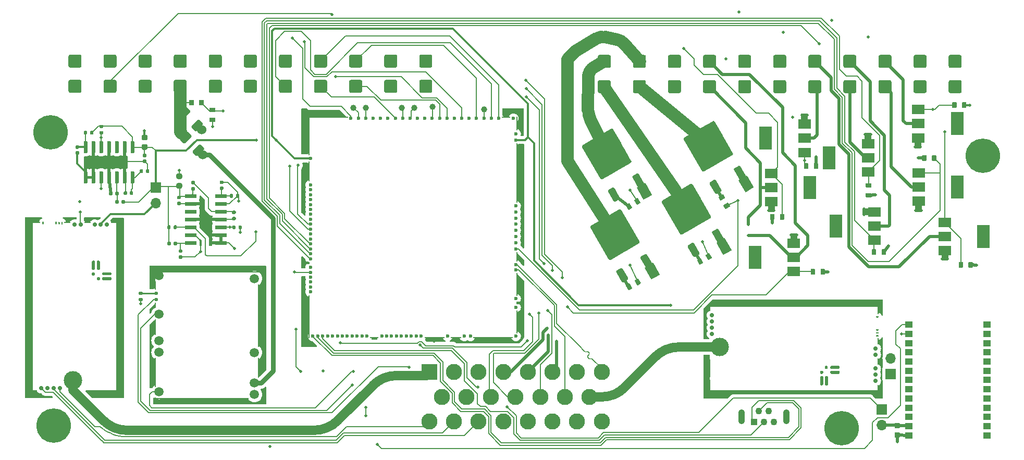
<source format=gtl>
G04 #@! TF.GenerationSoftware,KiCad,Pcbnew,8.0.8-8.0.8-0~ubuntu24.04.1*
G04 #@! TF.CreationDate,2025-02-06T08:11:52+00:00*
G04 #@! TF.ProjectId,VFRECU-VR,56465245-4355-42d5-9652-2e6b69636164,rev?*
G04 #@! TF.SameCoordinates,Original*
G04 #@! TF.FileFunction,Copper,L1,Top*
G04 #@! TF.FilePolarity,Positive*
%FSLAX46Y46*%
G04 Gerber Fmt 4.6, Leading zero omitted, Abs format (unit mm)*
G04 Created by KiCad (PCBNEW 8.0.8-8.0.8-0~ubuntu24.04.1) date 2025-02-06 08:11:52*
%MOMM*%
%LPD*%
G01*
G04 APERTURE LIST*
G04 #@! TA.AperFunction,Conductor*
%ADD10C,0.200000*%
G04 #@! TD*
G04 #@! TA.AperFunction,Conductor*
%ADD11C,2.000000*%
G04 #@! TD*
G04 #@! TA.AperFunction,SMDPad,CuDef*
%ADD12R,2.000000X1.500000*%
G04 #@! TD*
G04 #@! TA.AperFunction,SMDPad,CuDef*
%ADD13R,2.000000X3.800000*%
G04 #@! TD*
G04 #@! TA.AperFunction,ComponentPad*
%ADD14C,5.600000*%
G04 #@! TD*
G04 #@! TA.AperFunction,SMDPad,CuDef*
%ADD15C,1.000000*%
G04 #@! TD*
G04 #@! TA.AperFunction,ComponentPad*
%ADD16R,1.700000X1.700000*%
G04 #@! TD*
G04 #@! TA.AperFunction,ComponentPad*
%ADD17O,1.700000X1.700000*%
G04 #@! TD*
G04 #@! TA.AperFunction,ComponentPad*
%ADD18C,0.700000*%
G04 #@! TD*
G04 #@! TA.AperFunction,SMDPad,CuDef*
%ADD19C,3.000000*%
G04 #@! TD*
G04 #@! TA.AperFunction,SMDPad,CuDef*
%ADD20R,3.000000X0.250000*%
G04 #@! TD*
G04 #@! TA.AperFunction,SMDPad,CuDef*
%ADD21R,1.100000X0.250000*%
G04 #@! TD*
G04 #@! TA.AperFunction,SMDPad,CuDef*
%ADD22R,0.980000X0.250000*%
G04 #@! TD*
G04 #@! TA.AperFunction,SMDPad,CuDef*
%ADD23R,1.450000X0.250000*%
G04 #@! TD*
G04 #@! TA.AperFunction,SMDPad,CuDef*
%ADD24R,0.250000X27.600000*%
G04 #@! TD*
G04 #@! TA.AperFunction,SMDPad,CuDef*
%ADD25R,1.950000X0.250000*%
G04 #@! TD*
G04 #@! TA.AperFunction,SMDPad,CuDef*
%ADD26R,0.950000X0.250000*%
G04 #@! TD*
G04 #@! TA.AperFunction,ComponentPad*
%ADD27C,1.500000*%
G04 #@! TD*
G04 #@! TA.AperFunction,ComponentPad*
%ADD28C,0.600000*%
G04 #@! TD*
G04 #@! TA.AperFunction,SMDPad,CuDef*
%ADD29O,0.200000X3.300000*%
G04 #@! TD*
G04 #@! TA.AperFunction,SMDPad,CuDef*
%ADD30O,0.200000X10.200000*%
G04 #@! TD*
G04 #@! TA.AperFunction,SMDPad,CuDef*
%ADD31O,0.200000X0.300000*%
G04 #@! TD*
G04 #@! TA.AperFunction,SMDPad,CuDef*
%ADD32O,17.000000X0.200000*%
G04 #@! TD*
G04 #@! TA.AperFunction,SMDPad,CuDef*
%ADD33O,15.400000X0.200000*%
G04 #@! TD*
G04 #@! TA.AperFunction,SMDPad,CuDef*
%ADD34O,0.200000X4.800000*%
G04 #@! TD*
G04 #@! TA.AperFunction,SMDPad,CuDef*
%ADD35O,0.200000X2.600000*%
G04 #@! TD*
G04 #@! TA.AperFunction,SMDPad,CuDef*
%ADD36O,0.200000X1.000000*%
G04 #@! TD*
G04 #@! TA.AperFunction,SMDPad,CuDef*
%ADD37O,0.200000X1.500000*%
G04 #@! TD*
G04 #@! TA.AperFunction,ComponentPad*
%ADD38R,2.625000X2.625000*%
G04 #@! TD*
G04 #@! TA.AperFunction,ComponentPad*
%ADD39C,2.625000*%
G04 #@! TD*
G04 #@! TA.AperFunction,ComponentPad*
%ADD40R,1.100000X1.100000*%
G04 #@! TD*
G04 #@! TA.AperFunction,ComponentPad*
%ADD41C,1.100000*%
G04 #@! TD*
G04 #@! TA.AperFunction,ComponentPad*
%ADD42O,1.100000X2.400000*%
G04 #@! TD*
G04 #@! TA.AperFunction,ComponentPad*
%ADD43C,1.524000*%
G04 #@! TD*
G04 #@! TA.AperFunction,SMDPad,CuDef*
%ADD44R,0.200000X3.700000*%
G04 #@! TD*
G04 #@! TA.AperFunction,SMDPad,CuDef*
%ADD45R,0.200000X0.400000*%
G04 #@! TD*
G04 #@! TA.AperFunction,SMDPad,CuDef*
%ADD46R,0.200000X1.600000*%
G04 #@! TD*
G04 #@! TA.AperFunction,SMDPad,CuDef*
%ADD47R,0.200000X9.700000*%
G04 #@! TD*
G04 #@! TA.AperFunction,SMDPad,CuDef*
%ADD48R,0.200000X2.300000*%
G04 #@! TD*
G04 #@! TA.AperFunction,SMDPad,CuDef*
%ADD49R,1.400000X0.200000*%
G04 #@! TD*
G04 #@! TA.AperFunction,SMDPad,CuDef*
%ADD50R,6.400000X0.200000*%
G04 #@! TD*
G04 #@! TA.AperFunction,SMDPad,CuDef*
%ADD51R,1.700000X0.200000*%
G04 #@! TD*
G04 #@! TA.AperFunction,SMDPad,CuDef*
%ADD52R,3.300000X0.200000*%
G04 #@! TD*
G04 #@! TA.AperFunction,SMDPad,CuDef*
%ADD53R,0.200000X7.000000*%
G04 #@! TD*
G04 #@! TA.AperFunction,SMDPad,CuDef*
%ADD54R,0.200000X3.300000*%
G04 #@! TD*
G04 #@! TA.AperFunction,SMDPad,CuDef*
%ADD55R,0.200000X6.300000*%
G04 #@! TD*
G04 #@! TA.AperFunction,SMDPad,CuDef*
%ADD56R,1.300000X1.000000*%
G04 #@! TD*
G04 #@! TA.AperFunction,SMDPad,CuDef*
%ADD57R,0.250000X3.000000*%
G04 #@! TD*
G04 #@! TA.AperFunction,SMDPad,CuDef*
%ADD58R,0.250000X1.100000*%
G04 #@! TD*
G04 #@! TA.AperFunction,SMDPad,CuDef*
%ADD59R,0.250000X0.980000*%
G04 #@! TD*
G04 #@! TA.AperFunction,SMDPad,CuDef*
%ADD60R,0.250000X1.450000*%
G04 #@! TD*
G04 #@! TA.AperFunction,SMDPad,CuDef*
%ADD61R,27.600000X0.250000*%
G04 #@! TD*
G04 #@! TA.AperFunction,SMDPad,CuDef*
%ADD62R,0.250000X1.950000*%
G04 #@! TD*
G04 #@! TA.AperFunction,SMDPad,CuDef*
%ADD63R,0.250000X0.950000*%
G04 #@! TD*
G04 #@! TA.AperFunction,ViaPad*
%ADD64C,0.500000*%
G04 #@! TD*
G04 #@! TA.AperFunction,ViaPad*
%ADD65C,1.000000*%
G04 #@! TD*
G04 #@! TA.AperFunction,Conductor*
%ADD66C,0.500000*%
G04 #@! TD*
G04 #@! TA.AperFunction,Conductor*
%ADD67C,0.300000*%
G04 #@! TD*
G04 #@! TA.AperFunction,Conductor*
%ADD68C,0.800000*%
G04 #@! TD*
G04 #@! TA.AperFunction,Conductor*
%ADD69C,1.500000*%
G04 #@! TD*
G04 #@! TA.AperFunction,Conductor*
%ADD70C,0.250000*%
G04 #@! TD*
G04 APERTURE END LIST*
G04 #@! TA.AperFunction,Conductor*
G04 #@! TO.N,GND*
G36*
X80169383Y25176445D02*
G01*
X80766477Y25176445D01*
X80766477Y24776526D01*
X80169383Y24776526D01*
X80169383Y25176445D01*
G37*
G04 #@! TD.AperFunction*
G04 #@! TA.AperFunction,Conductor*
G36*
X136707000Y52533000D02*
G01*
X137807000Y52533000D01*
X137807000Y51233000D01*
X136707000Y51233000D01*
X136707000Y52533000D01*
G37*
G04 #@! TD.AperFunction*
G04 #@! TA.AperFunction,Conductor*
G36*
X144907000Y41133000D02*
G01*
X146007000Y41133000D01*
X146007000Y39833000D01*
X144907000Y39833000D01*
X144907000Y41133000D01*
G37*
G04 #@! TD.AperFunction*
G04 #@! TA.AperFunction,Conductor*
G36*
X121007000Y41133000D02*
G01*
X122107000Y41133000D01*
X122107000Y39833000D01*
X121007000Y39833000D01*
X121007000Y41133000D01*
G37*
G04 #@! TD.AperFunction*
D10*
X103357000Y29587552D02*
X102117770Y28887552D01*
X101067770Y30733000D01*
X102307000Y31433000D01*
X103357000Y29587552D01*
G04 #@! TA.AperFunction,Conductor*
G36*
X103357000Y29587552D02*
G01*
X102117770Y28887552D01*
X101067770Y30733000D01*
X102307000Y31433000D01*
X103357000Y29587552D01*
G37*
G04 #@! TD.AperFunction*
D11*
G04 #@! TO.N,/IGNOUT1*
X100125000Y60131000D02*
X110607000Y51533000D01*
D10*
G04 #@! TO.N,/IGNOUT3*
X106644000Y42301000D02*
X106673000Y42301000D01*
G04 #@! TO.N,/IGN4*
X98603860Y43296520D02*
X99597000Y41747120D01*
G04 #@! TA.AperFunction,Conductor*
G04 #@! TO.N,GND*
G36*
X149207000Y33233000D02*
G01*
X150307000Y33233000D01*
X150307000Y31933000D01*
X149207000Y31933000D01*
X149207000Y33233000D01*
G37*
G04 #@! TD.AperFunction*
X118608794Y43787552D02*
X117369564Y43087552D01*
X116319564Y44933000D01*
X117558794Y45633000D01*
X118608794Y43787552D01*
G04 #@! TA.AperFunction,Conductor*
G36*
X118608794Y43787552D02*
G01*
X117369564Y43087552D01*
X116319564Y44933000D01*
X117558794Y45633000D01*
X118608794Y43787552D01*
G37*
G04 #@! TD.AperFunction*
G04 #@! TA.AperFunction,Conductor*
G36*
X126407000Y55733000D02*
G01*
X127507000Y55733000D01*
X127507000Y54433000D01*
X126407000Y54433000D01*
X126407000Y55733000D01*
G37*
G04 #@! TD.AperFunction*
X115003243Y33591688D02*
X113764013Y32891688D01*
X112714013Y34737136D01*
X113953243Y35437136D01*
X115003243Y33591688D01*
G04 #@! TA.AperFunction,Conductor*
G36*
X115003243Y33591688D02*
G01*
X113764013Y32891688D01*
X112714013Y34737136D01*
X113953243Y35437136D01*
X115003243Y33591688D01*
G37*
G04 #@! TD.AperFunction*
G04 #@! TA.AperFunction,Conductor*
G36*
X144807000Y51433000D02*
G01*
X145907000Y51433000D01*
X145907000Y50133000D01*
X144807000Y50133000D01*
X144807000Y51433000D01*
G37*
G04 #@! TD.AperFunction*
G04 #@! TA.AperFunction,Conductor*
G36*
X45901757Y31672208D02*
G01*
X46369895Y31672208D01*
X46369895Y31272207D01*
X45901757Y31272207D01*
X45901757Y31672208D01*
G37*
G04 #@! TD.AperFunction*
G04 #@! TA.AperFunction,Conductor*
G36*
X124707000Y36233000D02*
G01*
X125807000Y36233000D01*
X125807000Y34933000D01*
X124707000Y34933000D01*
X124707000Y36233000D01*
G37*
G04 #@! TD.AperFunction*
D11*
G04 #@! TO.N,/IGNOUT2*
X94903080Y37995540D02*
X88407000Y48033000D01*
G04 #@! TA.AperFunction,Conductor*
G04 #@! TO.N,GND*
G36*
X136407000Y40333000D02*
G01*
X137707000Y40333000D01*
X137707000Y39233000D01*
X136407000Y39233000D01*
X136407000Y40333000D01*
G37*
G04 #@! TD.AperFunction*
D10*
X102074820Y42549507D02*
X100835590Y41849507D01*
X99785590Y43694955D01*
X101024820Y44394955D01*
X102074820Y42549507D01*
G04 #@! TA.AperFunction,Conductor*
G36*
X102074820Y42549507D02*
G01*
X100835590Y41849507D01*
X99785590Y43694955D01*
X101024820Y44394955D01*
X102074820Y42549507D01*
G37*
G04 #@! TD.AperFunction*
G04 #@! TD*
D12*
G04 #@! TO.P,Q7,1,G*
G04 #@! TO.N,/LS1*
X126954000Y49442000D03*
G04 #@! TO.P,Q7,2,D*
G04 #@! TO.N,/FUELPUMP_LS*
X126954000Y51742000D03*
G04 #@! TO.P,Q7,3,S*
G04 #@! TO.N,GND*
X126954000Y54042000D03*
D13*
G04 #@! TO.P,Q7,4*
G04 #@! TO.N,N/C*
X120654000Y51742000D03*
G04 #@! TD*
G04 #@! TO.P,R32,1*
G04 #@! TO.N,GND*
G04 #@! TA.AperFunction,SMDPad,CuDef*
G36*
G01*
X153257000Y57523000D02*
X153257000Y56743000D01*
G75*
G02*
X153187000Y56673000I-70000J0D01*
G01*
X152627000Y56673000D01*
G75*
G02*
X152557000Y56743000I0J70000D01*
G01*
X152557000Y57523000D01*
G75*
G02*
X152627000Y57593000I70000J0D01*
G01*
X153187000Y57593000D01*
G75*
G02*
X153257000Y57523000I0J-70000D01*
G01*
G37*
G04 #@! TD.AperFunction*
G04 #@! TO.P,R32,2*
G04 #@! TO.N,/INJ4*
G04 #@! TA.AperFunction,SMDPad,CuDef*
G36*
G01*
X151657000Y57523000D02*
X151657000Y56743000D01*
G75*
G02*
X151587000Y56673000I-70000J0D01*
G01*
X151027000Y56673000D01*
G75*
G02*
X150957000Y56743000I0J70000D01*
G01*
X150957000Y57523000D01*
G75*
G02*
X151027000Y57593000I70000J0D01*
G01*
X151587000Y57593000D01*
G75*
G02*
X151657000Y57523000I0J-70000D01*
G01*
G37*
G04 #@! TD.AperFunction*
G04 #@! TD*
G04 #@! TO.P,R31,1*
G04 #@! TO.N,GND*
G04 #@! TA.AperFunction,SMDPad,CuDef*
G36*
G01*
X146057000Y48143000D02*
X146057000Y48923000D01*
G75*
G02*
X146127000Y48993000I70000J0D01*
G01*
X146687000Y48993000D01*
G75*
G02*
X146757000Y48923000I0J-70000D01*
G01*
X146757000Y48143000D01*
G75*
G02*
X146687000Y48073000I-70000J0D01*
G01*
X146127000Y48073000D01*
G75*
G02*
X146057000Y48143000I0J70000D01*
G01*
G37*
G04 #@! TD.AperFunction*
G04 #@! TO.P,R31,2*
G04 #@! TO.N,/INJ3*
G04 #@! TA.AperFunction,SMDPad,CuDef*
G36*
G01*
X147657000Y48143000D02*
X147657000Y48923000D01*
G75*
G02*
X147727000Y48993000I70000J0D01*
G01*
X148287000Y48993000D01*
G75*
G02*
X148357000Y48923000I0J-70000D01*
G01*
X148357000Y48143000D01*
G75*
G02*
X148287000Y48073000I-70000J0D01*
G01*
X147727000Y48073000D01*
G75*
G02*
X147657000Y48143000I0J70000D01*
G01*
G37*
G04 #@! TD.AperFunction*
G04 #@! TD*
D14*
G04 #@! TO.P,H3,1,1*
G04 #@! TO.N,GND*
X5000000Y5000000D03*
G04 #@! TD*
G04 #@! TO.P,R29,1*
G04 #@! TO.N,GND*
G04 #@! TA.AperFunction,SMDPad,CuDef*
G36*
G01*
X137754928Y42142000D02*
X136974928Y42142000D01*
G75*
G02*
X136904928Y42212000I0J70000D01*
G01*
X136904928Y42772000D01*
G75*
G02*
X136974928Y42842000I70000J0D01*
G01*
X137754928Y42842000D01*
G75*
G02*
X137824928Y42772000I0J-70000D01*
G01*
X137824928Y42212000D01*
G75*
G02*
X137754928Y42142000I-70000J0D01*
G01*
G37*
G04 #@! TD.AperFunction*
G04 #@! TO.P,R29,2*
G04 #@! TO.N,/INJ1*
G04 #@! TA.AperFunction,SMDPad,CuDef*
G36*
G01*
X137754928Y43742000D02*
X136974928Y43742000D01*
G75*
G02*
X136904928Y43812000I0J70000D01*
G01*
X136904928Y44372000D01*
G75*
G02*
X136974928Y44442000I70000J0D01*
G01*
X137754928Y44442000D01*
G75*
G02*
X137824928Y44372000I0J-70000D01*
G01*
X137824928Y43812000D01*
G75*
G02*
X137754928Y43742000I-70000J0D01*
G01*
G37*
G04 #@! TD.AperFunction*
G04 #@! TD*
D12*
G04 #@! TO.P,Q9,1,G*
G04 #@! TO.N,/LS3*
X125229000Y30059000D03*
G04 #@! TO.P,Q9,2,D*
G04 #@! TO.N,/OUT_LS3*
X125229000Y32359000D03*
G04 #@! TO.P,Q9,3,S*
G04 #@! TO.N,GND*
X125229000Y34659000D03*
D13*
G04 #@! TO.P,Q9,4*
G04 #@! TO.N,N/C*
X118929000Y32359000D03*
G04 #@! TD*
G04 #@! TO.P,R34,1*
G04 #@! TO.N,Net-(IC2-PEAK_DETECTOR_CAPACITOR)*
G04 #@! TA.AperFunction,SMDPad,CuDef*
G36*
G01*
X33551700Y42189500D02*
X33551700Y42559500D01*
G75*
G02*
X33686700Y42694500I135000J0D01*
G01*
X33956700Y42694500D01*
G75*
G02*
X34091700Y42559500I0J-135000D01*
G01*
X34091700Y42189500D01*
G75*
G02*
X33956700Y42054500I-135000J0D01*
G01*
X33686700Y42054500D01*
G75*
G02*
X33551700Y42189500I0J135000D01*
G01*
G37*
G04 #@! TD.AperFunction*
G04 #@! TO.P,R34,2*
G04 #@! TO.N,GND*
G04 #@! TA.AperFunction,SMDPad,CuDef*
G36*
G01*
X34571700Y42189500D02*
X34571700Y42559500D01*
G75*
G02*
X34706700Y42694500I135000J0D01*
G01*
X34976700Y42694500D01*
G75*
G02*
X35111700Y42559500I0J-135000D01*
G01*
X35111700Y42189500D01*
G75*
G02*
X34976700Y42054500I-135000J0D01*
G01*
X34706700Y42054500D01*
G75*
G02*
X34571700Y42189500I0J135000D01*
G01*
G37*
G04 #@! TD.AperFunction*
G04 #@! TD*
G04 #@! TO.P,C4,1*
G04 #@! TO.N,Net-(IC2-RC_TIMING)*
G04 #@! TA.AperFunction,SMDPad,CuDef*
G36*
G01*
X25403780Y33675540D02*
X25743780Y33675540D01*
G75*
G02*
X25883780Y33535540I0J-140000D01*
G01*
X25883780Y33255540D01*
G75*
G02*
X25743780Y33115540I-140000J0D01*
G01*
X25403780Y33115540D01*
G75*
G02*
X25263780Y33255540I0J140000D01*
G01*
X25263780Y33535540D01*
G75*
G02*
X25403780Y33675540I140000J0D01*
G01*
G37*
G04 #@! TD.AperFunction*
G04 #@! TO.P,C4,2*
G04 #@! TO.N,GND*
G04 #@! TA.AperFunction,SMDPad,CuDef*
G36*
G01*
X25403780Y32715540D02*
X25743780Y32715540D01*
G75*
G02*
X25883780Y32575540I0J-140000D01*
G01*
X25883780Y32295540D01*
G75*
G02*
X25743780Y32155540I-140000J0D01*
G01*
X25403780Y32155540D01*
G75*
G02*
X25263780Y32295540I0J140000D01*
G01*
X25263780Y32575540D01*
G75*
G02*
X25403780Y32715540I140000J0D01*
G01*
G37*
G04 #@! TD.AperFunction*
G04 #@! TD*
D15*
G04 #@! TO.P,HALL3,1*
G04 #@! TO.N,/IN_HALL3*
X53677000Y56673000D03*
G04 #@! TD*
G04 #@! TO.P,Q1,1,G*
G04 #@! TO.N,Net-(Q1-G)*
G04 #@! TA.AperFunction,SMDPad,CuDef*
G36*
G01*
X113360109Y43055372D02*
X112753891Y42705372D01*
G75*
G02*
X112412385Y42796878I-125000J216506D01*
G01*
X111562385Y44269122D01*
G75*
G02*
X111653891Y44610628I216506J125000D01*
G01*
X112260109Y44960628D01*
G75*
G02*
X112601615Y44869122I125000J-216506D01*
G01*
X113451615Y43396878D01*
G75*
G02*
X113360109Y43055372I-216506J-125000D01*
G01*
G37*
G04 #@! TD.AperFunction*
G04 #@! TO.P,Q1,2,C*
G04 #@! TO.N,/IGNOUT1*
G04 #@! TA.AperFunction,SMDPad,CuDef*
G36*
G01*
X115226506Y48982679D02*
X113277948Y47857679D01*
G75*
G02*
X112936442Y47949185I-125000J216506D01*
G01*
X111661442Y50157549D01*
G75*
G02*
X111752948Y50499055I216506J125000D01*
G01*
X113701506Y51624055D01*
G75*
G02*
X114043012Y51532549I125000J-216506D01*
G01*
X115318012Y49324185D01*
G75*
G02*
X115226506Y48982679I-216506J-125000D01*
G01*
G37*
G04 #@! TD.AperFunction*
G04 #@! TA.AperFunction,SMDPad,CuDef*
G36*
G01*
X112585128Y47457679D02*
X110636570Y46332679D01*
G75*
G02*
X110295064Y46424185I-125000J216506D01*
G01*
X109020064Y48632549D01*
G75*
G02*
X109111570Y48974055I216506J125000D01*
G01*
X111060128Y50099055D01*
G75*
G02*
X111401634Y50007549I125000J-216506D01*
G01*
X112676634Y47799185D01*
G75*
G02*
X112585128Y47457679I-216506J-125000D01*
G01*
G37*
G04 #@! TD.AperFunction*
G04 #@! TA.AperFunction,SMDPad,CuDef*
G36*
G01*
X115226508Y48982680D02*
X110636569Y46332677D01*
G75*
G02*
X110295066Y46424182I-124999J216504D01*
G01*
X107345063Y51533737D01*
G75*
G02*
X107436569Y51875240I216504J124999D01*
G01*
X112026508Y54525243D01*
G75*
G02*
X112368010Y54433737I124998J-216504D01*
G01*
X115318013Y49324182D01*
G75*
G02*
X115226508Y48982680I-216504J-124998D01*
G01*
G37*
G04 #@! TD.AperFunction*
G04 #@! TA.AperFunction,SMDPad,CuDef*
G36*
G01*
X113551506Y51883865D02*
X111602948Y50758865D01*
G75*
G02*
X111261442Y50850371I-125000J216506D01*
G01*
X109986442Y53058735D01*
G75*
G02*
X110077948Y53400241I216506J125000D01*
G01*
X112026506Y54525241D01*
G75*
G02*
X112368012Y54433735I125000J-216506D01*
G01*
X113643012Y52225371D01*
G75*
G02*
X113551506Y51883865I-216506J-125000D01*
G01*
G37*
G04 #@! TD.AperFunction*
G04 #@! TA.AperFunction,SMDPad,CuDef*
G36*
G01*
X110910128Y50358865D02*
X108961570Y49233865D01*
G75*
G02*
X108620064Y49325371I-125000J216506D01*
G01*
X107345064Y51533735D01*
G75*
G02*
X107436570Y51875241I216506J125000D01*
G01*
X109385128Y53000241D01*
G75*
G02*
X109726634Y52908735I125000J-216506D01*
G01*
X111001634Y50700371D01*
G75*
G02*
X110910128Y50358865I-216506J-125000D01*
G01*
G37*
G04 #@! TD.AperFunction*
G04 #@! TO.P,Q1,3,E*
G04 #@! TO.N,GND*
G04 #@! TA.AperFunction,SMDPad,CuDef*
G36*
G01*
X117309185Y45335372D02*
X116702967Y44985372D01*
G75*
G02*
X116361461Y45076878I-125000J216506D01*
G01*
X115511461Y46549122D01*
G75*
G02*
X115602967Y46890628I216506J125000D01*
G01*
X116209185Y47240628D01*
G75*
G02*
X116550691Y47149122I125000J-216506D01*
G01*
X117400691Y45676878D01*
G75*
G02*
X117309185Y45335372I-216506J-125000D01*
G01*
G37*
G04 #@! TD.AperFunction*
G04 #@! TD*
G04 #@! TO.P,R39,1*
G04 #@! TO.N,+5VA*
G04 #@! TA.AperFunction,SMDPad,CuDef*
G36*
G01*
X11413500Y52836340D02*
X11413500Y52466340D01*
G75*
G02*
X11278500Y52331340I-135000J0D01*
G01*
X11008500Y52331340D01*
G75*
G02*
X10873500Y52466340I0J135000D01*
G01*
X10873500Y52836340D01*
G75*
G02*
X11008500Y52971340I135000J0D01*
G01*
X11278500Y52971340D01*
G75*
G02*
X11413500Y52836340I0J-135000D01*
G01*
G37*
G04 #@! TD.AperFunction*
G04 #@! TO.P,R39,2*
G04 #@! TO.N,Net-(IC2A1-RC_TIMING)*
G04 #@! TA.AperFunction,SMDPad,CuDef*
G36*
G01*
X10393500Y52836340D02*
X10393500Y52466340D01*
G75*
G02*
X10258500Y52331340I-135000J0D01*
G01*
X9988500Y52331340D01*
G75*
G02*
X9853500Y52466340I0J135000D01*
G01*
X9853500Y52836340D01*
G75*
G02*
X9988500Y52971340I135000J0D01*
G01*
X10258500Y52971340D01*
G75*
G02*
X10393500Y52836340I0J-135000D01*
G01*
G37*
G04 #@! TD.AperFunction*
G04 #@! TD*
G04 #@! TO.P,R40,1*
G04 #@! TO.N,+5VA*
G04 #@! TA.AperFunction,SMDPad,CuDef*
G36*
G01*
X12522000Y53934260D02*
X12892000Y53934260D01*
G75*
G02*
X13027000Y53799260I0J-135000D01*
G01*
X13027000Y53529260D01*
G75*
G02*
X12892000Y53394260I-135000J0D01*
G01*
X12522000Y53394260D01*
G75*
G02*
X12387000Y53529260I0J135000D01*
G01*
X12387000Y53799260D01*
G75*
G02*
X12522000Y53934260I135000J0D01*
G01*
G37*
G04 #@! TD.AperFunction*
G04 #@! TO.P,R40,2*
G04 #@! TO.N,/VR1*
G04 #@! TA.AperFunction,SMDPad,CuDef*
G36*
G01*
X12522000Y52914260D02*
X12892000Y52914260D01*
G75*
G02*
X13027000Y52779260I0J-135000D01*
G01*
X13027000Y52509260D01*
G75*
G02*
X12892000Y52374260I-135000J0D01*
G01*
X12522000Y52374260D01*
G75*
G02*
X12387000Y52509260I0J135000D01*
G01*
X12387000Y52779260D01*
G75*
G02*
X12522000Y52914260I135000J0D01*
G01*
G37*
G04 #@! TD.AperFunction*
G04 #@! TD*
G04 #@! TO.P,Q4,1,G*
G04 #@! TO.N,Net-(Q4-G)*
G04 #@! TA.AperFunction,SMDPad,CuDef*
G36*
G01*
X96852033Y41810372D02*
X96245815Y41460372D01*
G75*
G02*
X95904309Y41551878I-125000J216506D01*
G01*
X95054309Y43024122D01*
G75*
G02*
X95145815Y43365628I216506J125000D01*
G01*
X95752033Y43715628D01*
G75*
G02*
X96093539Y43624122I125000J-216506D01*
G01*
X96943539Y42151878D01*
G75*
G02*
X96852033Y41810372I-216506J-125000D01*
G01*
G37*
G04 #@! TD.AperFunction*
G04 #@! TO.P,Q4,2,C*
G04 #@! TO.N,/IGNOUT4*
G04 #@! TA.AperFunction,SMDPad,CuDef*
G36*
G01*
X98718430Y47737679D02*
X96769872Y46612679D01*
G75*
G02*
X96428366Y46704185I-125000J216506D01*
G01*
X95153366Y48912549D01*
G75*
G02*
X95244872Y49254055I216506J125000D01*
G01*
X97193430Y50379055D01*
G75*
G02*
X97534936Y50287549I125000J-216506D01*
G01*
X98809936Y48079185D01*
G75*
G02*
X98718430Y47737679I-216506J-125000D01*
G01*
G37*
G04 #@! TD.AperFunction*
G04 #@! TA.AperFunction,SMDPad,CuDef*
G36*
G01*
X96077052Y46212679D02*
X94128494Y45087679D01*
G75*
G02*
X93786988Y45179185I-125000J216506D01*
G01*
X92511988Y47387549D01*
G75*
G02*
X92603494Y47729055I216506J125000D01*
G01*
X94552052Y48854055D01*
G75*
G02*
X94893558Y48762549I125000J-216506D01*
G01*
X96168558Y46554185D01*
G75*
G02*
X96077052Y46212679I-216506J-125000D01*
G01*
G37*
G04 #@! TD.AperFunction*
G04 #@! TA.AperFunction,SMDPad,CuDef*
G36*
G01*
X98718432Y47737680D02*
X94128493Y45087677D01*
G75*
G02*
X93786990Y45179182I-124999J216504D01*
G01*
X90836987Y50288737D01*
G75*
G02*
X90928493Y50630240I216504J124999D01*
G01*
X95518432Y53280243D01*
G75*
G02*
X95859934Y53188737I124998J-216504D01*
G01*
X98809937Y48079182D01*
G75*
G02*
X98718432Y47737680I-216504J-124998D01*
G01*
G37*
G04 #@! TD.AperFunction*
G04 #@! TA.AperFunction,SMDPad,CuDef*
G36*
G01*
X97043430Y50638865D02*
X95094872Y49513865D01*
G75*
G02*
X94753366Y49605371I-125000J216506D01*
G01*
X93478366Y51813735D01*
G75*
G02*
X93569872Y52155241I216506J125000D01*
G01*
X95518430Y53280241D01*
G75*
G02*
X95859936Y53188735I125000J-216506D01*
G01*
X97134936Y50980371D01*
G75*
G02*
X97043430Y50638865I-216506J-125000D01*
G01*
G37*
G04 #@! TD.AperFunction*
G04 #@! TA.AperFunction,SMDPad,CuDef*
G36*
G01*
X94402052Y49113865D02*
X92453494Y47988865D01*
G75*
G02*
X92111988Y48080371I-125000J216506D01*
G01*
X90836988Y50288735D01*
G75*
G02*
X90928494Y50630241I216506J125000D01*
G01*
X92877052Y51755241D01*
G75*
G02*
X93218558Y51663735I125000J-216506D01*
G01*
X94493558Y49455371D01*
G75*
G02*
X94402052Y49113865I-216506J-125000D01*
G01*
G37*
G04 #@! TD.AperFunction*
G04 #@! TO.P,Q4,3,E*
G04 #@! TO.N,GND*
G04 #@! TA.AperFunction,SMDPad,CuDef*
G36*
G01*
X100801109Y44090372D02*
X100194891Y43740372D01*
G75*
G02*
X99853385Y43831878I-125000J216506D01*
G01*
X99003385Y45304122D01*
G75*
G02*
X99094891Y45645628I216506J125000D01*
G01*
X99701109Y45995628D01*
G75*
G02*
X100042615Y45904122I125000J-216506D01*
G01*
X100892615Y44431878D01*
G75*
G02*
X100801109Y44090372I-216506J-125000D01*
G01*
G37*
G04 #@! TD.AperFunction*
G04 #@! TD*
G04 #@! TO.P,HALL2,1*
G04 #@! TO.N,/IN_HALL2*
X55694000Y56721000D03*
G04 #@! TD*
D14*
G04 #@! TO.P,H1,1,1*
G04 #@! TO.N,GND*
X155885000Y48938000D03*
G04 #@! TD*
G04 #@! TO.P,R27,1*
G04 #@! TO.N,+5VA*
G04 #@! TA.AperFunction,SMDPad,CuDef*
G36*
G01*
X27792000Y43253000D02*
X27422000Y43253000D01*
G75*
G02*
X27287000Y43388000I0J135000D01*
G01*
X27287000Y43658000D01*
G75*
G02*
X27422000Y43793000I135000J0D01*
G01*
X27792000Y43793000D01*
G75*
G02*
X27927000Y43658000I0J-135000D01*
G01*
X27927000Y43388000D01*
G75*
G02*
X27792000Y43253000I-135000J0D01*
G01*
G37*
G04 #@! TD.AperFunction*
G04 #@! TO.P,R27,2*
G04 #@! TO.N,Net-(IC2-MODE)*
G04 #@! TA.AperFunction,SMDPad,CuDef*
G36*
G01*
X27792000Y44273000D02*
X27422000Y44273000D01*
G75*
G02*
X27287000Y44408000I0J135000D01*
G01*
X27287000Y44678000D01*
G75*
G02*
X27422000Y44813000I135000J0D01*
G01*
X27792000Y44813000D01*
G75*
G02*
X27927000Y44678000I0J-135000D01*
G01*
X27927000Y44408000D01*
G75*
G02*
X27792000Y44273000I-135000J0D01*
G01*
G37*
G04 #@! TD.AperFunction*
G04 #@! TD*
G04 #@! TO.P,R28,1*
G04 #@! TO.N,+5VA*
G04 #@! TA.AperFunction,SMDPad,CuDef*
G36*
G01*
X23439960Y34462820D02*
X23439960Y34832820D01*
G75*
G02*
X23574960Y34967820I135000J0D01*
G01*
X23844960Y34967820D01*
G75*
G02*
X23979960Y34832820I0J-135000D01*
G01*
X23979960Y34462820D01*
G75*
G02*
X23844960Y34327820I-135000J0D01*
G01*
X23574960Y34327820D01*
G75*
G02*
X23439960Y34462820I0J135000D01*
G01*
G37*
G04 #@! TD.AperFunction*
G04 #@! TO.P,R28,2*
G04 #@! TO.N,Net-(IC2-RC_TIMING)*
G04 #@! TA.AperFunction,SMDPad,CuDef*
G36*
G01*
X24459960Y34462820D02*
X24459960Y34832820D01*
G75*
G02*
X24594960Y34967820I135000J0D01*
G01*
X24864960Y34967820D01*
G75*
G02*
X24999960Y34832820I0J-135000D01*
G01*
X24999960Y34462820D01*
G75*
G02*
X24864960Y34327820I-135000J0D01*
G01*
X24594960Y34327820D01*
G75*
G02*
X24459960Y34462820I0J135000D01*
G01*
G37*
G04 #@! TD.AperFunction*
G04 #@! TD*
G04 #@! TO.P,C11,1*
G04 #@! TO.N,Net-(IC2A1-RC_TIMING)*
G04 #@! TA.AperFunction,SMDPad,CuDef*
G36*
G01*
X8637000Y50593000D02*
X8977000Y50593000D01*
G75*
G02*
X9117000Y50453000I0J-140000D01*
G01*
X9117000Y50173000D01*
G75*
G02*
X8977000Y50033000I-140000J0D01*
G01*
X8637000Y50033000D01*
G75*
G02*
X8497000Y50173000I0J140000D01*
G01*
X8497000Y50453000D01*
G75*
G02*
X8637000Y50593000I140000J0D01*
G01*
G37*
G04 #@! TD.AperFunction*
G04 #@! TO.P,C11,2*
G04 #@! TO.N,GND*
G04 #@! TA.AperFunction,SMDPad,CuDef*
G36*
G01*
X8637000Y49633000D02*
X8977000Y49633000D01*
G75*
G02*
X9117000Y49493000I0J-140000D01*
G01*
X9117000Y49213000D01*
G75*
G02*
X8977000Y49073000I-140000J0D01*
G01*
X8637000Y49073000D01*
G75*
G02*
X8497000Y49213000I0J140000D01*
G01*
X8497000Y49493000D01*
G75*
G02*
X8637000Y49633000I140000J0D01*
G01*
G37*
G04 #@! TD.AperFunction*
G04 #@! TD*
G04 #@! TO.P,C10,1*
G04 #@! TO.N,GND*
G04 #@! TA.AperFunction,SMDPad,CuDef*
G36*
G01*
X16347000Y42663000D02*
X16347000Y43003000D01*
G75*
G02*
X16487000Y43143000I140000J0D01*
G01*
X16767000Y43143000D01*
G75*
G02*
X16907000Y43003000I0J-140000D01*
G01*
X16907000Y42663000D01*
G75*
G02*
X16767000Y42523000I-140000J0D01*
G01*
X16487000Y42523000D01*
G75*
G02*
X16347000Y42663000I0J140000D01*
G01*
G37*
G04 #@! TD.AperFunction*
G04 #@! TO.P,C10,2*
G04 #@! TO.N,Net-(IC2A1-PEAK_DETECTOR_CAPACITOR)*
G04 #@! TA.AperFunction,SMDPad,CuDef*
G36*
G01*
X17307000Y42663000D02*
X17307000Y43003000D01*
G75*
G02*
X17447000Y43143000I140000J0D01*
G01*
X17727000Y43143000D01*
G75*
G02*
X17867000Y43003000I0J-140000D01*
G01*
X17867000Y42663000D01*
G75*
G02*
X17727000Y42523000I-140000J0D01*
G01*
X17447000Y42523000D01*
G75*
G02*
X17307000Y42663000I0J140000D01*
G01*
G37*
G04 #@! TD.AperFunction*
G04 #@! TD*
D16*
G04 #@! TO.P,JP3,1,A*
G04 #@! TO.N,+3.3VA*
X139494000Y7635000D03*
D17*
G04 #@! TO.P,JP3,2,B*
G04 #@! TO.N,Net-(JP3-B)*
X139494000Y5095000D03*
G04 #@! TD*
G04 #@! TO.P,C12A1,1*
G04 #@! TO.N,GND*
G04 #@! TA.AperFunction,SMDPad,CuDef*
G36*
G01*
X19917020Y47715580D02*
X19577020Y47715580D01*
G75*
G02*
X19437020Y47855580I0J140000D01*
G01*
X19437020Y48135580D01*
G75*
G02*
X19577020Y48275580I140000J0D01*
G01*
X19917020Y48275580D01*
G75*
G02*
X20057020Y48135580I0J-140000D01*
G01*
X20057020Y47855580D01*
G75*
G02*
X19917020Y47715580I-140000J0D01*
G01*
G37*
G04 #@! TD.AperFunction*
G04 #@! TO.P,C12A1,2*
G04 #@! TO.N,+5VA*
G04 #@! TA.AperFunction,SMDPad,CuDef*
G36*
G01*
X19917020Y48675580D02*
X19577020Y48675580D01*
G75*
G02*
X19437020Y48815580I0J140000D01*
G01*
X19437020Y49095580D01*
G75*
G02*
X19577020Y49235580I140000J0D01*
G01*
X19917020Y49235580D01*
G75*
G02*
X20057020Y49095580I0J-140000D01*
G01*
X20057020Y48815580D01*
G75*
G02*
X19917020Y48675580I-140000J0D01*
G01*
G37*
G04 #@! TD.AperFunction*
G04 #@! TD*
G04 #@! TO.P,R30,1*
G04 #@! TO.N,GND*
G04 #@! TA.AperFunction,SMDPad,CuDef*
G36*
G01*
X140178000Y33631072D02*
X140178000Y32851072D01*
G75*
G02*
X140108000Y32781072I-70000J0D01*
G01*
X139548000Y32781072D01*
G75*
G02*
X139478000Y32851072I0J70000D01*
G01*
X139478000Y33631072D01*
G75*
G02*
X139548000Y33701072I70000J0D01*
G01*
X140108000Y33701072D01*
G75*
G02*
X140178000Y33631072I0J-70000D01*
G01*
G37*
G04 #@! TD.AperFunction*
G04 #@! TO.P,R30,2*
G04 #@! TO.N,/INJ2*
G04 #@! TA.AperFunction,SMDPad,CuDef*
G36*
G01*
X138578000Y33631072D02*
X138578000Y32851072D01*
G75*
G02*
X138508000Y32781072I-70000J0D01*
G01*
X137948000Y32781072D01*
G75*
G02*
X137878000Y32851072I0J70000D01*
G01*
X137878000Y33631072D01*
G75*
G02*
X137948000Y33701072I70000J0D01*
G01*
X138508000Y33701072D01*
G75*
G02*
X138578000Y33631072I0J-70000D01*
G01*
G37*
G04 #@! TD.AperFunction*
G04 #@! TD*
G04 #@! TO.P,R2,1*
G04 #@! TO.N,/IN_VMAIN*
G04 #@! TA.AperFunction,SMDPad,CuDef*
G36*
G01*
X29314000Y57922000D02*
X29314000Y57142000D01*
G75*
G02*
X29244000Y57072000I-70000J0D01*
G01*
X28684000Y57072000D01*
G75*
G02*
X28614000Y57142000I0J70000D01*
G01*
X28614000Y57922000D01*
G75*
G02*
X28684000Y57992000I70000J0D01*
G01*
X29244000Y57992000D01*
G75*
G02*
X29314000Y57922000I0J-70000D01*
G01*
G37*
G04 #@! TD.AperFunction*
G04 #@! TO.P,R2,2*
G04 #@! TO.N,+12V*
G04 #@! TA.AperFunction,SMDPad,CuDef*
G36*
G01*
X27714000Y57922000D02*
X27714000Y57142000D01*
G75*
G02*
X27644000Y57072000I-70000J0D01*
G01*
X27084000Y57072000D01*
G75*
G02*
X27014000Y57142000I0J70000D01*
G01*
X27014000Y57922000D01*
G75*
G02*
X27084000Y57992000I70000J0D01*
G01*
X27644000Y57992000D01*
G75*
G02*
X27714000Y57922000I0J-70000D01*
G01*
G37*
G04 #@! TD.AperFunction*
G04 #@! TD*
D12*
G04 #@! TO.P,Q14,1,G*
G04 #@! TO.N,/INJ2*
X138324000Y35162000D03*
G04 #@! TO.P,Q14,2,D*
G04 #@! TO.N,/INJOUT2*
X138324000Y37462000D03*
G04 #@! TO.P,Q14,3,S*
G04 #@! TO.N,GND*
X138324000Y39762000D03*
D13*
G04 #@! TO.P,Q14,4*
G04 #@! TO.N,N/C*
X132024000Y37462000D03*
G04 #@! TD*
D16*
G04 #@! TO.P,JP2,1,A*
G04 #@! TO.N,+5VA*
X21530100Y43771500D03*
D17*
G04 #@! TO.P,JP2,2,B*
G04 #@! TO.N,Net-(JP2-B)*
X21530100Y41231500D03*
G04 #@! TD*
G04 #@! TO.P,IC2,1,NC_1*
G04 #@! TO.N,GND*
G04 #@! TA.AperFunction,SMDPad,CuDef*
G36*
G01*
X33087540Y34946310D02*
X33087540Y34496310D01*
G75*
G02*
X33012540Y34421310I-75000J0D01*
G01*
X31262540Y34421310D01*
G75*
G02*
X31187540Y34496310I0J75000D01*
G01*
X31187540Y34946310D01*
G75*
G02*
X31262540Y35021310I75000J0D01*
G01*
X33012540Y35021310D01*
G75*
G02*
X33087540Y34946310I0J-75000D01*
G01*
G37*
G04 #@! TD.AperFunction*
G04 #@! TO.P,IC2,2,GND*
G04 #@! TA.AperFunction,SMDPad,CuDef*
G36*
G01*
X33087540Y36216310D02*
X33087540Y35766310D01*
G75*
G02*
X33012540Y35691310I-75000J0D01*
G01*
X31262540Y35691310D01*
G75*
G02*
X31187540Y35766310I0J75000D01*
G01*
X31187540Y36216310D01*
G75*
G02*
X31262540Y36291310I75000J0D01*
G01*
X33012540Y36291310D01*
G75*
G02*
X33087540Y36216310I0J-75000D01*
G01*
G37*
G04 #@! TD.AperFunction*
G04 #@! TO.P,IC2,3,VIN*
G04 #@! TO.N,Net-(IC2-VIN)*
G04 #@! TA.AperFunction,SMDPad,CuDef*
G36*
G01*
X33087540Y37486310D02*
X33087540Y37036310D01*
G75*
G02*
X33012540Y36961310I-75000J0D01*
G01*
X31262540Y36961310D01*
G75*
G02*
X31187540Y37036310I0J75000D01*
G01*
X31187540Y37486310D01*
G75*
G02*
X31262540Y37561310I75000J0D01*
G01*
X33012540Y37561310D01*
G75*
G02*
X33087540Y37486310I0J-75000D01*
G01*
G37*
G04 #@! TD.AperFunction*
G04 #@! TO.P,IC2,4,NC_2*
G04 #@! TO.N,GND*
G04 #@! TA.AperFunction,SMDPad,CuDef*
G36*
G01*
X33087540Y38756310D02*
X33087540Y38306310D01*
G75*
G02*
X33012540Y38231310I-75000J0D01*
G01*
X31262540Y38231310D01*
G75*
G02*
X31187540Y38306310I0J75000D01*
G01*
X31187540Y38756310D01*
G75*
G02*
X31262540Y38831310I75000J0D01*
G01*
X33012540Y38831310D01*
G75*
G02*
X33087540Y38756310I0J-75000D01*
G01*
G37*
G04 #@! TD.AperFunction*
G04 #@! TO.P,IC2,5,MODE*
G04 #@! TO.N,Net-(IC2-MODE)*
G04 #@! TA.AperFunction,SMDPad,CuDef*
G36*
G01*
X33087540Y40026310D02*
X33087540Y39576310D01*
G75*
G02*
X33012540Y39501310I-75000J0D01*
G01*
X31262540Y39501310D01*
G75*
G02*
X31187540Y39576310I0J75000D01*
G01*
X31187540Y40026310D01*
G75*
G02*
X31262540Y40101310I75000J0D01*
G01*
X33012540Y40101310D01*
G75*
G02*
X33087540Y40026310I0J-75000D01*
G01*
G37*
G04 #@! TD.AperFunction*
G04 #@! TO.P,IC2,6,NC_3*
G04 #@! TO.N,GND*
G04 #@! TA.AperFunction,SMDPad,CuDef*
G36*
G01*
X33087540Y41296310D02*
X33087540Y40846310D01*
G75*
G02*
X33012540Y40771310I-75000J0D01*
G01*
X31262540Y40771310D01*
G75*
G02*
X31187540Y40846310I0J75000D01*
G01*
X31187540Y41296310D01*
G75*
G02*
X31262540Y41371310I75000J0D01*
G01*
X33012540Y41371310D01*
G75*
G02*
X33087540Y41296310I0J-75000D01*
G01*
G37*
G04 #@! TD.AperFunction*
G04 #@! TO.P,IC2,7,PEAK_DETECTOR_CAPACITOR*
G04 #@! TO.N,Net-(IC2-PEAK_DETECTOR_CAPACITOR)*
G04 #@! TA.AperFunction,SMDPad,CuDef*
G36*
G01*
X33087540Y42566310D02*
X33087540Y42116310D01*
G75*
G02*
X33012540Y42041310I-75000J0D01*
G01*
X31262540Y42041310D01*
G75*
G02*
X31187540Y42116310I0J75000D01*
G01*
X31187540Y42566310D01*
G75*
G02*
X31262540Y42641310I75000J0D01*
G01*
X33012540Y42641310D01*
G75*
G02*
X33087540Y42566310I0J-75000D01*
G01*
G37*
G04 #@! TD.AperFunction*
G04 #@! TO.P,IC2,8,VCC*
G04 #@! TO.N,+5VA*
G04 #@! TA.AperFunction,SMDPad,CuDef*
G36*
G01*
X28177540Y42566310D02*
X28177540Y42116310D01*
G75*
G02*
X28102540Y42041310I-75000J0D01*
G01*
X26352540Y42041310D01*
G75*
G02*
X26277540Y42116310I0J75000D01*
G01*
X26277540Y42566310D01*
G75*
G02*
X26352540Y42641310I75000J0D01*
G01*
X28102540Y42641310D01*
G75*
G02*
X28177540Y42566310I0J-75000D01*
G01*
G37*
G04 #@! TD.AperFunction*
G04 #@! TO.P,IC2,9,TIMING_PULSE_INPUT*
G04 #@! TO.N,GND*
G04 #@! TA.AperFunction,SMDPad,CuDef*
G36*
G01*
X28177540Y41296310D02*
X28177540Y40846310D01*
G75*
G02*
X28102540Y40771310I-75000J0D01*
G01*
X26352540Y40771310D01*
G75*
G02*
X26277540Y40846310I0J75000D01*
G01*
X26277540Y41296310D01*
G75*
G02*
X26352540Y41371310I75000J0D01*
G01*
X28102540Y41371310D01*
G75*
G02*
X28177540Y41296310I0J-75000D01*
G01*
G37*
G04 #@! TD.AperFunction*
G04 #@! TO.P,IC2,10,GATED_OUTPUT*
G04 #@! TO.N,unconnected-(IC2-GATED_OUTPUT-Pad10)*
G04 #@! TA.AperFunction,SMDPad,CuDef*
G36*
G01*
X28177540Y40026310D02*
X28177540Y39576310D01*
G75*
G02*
X28102540Y39501310I-75000J0D01*
G01*
X26352540Y39501310D01*
G75*
G02*
X26277540Y39576310I0J75000D01*
G01*
X26277540Y40026310D01*
G75*
G02*
X26352540Y40101310I75000J0D01*
G01*
X28102540Y40101310D01*
G75*
G02*
X28177540Y40026310I0J-75000D01*
G01*
G37*
G04 #@! TD.AperFunction*
G04 #@! TO.P,IC2,11,INPUT_SELECT*
G04 #@! TO.N,GND*
G04 #@! TA.AperFunction,SMDPad,CuDef*
G36*
G01*
X28177540Y38756310D02*
X28177540Y38306310D01*
G75*
G02*
X28102540Y38231310I-75000J0D01*
G01*
X26352540Y38231310D01*
G75*
G02*
X26277540Y38306310I0J75000D01*
G01*
X26277540Y38756310D01*
G75*
G02*
X26352540Y38831310I75000J0D01*
G01*
X28102540Y38831310D01*
G75*
G02*
X28177540Y38756310I0J-75000D01*
G01*
G37*
G04 #@! TD.AperFunction*
G04 #@! TO.P,IC2,12,REFERENCE_PULSE_OUT*
G04 #@! TO.N,/VR2*
G04 #@! TA.AperFunction,SMDPad,CuDef*
G36*
G01*
X28177540Y37486310D02*
X28177540Y37036310D01*
G75*
G02*
X28102540Y36961310I-75000J0D01*
G01*
X26352540Y36961310D01*
G75*
G02*
X26277540Y37036310I0J75000D01*
G01*
X26277540Y37486310D01*
G75*
G02*
X26352540Y37561310I75000J0D01*
G01*
X28102540Y37561310D01*
G75*
G02*
X28177540Y37486310I0J-75000D01*
G01*
G37*
G04 #@! TD.AperFunction*
G04 #@! TO.P,IC2,13,NC_4*
G04 #@! TO.N,GND*
G04 #@! TA.AperFunction,SMDPad,CuDef*
G36*
G01*
X28177540Y36216310D02*
X28177540Y35766310D01*
G75*
G02*
X28102540Y35691310I-75000J0D01*
G01*
X26352540Y35691310D01*
G75*
G02*
X26277540Y35766310I0J75000D01*
G01*
X26277540Y36216310D01*
G75*
G02*
X26352540Y36291310I75000J0D01*
G01*
X28102540Y36291310D01*
G75*
G02*
X28177540Y36216310I0J-75000D01*
G01*
G37*
G04 #@! TD.AperFunction*
G04 #@! TO.P,IC2,14,RC_TIMING*
G04 #@! TO.N,Net-(IC2-RC_TIMING)*
G04 #@! TA.AperFunction,SMDPad,CuDef*
G36*
G01*
X28177540Y34946310D02*
X28177540Y34496310D01*
G75*
G02*
X28102540Y34421310I-75000J0D01*
G01*
X26352540Y34421310D01*
G75*
G02*
X26277540Y34496310I0J75000D01*
G01*
X26277540Y34946310D01*
G75*
G02*
X26352540Y35021310I75000J0D01*
G01*
X28102540Y35021310D01*
G75*
G02*
X28177540Y34946310I0J-75000D01*
G01*
G37*
G04 #@! TD.AperFunction*
G04 #@! TD*
G04 #@! TO.P,Q3,1,G*
G04 #@! TO.N,Net-(Q3-G)*
G04 #@! TA.AperFunction,SMDPad,CuDef*
G36*
G01*
X109796109Y32814372D02*
X109189891Y32464372D01*
G75*
G02*
X108848385Y32555878I-125000J216506D01*
G01*
X107998385Y34028122D01*
G75*
G02*
X108089891Y34369628I216506J125000D01*
G01*
X108696109Y34719628D01*
G75*
G02*
X109037615Y34628122I125000J-216506D01*
G01*
X109887615Y33155878D01*
G75*
G02*
X109796109Y32814372I-216506J-125000D01*
G01*
G37*
G04 #@! TD.AperFunction*
G04 #@! TO.P,Q3,2,C*
G04 #@! TO.N,/IGNOUT3*
G04 #@! TA.AperFunction,SMDPad,CuDef*
G36*
G01*
X111662506Y38741679D02*
X109713948Y37616679D01*
G75*
G02*
X109372442Y37708185I-125000J216506D01*
G01*
X108097442Y39916549D01*
G75*
G02*
X108188948Y40258055I216506J125000D01*
G01*
X110137506Y41383055D01*
G75*
G02*
X110479012Y41291549I125000J-216506D01*
G01*
X111754012Y39083185D01*
G75*
G02*
X111662506Y38741679I-216506J-125000D01*
G01*
G37*
G04 #@! TD.AperFunction*
G04 #@! TA.AperFunction,SMDPad,CuDef*
G36*
G01*
X109021128Y37216679D02*
X107072570Y36091679D01*
G75*
G02*
X106731064Y36183185I-125000J216506D01*
G01*
X105456064Y38391549D01*
G75*
G02*
X105547570Y38733055I216506J125000D01*
G01*
X107496128Y39858055D01*
G75*
G02*
X107837634Y39766549I125000J-216506D01*
G01*
X109112634Y37558185D01*
G75*
G02*
X109021128Y37216679I-216506J-125000D01*
G01*
G37*
G04 #@! TD.AperFunction*
G04 #@! TA.AperFunction,SMDPad,CuDef*
G36*
G01*
X111662508Y38741680D02*
X107072569Y36091677D01*
G75*
G02*
X106731066Y36183182I-124999J216504D01*
G01*
X103781063Y41292737D01*
G75*
G02*
X103872569Y41634240I216504J124999D01*
G01*
X108462508Y44284243D01*
G75*
G02*
X108804010Y44192737I124998J-216504D01*
G01*
X111754013Y39083182D01*
G75*
G02*
X111662508Y38741680I-216504J-124998D01*
G01*
G37*
G04 #@! TD.AperFunction*
G04 #@! TA.AperFunction,SMDPad,CuDef*
G36*
G01*
X109987506Y41642865D02*
X108038948Y40517865D01*
G75*
G02*
X107697442Y40609371I-125000J216506D01*
G01*
X106422442Y42817735D01*
G75*
G02*
X106513948Y43159241I216506J125000D01*
G01*
X108462506Y44284241D01*
G75*
G02*
X108804012Y44192735I125000J-216506D01*
G01*
X110079012Y41984371D01*
G75*
G02*
X109987506Y41642865I-216506J-125000D01*
G01*
G37*
G04 #@! TD.AperFunction*
G04 #@! TA.AperFunction,SMDPad,CuDef*
G36*
G01*
X107346128Y40117865D02*
X105397570Y38992865D01*
G75*
G02*
X105056064Y39084371I-125000J216506D01*
G01*
X103781064Y41292735D01*
G75*
G02*
X103872570Y41634241I216506J125000D01*
G01*
X105821128Y42759241D01*
G75*
G02*
X106162634Y42667735I125000J-216506D01*
G01*
X107437634Y40459371D01*
G75*
G02*
X107346128Y40117865I-216506J-125000D01*
G01*
G37*
G04 #@! TD.AperFunction*
G04 #@! TO.P,Q3,3,E*
G04 #@! TO.N,GND*
G04 #@! TA.AperFunction,SMDPad,CuDef*
G36*
G01*
X113745185Y35094372D02*
X113138967Y34744372D01*
G75*
G02*
X112797461Y34835878I-125000J216506D01*
G01*
X111947461Y36308122D01*
G75*
G02*
X112038967Y36649628I216506J125000D01*
G01*
X112645185Y36999628D01*
G75*
G02*
X112986691Y36908122I125000J-216506D01*
G01*
X113836691Y35435878D01*
G75*
G02*
X113745185Y35094372I-216506J-125000D01*
G01*
G37*
G04 #@! TD.AperFunction*
G04 #@! TD*
D18*
G04 #@! TO.P,M7,E1,LSU_Un*
G04 #@! TO.N,/WBO2_Un*
X2969000Y11120000D03*
G04 #@! TO.P,M7,E2,LSU_Vm*
G04 #@! TO.N,/WBO2_Vm*
X5969000Y11120000D03*
G04 #@! TO.P,M7,E3,LSU_Ip*
G04 #@! TO.N,/WBO2_Ip*
X4969000Y11120000D03*
G04 #@! TO.P,M7,E4,LSU_Rtrim*
G04 #@! TO.N,/WBO2_Rtrim*
X3969000Y11120000D03*
D19*
G04 #@! TO.P,M7,E5,LSU_H+*
G04 #@! TO.N,/WBO2_Heater*
X8119000Y12370000D03*
D20*
G04 #@! TO.P,M7,E6,LSU_H-*
G04 #@! TO.N,GND*
X11619000Y10745000D03*
D21*
G04 #@! TO.P,M7,G,GND*
X14819000Y38095000D03*
D22*
X10479000Y38095000D03*
X7179000Y38095000D03*
D23*
X2094000Y38095000D03*
D24*
X15244000Y24420000D03*
X1494000Y24420000D03*
D25*
X14394000Y10745000D03*
D26*
X1844000Y10745000D03*
G04 #@! TO.P,M7,J1,SEL1*
G04 #@! TO.N,Net-(M7-PULL_DOWN1)*
G04 #@! TA.AperFunction,SMDPad,CuDef*
G36*
G01*
X14219000Y28670000D02*
X12969000Y28670000D01*
G75*
G02*
X12844000Y28795000I0J125000D01*
G01*
X12844000Y29045000D01*
G75*
G02*
X12969000Y29170000I125000J0D01*
G01*
X14219000Y29170000D01*
G75*
G02*
X14344000Y29045000I0J-125000D01*
G01*
X14344000Y28795000D01*
G75*
G02*
X14219000Y28670000I-125000J0D01*
G01*
G37*
G04 #@! TD.AperFunction*
G04 #@! TO.P,M7,J2,SEL2*
G04 #@! TO.N,unconnected-(M7-SEL2-PadJ2)*
G04 #@! TA.AperFunction,SMDPad,CuDef*
G36*
G01*
X11544000Y30345000D02*
X11294000Y30345000D01*
G75*
G02*
X11169000Y30470000I0J125000D01*
G01*
X11169000Y31720000D01*
G75*
G02*
X11294000Y31845000I125000J0D01*
G01*
X11544000Y31845000D01*
G75*
G02*
X11669000Y31720000I0J-125000D01*
G01*
X11669000Y30470000D01*
G75*
G02*
X11544000Y30345000I-125000J0D01*
G01*
G37*
G04 #@! TD.AperFunction*
G04 #@! TO.P,M7,J_GND1,PULL_DOWN1*
G04 #@! TO.N,Net-(M7-PULL_DOWN1)*
G04 #@! TA.AperFunction,SMDPad,CuDef*
G36*
G01*
X14219000Y29470000D02*
X12969000Y29470000D01*
G75*
G02*
X12844000Y29595000I0J125000D01*
G01*
X12844000Y29845000D01*
G75*
G02*
X12969000Y29970000I125000J0D01*
G01*
X14219000Y29970000D01*
G75*
G02*
X14344000Y29845000I0J-125000D01*
G01*
X14344000Y29595000D01*
G75*
G02*
X14219000Y29470000I-125000J0D01*
G01*
G37*
G04 #@! TD.AperFunction*
G04 #@! TO.P,M7,J_GND2,PULL_DOWN2*
G04 #@! TO.N,unconnected-(M7-PULL_DOWN2-PadJ_GND2)*
G04 #@! TA.AperFunction,SMDPad,CuDef*
G36*
G01*
X11669000Y29795000D02*
X11669000Y29545000D01*
G75*
G02*
X11544000Y29420000I-125000J0D01*
G01*
X11294000Y29420000D01*
G75*
G02*
X11169000Y29545000I0J125000D01*
G01*
X11169000Y29795000D01*
G75*
G02*
X11294000Y29920000I125000J0D01*
G01*
X11544000Y29920000D01*
G75*
G02*
X11669000Y29795000I0J-125000D01*
G01*
G37*
G04 #@! TD.AperFunction*
G04 #@! TO.P,M7,J_VCC1,PULL_UP1*
G04 #@! TO.N,unconnected-(M7-PULL_UP1-PadJ_VCC1)*
G04 #@! TA.AperFunction,SMDPad,CuDef*
G36*
G01*
X12344000Y28670000D02*
X12094000Y28670000D01*
G75*
G02*
X11969000Y28795000I0J125000D01*
G01*
X11969000Y29045000D01*
G75*
G02*
X12094000Y29170000I125000J0D01*
G01*
X12344000Y29170000D01*
G75*
G02*
X12469000Y29045000I0J-125000D01*
G01*
X12469000Y28795000D01*
G75*
G02*
X12344000Y28670000I-125000J0D01*
G01*
G37*
G04 #@! TD.AperFunction*
G04 #@! TO.P,M7,J_VCC2,PULL_UP2*
G04 #@! TO.N,unconnected-(M7-PULL_UP2-PadJ_VCC2)*
G04 #@! TA.AperFunction,SMDPad,CuDef*
G36*
G01*
X12344000Y30345000D02*
X12094000Y30345000D01*
G75*
G02*
X11969000Y30470000I0J125000D01*
G01*
X11969000Y31720000D01*
G75*
G02*
X12094000Y31845000I125000J0D01*
G01*
X12344000Y31845000D01*
G75*
G02*
X12469000Y31720000I0J-125000D01*
G01*
X12469000Y30470000D01*
G75*
G02*
X12344000Y30345000I-125000J0D01*
G01*
G37*
G04 #@! TD.AperFunction*
D18*
G04 #@! TO.P,M7,W1,V5_IN*
G04 #@! TO.N,Net-(JP2-B)*
X12619000Y37711200D03*
G04 #@! TO.P,M7,W2,CAN_VIO*
G04 #@! TO.N,unconnected-(M7-CAN_VIO-PadW2)*
X11619000Y37711200D03*
G04 #@! TO.P,M7,W3,CANL*
G04 #@! TO.N,/CAN-*
X8323000Y37711200D03*
G04 #@! TO.P,M7,W4,CANH*
G04 #@! TO.N,/CAN+*
X9339000Y37711200D03*
G04 #@! TO.P,M7,W5,nReset*
G04 #@! TO.N,unconnected-(M7-nReset-PadW5)*
G04 #@! TA.AperFunction,SMDPad,CuDef*
G36*
G01*
X6319000Y38220000D02*
X6319000Y38220000D01*
G75*
G02*
X6444000Y38095000I0J-125000D01*
G01*
X6444000Y37845000D01*
G75*
G02*
X6319000Y37720000I-125000J0D01*
G01*
X6319000Y37720000D01*
G75*
G02*
X6194000Y37845000I0J125000D01*
G01*
X6194000Y38095000D01*
G75*
G02*
X6319000Y38220000I125000J0D01*
G01*
G37*
G04 #@! TD.AperFunction*
G04 #@! TO.P,M7,W6,SWDIO*
G04 #@! TO.N,unconnected-(M7-SWDIO-PadW6)*
G04 #@! TA.AperFunction,SMDPad,CuDef*
G36*
G01*
X5819000Y38220000D02*
X5819000Y38220000D01*
G75*
G02*
X5944000Y38095000I0J-125000D01*
G01*
X5944000Y37845000D01*
G75*
G02*
X5819000Y37720000I-125000J0D01*
G01*
X5819000Y37720000D01*
G75*
G02*
X5694000Y37845000I0J125000D01*
G01*
X5694000Y38095000D01*
G75*
G02*
X5819000Y38220000I125000J0D01*
G01*
G37*
G04 #@! TD.AperFunction*
G04 #@! TO.P,M7,W7,SWCLK*
G04 #@! TO.N,unconnected-(M7-SWCLK-PadW7)*
G04 #@! TA.AperFunction,SMDPad,CuDef*
G36*
G01*
X5319000Y38220000D02*
X5319000Y38220000D01*
G75*
G02*
X5444000Y38095000I0J-125000D01*
G01*
X5444000Y37845000D01*
G75*
G02*
X5319000Y37720000I-125000J0D01*
G01*
X5319000Y37720000D01*
G75*
G02*
X5194000Y37845000I0J125000D01*
G01*
X5194000Y38095000D01*
G75*
G02*
X5319000Y38220000I125000J0D01*
G01*
G37*
G04 #@! TD.AperFunction*
G04 #@! TO.P,M7,W8,V33_OUT*
G04 #@! TO.N,unconnected-(M7-V33_OUT-PadW8)*
G04 #@! TA.AperFunction,SMDPad,CuDef*
G36*
G01*
X3219000Y38220000D02*
X3219000Y38220000D01*
G75*
G02*
X3344000Y38095000I0J-125000D01*
G01*
X3344000Y37845000D01*
G75*
G02*
X3219000Y37720000I-125000J0D01*
G01*
X3219000Y37720000D01*
G75*
G02*
X3094000Y37845000I0J125000D01*
G01*
X3094000Y38095000D01*
G75*
G02*
X3219000Y38220000I125000J0D01*
G01*
G37*
G04 #@! TD.AperFunction*
G04 #@! TO.P,M7,W9,VDDA*
G04 #@! TO.N,unconnected-(M7-VDDA-PadW9)*
X13619000Y37711200D03*
G04 #@! TD*
D27*
G04 #@! TO.P,M1,E1,VBAT*
G04 #@! TO.N,/VBAT*
X22089005Y10557001D03*
G04 #@! TO.P,M1,E2,V12*
G04 #@! TO.N,unconnected-(M1-V12-PadE2)*
X22089005Y16956998D03*
G04 #@! TO.P,M1,E3,VIGN*
G04 #@! TO.N,/VIGN*
X22089005Y18857001D03*
G04 #@! TO.P,M1,E4,V5*
G04 #@! TO.N,+5V*
X22089005Y23157001D03*
D28*
G04 #@! TO.P,M1,E5,EN_5VP*
G04 #@! TO.N,/PWR_EN*
X21639006Y25556998D03*
G04 #@! TO.P,M1,E6,PG_5VP*
G04 #@! TO.N,Net-(M1-PG_5VP)*
X21639006Y26556999D03*
D29*
G04 #@! TO.P,M1,S1,GND*
G04 #@! TO.N,GND*
X38239001Y14407001D03*
D30*
X38239001Y22906999D03*
D31*
X38239001Y30007001D03*
D32*
X29839003Y30057001D03*
D33*
X29039002Y9457001D03*
D27*
X22089005Y29407001D03*
D31*
X21439004Y9507001D03*
D34*
X21439004Y13706999D03*
D35*
X21439004Y21057001D03*
D36*
X21439004Y24556998D03*
D37*
X21439004Y27856999D03*
D27*
G04 #@! TO.P,M1,V1,V12_PERM*
G04 #@! TO.N,+12V_RAW*
X37589002Y10106999D03*
G04 #@! TO.P,M1,V2,IN_VIGN*
G04 #@! TO.N,/IN_VIGN*
X37589002Y11956998D03*
G04 #@! TO.P,M1,V3,V12_RAW*
G04 #@! TO.N,+12V_RAW*
X37589002Y16907001D03*
G04 #@! TO.P,M1,V4,5VP*
G04 #@! TO.N,+5VP*
X37589002Y28956999D03*
G04 #@! TD*
D12*
G04 #@! TO.P,Q13,1,G*
G04 #@! TO.N,/INJ1*
X137258000Y46252000D03*
G04 #@! TO.P,Q13,2,D*
G04 #@! TO.N,/INJOUT1*
X137258000Y48552000D03*
G04 #@! TO.P,Q13,3,S*
G04 #@! TO.N,GND*
X137258000Y50852000D03*
D13*
G04 #@! TO.P,Q13,4*
G04 #@! TO.N,N/C*
X130958000Y48552000D03*
G04 #@! TD*
D12*
G04 #@! TO.P,Q8,1,G*
G04 #@! TO.N,/LS2*
X121556000Y46011000D03*
G04 #@! TO.P,Q8,2,D*
G04 #@! TO.N,/OUT_LS2*
X121556000Y43711000D03*
G04 #@! TO.P,Q8,3,S*
G04 #@! TO.N,GND*
X121556000Y41411000D03*
D13*
G04 #@! TO.P,Q8,4*
G04 #@! TO.N,N/C*
X127856000Y43711000D03*
G04 #@! TD*
D15*
G04 #@! TO.P,INT_MAP,1*
G04 #@! TO.N,/INTERNAL_MAP*
X66495000Y56857000D03*
G04 #@! TD*
G04 #@! TO.P,C1,1*
G04 #@! TO.N,GND*
G04 #@! TA.AperFunction,SMDPad,CuDef*
G36*
G01*
X142344994Y3064999D02*
X141664994Y3064999D01*
G75*
G02*
X141579994Y3149999I0J85000D01*
G01*
X141579994Y3829999D01*
G75*
G02*
X141664994Y3914999I85000J0D01*
G01*
X142344994Y3914999D01*
G75*
G02*
X142429994Y3829999I0J-85000D01*
G01*
X142429994Y3149999D01*
G75*
G02*
X142344994Y3064999I-85000J0D01*
G01*
G37*
G04 #@! TD.AperFunction*
G04 #@! TO.P,C1,2*
G04 #@! TO.N,Net-(JP3-B)*
G04 #@! TA.AperFunction,SMDPad,CuDef*
G36*
G01*
X142344994Y4645001D02*
X141664994Y4645001D01*
G75*
G02*
X141579994Y4730001I0J85000D01*
G01*
X141579994Y5410001D01*
G75*
G02*
X141664994Y5495001I85000J0D01*
G01*
X142344994Y5495001D01*
G75*
G02*
X142429994Y5410001I0J-85000D01*
G01*
X142429994Y4730001D01*
G75*
G02*
X142344994Y4645001I-85000J0D01*
G01*
G37*
G04 #@! TD.AperFunction*
G04 #@! TD*
G04 #@! TO.P,R10,1*
G04 #@! TO.N,Net-(Q2-G)*
G04 #@! TA.AperFunction,SMDPad,CuDef*
G36*
G01*
X98353071Y27066250D02*
X97963071Y27741750D01*
G75*
G02*
X97988693Y27837372I60622J35000D01*
G01*
X98473667Y28117372D01*
G75*
G02*
X98569289Y28091750I35000J-60622D01*
G01*
X98959289Y27416250D01*
G75*
G02*
X98933667Y27320628I-60622J-35000D01*
G01*
X98448693Y27040628D01*
G75*
G02*
X98353071Y27066250I-35000J60622D01*
G01*
G37*
G04 #@! TD.AperFunction*
G04 #@! TO.P,R10,2*
G04 #@! TO.N,/IGN2*
G04 #@! TA.AperFunction,SMDPad,CuDef*
G36*
G01*
X99738711Y27866250D02*
X99348711Y28541750D01*
G75*
G02*
X99374333Y28637372I60622J35000D01*
G01*
X99859307Y28917372D01*
G75*
G02*
X99954929Y28891750I35000J-60622D01*
G01*
X100344929Y28216250D01*
G75*
G02*
X100319307Y28120628I-60622J-35000D01*
G01*
X99834333Y27840628D01*
G75*
G02*
X99738711Y27866250I-35000J60622D01*
G01*
G37*
G04 #@! TD.AperFunction*
G04 #@! TD*
G04 #@! TO.P,C3,1*
G04 #@! TO.N,GND*
G04 #@! TA.AperFunction,SMDPad,CuDef*
G36*
G01*
X25477000Y40873000D02*
X25137000Y40873000D01*
G75*
G02*
X24997000Y41013000I0J140000D01*
G01*
X24997000Y41293000D01*
G75*
G02*
X25137000Y41433000I140000J0D01*
G01*
X25477000Y41433000D01*
G75*
G02*
X25617000Y41293000I0J-140000D01*
G01*
X25617000Y41013000D01*
G75*
G02*
X25477000Y40873000I-140000J0D01*
G01*
G37*
G04 #@! TD.AperFunction*
G04 #@! TO.P,C3,2*
G04 #@! TO.N,+5VA*
G04 #@! TA.AperFunction,SMDPad,CuDef*
G36*
G01*
X25477000Y41833000D02*
X25137000Y41833000D01*
G75*
G02*
X24997000Y41973000I0J140000D01*
G01*
X24997000Y42253000D01*
G75*
G02*
X25137000Y42393000I140000J0D01*
G01*
X25477000Y42393000D01*
G75*
G02*
X25617000Y42253000I0J-140000D01*
G01*
X25617000Y41973000D01*
G75*
G02*
X25477000Y41833000I-140000J0D01*
G01*
G37*
G04 #@! TD.AperFunction*
G04 #@! TD*
G04 #@! TO.P,R22,1*
G04 #@! TO.N,GND*
G04 #@! TA.AperFunction,SMDPad,CuDef*
G36*
G01*
X121357000Y38585928D02*
X121357000Y39365928D01*
G75*
G02*
X121427000Y39435928I70000J0D01*
G01*
X121987000Y39435928D01*
G75*
G02*
X122057000Y39365928I0J-70000D01*
G01*
X122057000Y38585928D01*
G75*
G02*
X121987000Y38515928I-70000J0D01*
G01*
X121427000Y38515928D01*
G75*
G02*
X121357000Y38585928I0J70000D01*
G01*
G37*
G04 #@! TD.AperFunction*
G04 #@! TO.P,R22,2*
G04 #@! TO.N,/LS2*
G04 #@! TA.AperFunction,SMDPad,CuDef*
G36*
G01*
X122957000Y38585928D02*
X122957000Y39365928D01*
G75*
G02*
X123027000Y39435928I70000J0D01*
G01*
X123587000Y39435928D01*
G75*
G02*
X123657000Y39365928I0J-70000D01*
G01*
X123657000Y38585928D01*
G75*
G02*
X123587000Y38515928I-70000J0D01*
G01*
X123027000Y38515928D01*
G75*
G02*
X122957000Y38585928I0J70000D01*
G01*
G37*
G04 #@! TD.AperFunction*
G04 #@! TD*
G04 #@! TO.P,C5,1*
G04 #@! TO.N,GND*
G04 #@! TA.AperFunction,SMDPad,CuDef*
G36*
G01*
X32081440Y44859160D02*
X32421440Y44859160D01*
G75*
G02*
X32561440Y44719160I0J-140000D01*
G01*
X32561440Y44439160D01*
G75*
G02*
X32421440Y44299160I-140000J0D01*
G01*
X32081440Y44299160D01*
G75*
G02*
X31941440Y44439160I0J140000D01*
G01*
X31941440Y44719160D01*
G75*
G02*
X32081440Y44859160I140000J0D01*
G01*
G37*
G04 #@! TD.AperFunction*
G04 #@! TO.P,C5,2*
G04 #@! TO.N,Net-(IC2-PEAK_DETECTOR_CAPACITOR)*
G04 #@! TA.AperFunction,SMDPad,CuDef*
G36*
G01*
X32081440Y43899160D02*
X32421440Y43899160D01*
G75*
G02*
X32561440Y43759160I0J-140000D01*
G01*
X32561440Y43479160D01*
G75*
G02*
X32421440Y43339160I-140000J0D01*
G01*
X32081440Y43339160D01*
G75*
G02*
X31941440Y43479160I0J140000D01*
G01*
X31941440Y43759160D01*
G75*
G02*
X32081440Y43899160I140000J0D01*
G01*
G37*
G04 #@! TD.AperFunction*
G04 #@! TD*
G04 #@! TO.P,R37,1*
G04 #@! TO.N,+5VA*
G04 #@! TA.AperFunction,SMDPad,CuDef*
G36*
G01*
X16536680Y41576520D02*
X16536680Y41206520D01*
G75*
G02*
X16401680Y41071520I-135000J0D01*
G01*
X16131680Y41071520D01*
G75*
G02*
X15996680Y41206520I0J135000D01*
G01*
X15996680Y41576520D01*
G75*
G02*
X16131680Y41711520I135000J0D01*
G01*
X16401680Y41711520D01*
G75*
G02*
X16536680Y41576520I0J-135000D01*
G01*
G37*
G04 #@! TD.AperFunction*
G04 #@! TO.P,R37,2*
G04 #@! TO.N,Net-(IC2A1-MODE)*
G04 #@! TA.AperFunction,SMDPad,CuDef*
G36*
G01*
X15516680Y41576520D02*
X15516680Y41206520D01*
G75*
G02*
X15381680Y41071520I-135000J0D01*
G01*
X15111680Y41071520D01*
G75*
G02*
X14976680Y41206520I0J135000D01*
G01*
X14976680Y41576520D01*
G75*
G02*
X15111680Y41711520I135000J0D01*
G01*
X15381680Y41711520D01*
G75*
G02*
X15516680Y41576520I0J-135000D01*
G01*
G37*
G04 #@! TD.AperFunction*
G04 #@! TD*
G04 #@! TO.P,IC2A1,1,NC_1*
G04 #@! TO.N,GND*
G04 #@! TA.AperFunction,SMDPad,CuDef*
G36*
G01*
X10380020Y44432870D02*
X9930020Y44432870D01*
G75*
G02*
X9855020Y44507870I0J75000D01*
G01*
X9855020Y46257870D01*
G75*
G02*
X9930020Y46332870I75000J0D01*
G01*
X10380020Y46332870D01*
G75*
G02*
X10455020Y46257870I0J-75000D01*
G01*
X10455020Y44507870D01*
G75*
G02*
X10380020Y44432870I-75000J0D01*
G01*
G37*
G04 #@! TD.AperFunction*
G04 #@! TO.P,IC2A1,2,GND*
G04 #@! TA.AperFunction,SMDPad,CuDef*
G36*
G01*
X11650020Y44432870D02*
X11200020Y44432870D01*
G75*
G02*
X11125020Y44507870I0J75000D01*
G01*
X11125020Y46257870D01*
G75*
G02*
X11200020Y46332870I75000J0D01*
G01*
X11650020Y46332870D01*
G75*
G02*
X11725020Y46257870I0J-75000D01*
G01*
X11725020Y44507870D01*
G75*
G02*
X11650020Y44432870I-75000J0D01*
G01*
G37*
G04 #@! TD.AperFunction*
G04 #@! TO.P,IC2A1,3,VIN*
G04 #@! TO.N,Net-(IC2A1-VIN)*
G04 #@! TA.AperFunction,SMDPad,CuDef*
G36*
G01*
X12920020Y44432870D02*
X12470020Y44432870D01*
G75*
G02*
X12395020Y44507870I0J75000D01*
G01*
X12395020Y46257870D01*
G75*
G02*
X12470020Y46332870I75000J0D01*
G01*
X12920020Y46332870D01*
G75*
G02*
X12995020Y46257870I0J-75000D01*
G01*
X12995020Y44507870D01*
G75*
G02*
X12920020Y44432870I-75000J0D01*
G01*
G37*
G04 #@! TD.AperFunction*
G04 #@! TO.P,IC2A1,4,NC_2*
G04 #@! TO.N,GND*
G04 #@! TA.AperFunction,SMDPad,CuDef*
G36*
G01*
X14190020Y44432870D02*
X13740020Y44432870D01*
G75*
G02*
X13665020Y44507870I0J75000D01*
G01*
X13665020Y46257870D01*
G75*
G02*
X13740020Y46332870I75000J0D01*
G01*
X14190020Y46332870D01*
G75*
G02*
X14265020Y46257870I0J-75000D01*
G01*
X14265020Y44507870D01*
G75*
G02*
X14190020Y44432870I-75000J0D01*
G01*
G37*
G04 #@! TD.AperFunction*
G04 #@! TO.P,IC2A1,5,MODE*
G04 #@! TO.N,Net-(IC2A1-MODE)*
G04 #@! TA.AperFunction,SMDPad,CuDef*
G36*
G01*
X15460020Y44432870D02*
X15010020Y44432870D01*
G75*
G02*
X14935020Y44507870I0J75000D01*
G01*
X14935020Y46257870D01*
G75*
G02*
X15010020Y46332870I75000J0D01*
G01*
X15460020Y46332870D01*
G75*
G02*
X15535020Y46257870I0J-75000D01*
G01*
X15535020Y44507870D01*
G75*
G02*
X15460020Y44432870I-75000J0D01*
G01*
G37*
G04 #@! TD.AperFunction*
G04 #@! TO.P,IC2A1,6,NC_3*
G04 #@! TO.N,GND*
G04 #@! TA.AperFunction,SMDPad,CuDef*
G36*
G01*
X16730020Y44432870D02*
X16280020Y44432870D01*
G75*
G02*
X16205020Y44507870I0J75000D01*
G01*
X16205020Y46257870D01*
G75*
G02*
X16280020Y46332870I75000J0D01*
G01*
X16730020Y46332870D01*
G75*
G02*
X16805020Y46257870I0J-75000D01*
G01*
X16805020Y44507870D01*
G75*
G02*
X16730020Y44432870I-75000J0D01*
G01*
G37*
G04 #@! TD.AperFunction*
G04 #@! TO.P,IC2A1,7,PEAK_DETECTOR_CAPACITOR*
G04 #@! TO.N,Net-(IC2A1-PEAK_DETECTOR_CAPACITOR)*
G04 #@! TA.AperFunction,SMDPad,CuDef*
G36*
G01*
X18000020Y44432870D02*
X17550020Y44432870D01*
G75*
G02*
X17475020Y44507870I0J75000D01*
G01*
X17475020Y46257870D01*
G75*
G02*
X17550020Y46332870I75000J0D01*
G01*
X18000020Y46332870D01*
G75*
G02*
X18075020Y46257870I0J-75000D01*
G01*
X18075020Y44507870D01*
G75*
G02*
X18000020Y44432870I-75000J0D01*
G01*
G37*
G04 #@! TD.AperFunction*
G04 #@! TO.P,IC2A1,8,VCC*
G04 #@! TO.N,+5VA*
G04 #@! TA.AperFunction,SMDPad,CuDef*
G36*
G01*
X18000020Y49342870D02*
X17550020Y49342870D01*
G75*
G02*
X17475020Y49417870I0J75000D01*
G01*
X17475020Y51167870D01*
G75*
G02*
X17550020Y51242870I75000J0D01*
G01*
X18000020Y51242870D01*
G75*
G02*
X18075020Y51167870I0J-75000D01*
G01*
X18075020Y49417870D01*
G75*
G02*
X18000020Y49342870I-75000J0D01*
G01*
G37*
G04 #@! TD.AperFunction*
G04 #@! TO.P,IC2A1,9,TIMING_PULSE_INPUT*
G04 #@! TO.N,GND*
G04 #@! TA.AperFunction,SMDPad,CuDef*
G36*
G01*
X16730020Y49342870D02*
X16280020Y49342870D01*
G75*
G02*
X16205020Y49417870I0J75000D01*
G01*
X16205020Y51167870D01*
G75*
G02*
X16280020Y51242870I75000J0D01*
G01*
X16730020Y51242870D01*
G75*
G02*
X16805020Y51167870I0J-75000D01*
G01*
X16805020Y49417870D01*
G75*
G02*
X16730020Y49342870I-75000J0D01*
G01*
G37*
G04 #@! TD.AperFunction*
G04 #@! TO.P,IC2A1,10,GATED_OUTPUT*
G04 #@! TO.N,unconnected-(IC2A1-GATED_OUTPUT-Pad10)*
G04 #@! TA.AperFunction,SMDPad,CuDef*
G36*
G01*
X15460020Y49342870D02*
X15010020Y49342870D01*
G75*
G02*
X14935020Y49417870I0J75000D01*
G01*
X14935020Y51167870D01*
G75*
G02*
X15010020Y51242870I75000J0D01*
G01*
X15460020Y51242870D01*
G75*
G02*
X15535020Y51167870I0J-75000D01*
G01*
X15535020Y49417870D01*
G75*
G02*
X15460020Y49342870I-75000J0D01*
G01*
G37*
G04 #@! TD.AperFunction*
G04 #@! TO.P,IC2A1,11,INPUT_SELECT*
G04 #@! TO.N,GND*
G04 #@! TA.AperFunction,SMDPad,CuDef*
G36*
G01*
X14190020Y49342870D02*
X13740020Y49342870D01*
G75*
G02*
X13665020Y49417870I0J75000D01*
G01*
X13665020Y51167870D01*
G75*
G02*
X13740020Y51242870I75000J0D01*
G01*
X14190020Y51242870D01*
G75*
G02*
X14265020Y51167870I0J-75000D01*
G01*
X14265020Y49417870D01*
G75*
G02*
X14190020Y49342870I-75000J0D01*
G01*
G37*
G04 #@! TD.AperFunction*
G04 #@! TO.P,IC2A1,12,REFERENCE_PULSE_OUT*
G04 #@! TO.N,/VR1*
G04 #@! TA.AperFunction,SMDPad,CuDef*
G36*
G01*
X12920020Y49342870D02*
X12470020Y49342870D01*
G75*
G02*
X12395020Y49417870I0J75000D01*
G01*
X12395020Y51167870D01*
G75*
G02*
X12470020Y51242870I75000J0D01*
G01*
X12920020Y51242870D01*
G75*
G02*
X12995020Y51167870I0J-75000D01*
G01*
X12995020Y49417870D01*
G75*
G02*
X12920020Y49342870I-75000J0D01*
G01*
G37*
G04 #@! TD.AperFunction*
G04 #@! TO.P,IC2A1,13,NC_4*
G04 #@! TO.N,GND*
G04 #@! TA.AperFunction,SMDPad,CuDef*
G36*
G01*
X11650020Y49342870D02*
X11200020Y49342870D01*
G75*
G02*
X11125020Y49417870I0J75000D01*
G01*
X11125020Y51167870D01*
G75*
G02*
X11200020Y51242870I75000J0D01*
G01*
X11650020Y51242870D01*
G75*
G02*
X11725020Y51167870I0J-75000D01*
G01*
X11725020Y49417870D01*
G75*
G02*
X11650020Y49342870I-75000J0D01*
G01*
G37*
G04 #@! TD.AperFunction*
G04 #@! TO.P,IC2A1,14,RC_TIMING*
G04 #@! TO.N,Net-(IC2A1-RC_TIMING)*
G04 #@! TA.AperFunction,SMDPad,CuDef*
G36*
G01*
X10380020Y49342870D02*
X9930020Y49342870D01*
G75*
G02*
X9855020Y49417870I0J75000D01*
G01*
X9855020Y51167870D01*
G75*
G02*
X9930020Y51242870I75000J0D01*
G01*
X10380020Y51242870D01*
G75*
G02*
X10455020Y51167870I0J-75000D01*
G01*
X10455020Y49417870D01*
G75*
G02*
X10380020Y49342870I-75000J0D01*
G01*
G37*
G04 #@! TD.AperFunction*
G04 #@! TD*
G04 #@! TO.P,R11,1*
G04 #@! TO.N,Net-(Q3-G)*
G04 #@! TA.AperFunction,SMDPad,CuDef*
G36*
G01*
X109890071Y31201250D02*
X109500071Y31876750D01*
G75*
G02*
X109525693Y31972372I60622J35000D01*
G01*
X110010667Y32252372D01*
G75*
G02*
X110106289Y32226750I35000J-60622D01*
G01*
X110496289Y31551250D01*
G75*
G02*
X110470667Y31455628I-60622J-35000D01*
G01*
X109985693Y31175628D01*
G75*
G02*
X109890071Y31201250I-35000J60622D01*
G01*
G37*
G04 #@! TD.AperFunction*
G04 #@! TO.P,R11,2*
G04 #@! TO.N,/IGN3*
G04 #@! TA.AperFunction,SMDPad,CuDef*
G36*
G01*
X111275711Y32001250D02*
X110885711Y32676750D01*
G75*
G02*
X110911333Y32772372I60622J35000D01*
G01*
X111396307Y33052372D01*
G75*
G02*
X111491929Y33026750I35000J-60622D01*
G01*
X111881929Y32351250D01*
G75*
G02*
X111856307Y32255628I-60622J-35000D01*
G01*
X111371333Y31975628D01*
G75*
G02*
X111275711Y32001250I-35000J60622D01*
G01*
G37*
G04 #@! TD.AperFunction*
G04 #@! TD*
D38*
G04 #@! TO.P,J4,1,1*
G04 #@! TO.N,/WBO2_Heater*
X66007000Y13720000D03*
D39*
G04 #@! TO.P,J4,2,2*
G04 #@! TO.N,+12V_RAW*
X70007000Y13720000D03*
G04 #@! TO.P,J4,3,3*
X74007000Y13720000D03*
G04 #@! TO.P,J4,4,4*
G04 #@! TO.N,/INTAKEFLAP*
X78007000Y13720000D03*
G04 #@! TO.P,J4,5,5*
G04 #@! TO.N,/OUT_LS2*
X82007000Y13720000D03*
G04 #@! TO.P,J4,6,6*
G04 #@! TO.N,/OUT_LS3*
X86007000Y13720000D03*
G04 #@! TO.P,J4,7,7*
G04 #@! TO.N,+12V_RAW*
X90007000Y13720000D03*
G04 #@! TO.P,J4,8,8*
G04 #@! TO.N,/CAN+*
X94007000Y13720000D03*
G04 #@! TO.P,J4,9,9*
G04 #@! TO.N,GND*
X68007000Y9720000D03*
G04 #@! TO.P,J4,10,10*
G04 #@! TO.N,/IN_BUTTON3*
X72007000Y9720000D03*
G04 #@! TO.P,J4,11,11*
G04 #@! TO.N,/IN_FLEX*
X76007000Y9720000D03*
G04 #@! TO.P,J4,12,12*
G04 #@! TO.N,/IN_AUX1*
X80007000Y9720000D03*
G04 #@! TO.P,J4,13,13*
G04 #@! TO.N,/IN_AUX2*
X84007000Y9720000D03*
G04 #@! TO.P,J4,14,14*
G04 #@! TO.N,/CAN-*
X88007000Y9720000D03*
G04 #@! TO.P,J4,15,15*
G04 #@! TO.N,/WBO_Heater*
X92007000Y9720000D03*
G04 #@! TO.P,J4,16,16*
G04 #@! TO.N,/WBO2_Vm*
X66007000Y5720000D03*
G04 #@! TO.P,J4,17,17*
G04 #@! TO.N,/WBO2_Ip*
X70007000Y5720000D03*
G04 #@! TO.P,J4,18,18*
G04 #@! TO.N,/WBO2_Un*
X74007000Y5720000D03*
G04 #@! TO.P,J4,19,19*
G04 #@! TO.N,/WBO2_Rtrim*
X78007000Y5720000D03*
G04 #@! TO.P,J4,20,20*
G04 #@! TO.N,/WBO_Un*
X82007000Y5720000D03*
G04 #@! TO.P,J4,21,21*
G04 #@! TO.N,/WBO_Rtrim*
X86007000Y5720000D03*
G04 #@! TO.P,J4,22,22*
G04 #@! TO.N,/WBO_Ip*
X90007000Y5720000D03*
G04 #@! TO.P,J4,23,23*
G04 #@! TO.N,/WBO_Vm*
X94007000Y5720000D03*
G04 #@! TD*
G04 #@! TO.P,Q2,1,G*
G04 #@! TO.N,Net-(Q2-G)*
G04 #@! TA.AperFunction,SMDPad,CuDef*
G36*
G01*
X98171571Y28713065D02*
X97565353Y28363065D01*
G75*
G02*
X97223847Y28454571I-125000J216506D01*
G01*
X96373847Y29926815D01*
G75*
G02*
X96465353Y30268321I216506J125000D01*
G01*
X97071571Y30618321D01*
G75*
G02*
X97413077Y30526815I125000J-216506D01*
G01*
X98263077Y29054571D01*
G75*
G02*
X98171571Y28713065I-216506J-125000D01*
G01*
G37*
G04 #@! TD.AperFunction*
G04 #@! TO.P,Q2,2,C*
G04 #@! TO.N,/IGNOUT2*
G04 #@! TA.AperFunction,SMDPad,CuDef*
G36*
G01*
X100037968Y34640372D02*
X98089410Y33515372D01*
G75*
G02*
X97747904Y33606878I-125000J216506D01*
G01*
X96472904Y35815242D01*
G75*
G02*
X96564410Y36156748I216506J125000D01*
G01*
X98512968Y37281748D01*
G75*
G02*
X98854474Y37190242I125000J-216506D01*
G01*
X100129474Y34981878D01*
G75*
G02*
X100037968Y34640372I-216506J-125000D01*
G01*
G37*
G04 #@! TD.AperFunction*
G04 #@! TA.AperFunction,SMDPad,CuDef*
G36*
G01*
X97396590Y33115372D02*
X95448032Y31990372D01*
G75*
G02*
X95106526Y32081878I-125000J216506D01*
G01*
X93831526Y34290242D01*
G75*
G02*
X93923032Y34631748I216506J125000D01*
G01*
X95871590Y35756748D01*
G75*
G02*
X96213096Y35665242I125000J-216506D01*
G01*
X97488096Y33456878D01*
G75*
G02*
X97396590Y33115372I-216506J-125000D01*
G01*
G37*
G04 #@! TD.AperFunction*
G04 #@! TA.AperFunction,SMDPad,CuDef*
G36*
G01*
X100037970Y34640373D02*
X95448031Y31990370D01*
G75*
G02*
X95106528Y32081875I-124999J216504D01*
G01*
X92156525Y37191430D01*
G75*
G02*
X92248031Y37532933I216504J124999D01*
G01*
X96837970Y40182936D01*
G75*
G02*
X97179472Y40091430I124998J-216504D01*
G01*
X100129475Y34981875D01*
G75*
G02*
X100037970Y34640373I-216504J-124998D01*
G01*
G37*
G04 #@! TD.AperFunction*
G04 #@! TA.AperFunction,SMDPad,CuDef*
G36*
G01*
X98362968Y37541558D02*
X96414410Y36416558D01*
G75*
G02*
X96072904Y36508064I-125000J216506D01*
G01*
X94797904Y38716428D01*
G75*
G02*
X94889410Y39057934I216506J125000D01*
G01*
X96837968Y40182934D01*
G75*
G02*
X97179474Y40091428I125000J-216506D01*
G01*
X98454474Y37883064D01*
G75*
G02*
X98362968Y37541558I-216506J-125000D01*
G01*
G37*
G04 #@! TD.AperFunction*
G04 #@! TA.AperFunction,SMDPad,CuDef*
G36*
G01*
X95721590Y36016558D02*
X93773032Y34891558D01*
G75*
G02*
X93431526Y34983064I-125000J216506D01*
G01*
X92156526Y37191428D01*
G75*
G02*
X92248032Y37532934I216506J125000D01*
G01*
X94196590Y38657934D01*
G75*
G02*
X94538096Y38566428I125000J-216506D01*
G01*
X95813096Y36358064D01*
G75*
G02*
X95721590Y36016558I-216506J-125000D01*
G01*
G37*
G04 #@! TD.AperFunction*
G04 #@! TO.P,Q2,3,E*
G04 #@! TO.N,GND*
G04 #@! TA.AperFunction,SMDPad,CuDef*
G36*
G01*
X102120647Y30993065D02*
X101514429Y30643065D01*
G75*
G02*
X101172923Y30734571I-125000J216506D01*
G01*
X100322923Y32206815D01*
G75*
G02*
X100414429Y32548321I216506J125000D01*
G01*
X101020647Y32898321D01*
G75*
G02*
X101362153Y32806815I125000J-216506D01*
G01*
X102212153Y31334571D01*
G75*
G02*
X102120647Y30993065I-216506J-125000D01*
G01*
G37*
G04 #@! TD.AperFunction*
G04 #@! TD*
D14*
G04 #@! TO.P,H2,1,1*
G04 #@! TO.N,GND*
X4425000Y52681000D03*
G04 #@! TD*
G04 #@! TO.P,U1,A1,A1*
G04 #@! TO.N,unconnected-(U1-PadA1)*
G04 #@! TA.AperFunction,ComponentPad*
G36*
G01*
X150375000Y59331001D02*
X150375000Y60930999D01*
G75*
G02*
X150625001Y61181000I250001J0D01*
G01*
X152224999Y61181000D01*
G75*
G02*
X152475000Y60930999I0J-250001D01*
G01*
X152475000Y59331001D01*
G75*
G02*
X152224999Y59081000I-250001J0D01*
G01*
X150625001Y59081000D01*
G75*
G02*
X150375000Y59331001I0J250001D01*
G01*
G37*
G04 #@! TD.AperFunction*
G04 #@! TO.P,U1,A2,A2*
G04 #@! TO.N,unconnected-(U1-PadA2)*
G04 #@! TA.AperFunction,ComponentPad*
G36*
G01*
X144675000Y59331001D02*
X144675000Y60930999D01*
G75*
G02*
X144925001Y61181000I250001J0D01*
G01*
X146524999Y61181000D01*
G75*
G02*
X146775000Y60930999I0J-250001D01*
G01*
X146775000Y59331001D01*
G75*
G02*
X146524999Y59081000I-250001J0D01*
G01*
X144925001Y59081000D01*
G75*
G02*
X144675000Y59331001I0J250001D01*
G01*
G37*
G04 #@! TD.AperFunction*
G04 #@! TO.P,U1,A3,A3*
G04 #@! TO.N,/INJOUT3*
G04 #@! TA.AperFunction,ComponentPad*
G36*
G01*
X138975000Y59331001D02*
X138975000Y60930999D01*
G75*
G02*
X139225001Y61181000I250001J0D01*
G01*
X140824999Y61181000D01*
G75*
G02*
X141075000Y60930999I0J-250001D01*
G01*
X141075000Y59331001D01*
G75*
G02*
X140824999Y59081000I-250001J0D01*
G01*
X139225001Y59081000D01*
G75*
G02*
X138975000Y59331001I0J250001D01*
G01*
G37*
G04 #@! TD.AperFunction*
G04 #@! TO.P,U1,A4,A4*
G04 #@! TO.N,/INJOUT1*
G04 #@! TA.AperFunction,ComponentPad*
G36*
G01*
X133275000Y59331001D02*
X133275000Y60930999D01*
G75*
G02*
X133525001Y61181000I250001J0D01*
G01*
X135124999Y61181000D01*
G75*
G02*
X135375000Y60930999I0J-250001D01*
G01*
X135375000Y59331001D01*
G75*
G02*
X135124999Y59081000I-250001J0D01*
G01*
X133525001Y59081000D01*
G75*
G02*
X133275000Y59331001I0J250001D01*
G01*
G37*
G04 #@! TD.AperFunction*
G04 #@! TO.P,U1,A5,A5*
G04 #@! TO.N,/FUELPUMP_LS*
G04 #@! TA.AperFunction,ComponentPad*
G36*
G01*
X127575000Y59331001D02*
X127575000Y60930999D01*
G75*
G02*
X127825001Y61181000I250001J0D01*
G01*
X129424999Y61181000D01*
G75*
G02*
X129675000Y60930999I0J-250001D01*
G01*
X129675000Y59331001D01*
G75*
G02*
X129424999Y59081000I-250001J0D01*
G01*
X127825001Y59081000D01*
G75*
G02*
X127575000Y59331001I0J250001D01*
G01*
G37*
G04 #@! TD.AperFunction*
G04 #@! TO.P,U1,A6,A6*
G04 #@! TO.N,unconnected-(U1-PadA6)*
G04 #@! TA.AperFunction,ComponentPad*
G36*
G01*
X121875000Y59331001D02*
X121875000Y60930999D01*
G75*
G02*
X122125001Y61181000I250001J0D01*
G01*
X123724999Y61181000D01*
G75*
G02*
X123975000Y60930999I0J-250001D01*
G01*
X123975000Y59331001D01*
G75*
G02*
X123724999Y59081000I-250001J0D01*
G01*
X122125001Y59081000D01*
G75*
G02*
X121875000Y59331001I0J250001D01*
G01*
G37*
G04 #@! TD.AperFunction*
G04 #@! TO.P,U1,A7,A7*
G04 #@! TO.N,/FILIGHT*
G04 #@! TA.AperFunction,ComponentPad*
G36*
G01*
X116175000Y59331001D02*
X116175000Y60930999D01*
G75*
G02*
X116425001Y61181000I250001J0D01*
G01*
X118024999Y61181000D01*
G75*
G02*
X118275000Y60930999I0J-250001D01*
G01*
X118275000Y59331001D01*
G75*
G02*
X118024999Y59081000I-250001J0D01*
G01*
X116425001Y59081000D01*
G75*
G02*
X116175000Y59331001I0J250001D01*
G01*
G37*
G04 #@! TD.AperFunction*
G04 #@! TO.P,U1,A8,A8*
G04 #@! TO.N,/OUT_LS2*
G04 #@! TA.AperFunction,ComponentPad*
G36*
G01*
X110475000Y59331001D02*
X110475000Y60930999D01*
G75*
G02*
X110725001Y61181000I250001J0D01*
G01*
X112324999Y61181000D01*
G75*
G02*
X112575000Y60930999I0J-250001D01*
G01*
X112575000Y59331001D01*
G75*
G02*
X112324999Y59081000I-250001J0D01*
G01*
X110725001Y59081000D01*
G75*
G02*
X110475000Y59331001I0J250001D01*
G01*
G37*
G04 #@! TD.AperFunction*
G04 #@! TO.P,U1,A9,A9*
G04 #@! TO.N,GND*
G04 #@! TA.AperFunction,ComponentPad*
G36*
G01*
X104775000Y59331001D02*
X104775000Y60930999D01*
G75*
G02*
X105025001Y61181000I250001J0D01*
G01*
X106624999Y61181000D01*
G75*
G02*
X106875000Y60930999I0J-250001D01*
G01*
X106875000Y59331001D01*
G75*
G02*
X106624999Y59081000I-250001J0D01*
G01*
X105025001Y59081000D01*
G75*
G02*
X104775000Y59331001I0J250001D01*
G01*
G37*
G04 #@! TD.AperFunction*
G04 #@! TO.P,U1,A10,A10*
G04 #@! TO.N,/IGNOUT1*
G04 #@! TA.AperFunction,ComponentPad*
G36*
G01*
X99075000Y59331001D02*
X99075000Y60930999D01*
G75*
G02*
X99325001Y61181000I250001J0D01*
G01*
X100924999Y61181000D01*
G75*
G02*
X101175000Y60930999I0J-250001D01*
G01*
X101175000Y59331001D01*
G75*
G02*
X100924999Y59081000I-250001J0D01*
G01*
X99325001Y59081000D01*
G75*
G02*
X99075000Y59331001I0J250001D01*
G01*
G37*
G04 #@! TD.AperFunction*
G04 #@! TO.P,U1,A11,A11*
G04 #@! TO.N,/IGNOUT3*
G04 #@! TA.AperFunction,ComponentPad*
G36*
G01*
X93375000Y59331001D02*
X93375000Y60930999D01*
G75*
G02*
X93625001Y61181000I250001J0D01*
G01*
X95224999Y61181000D01*
G75*
G02*
X95475000Y60930999I0J-250001D01*
G01*
X95475000Y59331001D01*
G75*
G02*
X95224999Y59081000I-250001J0D01*
G01*
X93625001Y59081000D01*
G75*
G02*
X93375000Y59331001I0J250001D01*
G01*
G37*
G04 #@! TD.AperFunction*
G04 #@! TO.P,U1,A12,A12*
G04 #@! TO.N,unconnected-(U1-PadA12)*
G04 #@! TA.AperFunction,ComponentPad*
G36*
G01*
X150375000Y63431001D02*
X150375000Y65030999D01*
G75*
G02*
X150625001Y65281000I250001J0D01*
G01*
X152224999Y65281000D01*
G75*
G02*
X152475000Y65030999I0J-250001D01*
G01*
X152475000Y63431001D01*
G75*
G02*
X152224999Y63181000I-250001J0D01*
G01*
X150625001Y63181000D01*
G75*
G02*
X150375000Y63431001I0J250001D01*
G01*
G37*
G04 #@! TD.AperFunction*
G04 #@! TO.P,U1,A13,A13*
G04 #@! TO.N,unconnected-(U1-PadA13)*
G04 #@! TA.AperFunction,ComponentPad*
G36*
G01*
X144675000Y63431001D02*
X144675000Y65030999D01*
G75*
G02*
X144925001Y65281000I250001J0D01*
G01*
X146524999Y65281000D01*
G75*
G02*
X146775000Y65030999I0J-250001D01*
G01*
X146775000Y63431001D01*
G75*
G02*
X146524999Y63181000I-250001J0D01*
G01*
X144925001Y63181000D01*
G75*
G02*
X144675000Y63431001I0J250001D01*
G01*
G37*
G04 #@! TD.AperFunction*
G04 #@! TO.P,U1,A14,A14*
G04 #@! TO.N,/INJOUT4*
G04 #@! TA.AperFunction,ComponentPad*
G36*
G01*
X138975000Y63431001D02*
X138975000Y65030999D01*
G75*
G02*
X139225001Y65281000I250001J0D01*
G01*
X140824999Y65281000D01*
G75*
G02*
X141075000Y65030999I0J-250001D01*
G01*
X141075000Y63431001D01*
G75*
G02*
X140824999Y63181000I-250001J0D01*
G01*
X139225001Y63181000D01*
G75*
G02*
X138975000Y63431001I0J250001D01*
G01*
G37*
G04 #@! TD.AperFunction*
G04 #@! TO.P,U1,A15,A15*
G04 #@! TO.N,/INJOUT2*
G04 #@! TA.AperFunction,ComponentPad*
G36*
G01*
X133275000Y63431001D02*
X133275000Y65030999D01*
G75*
G02*
X133525001Y65281000I250001J0D01*
G01*
X135124999Y65281000D01*
G75*
G02*
X135375000Y65030999I0J-250001D01*
G01*
X135375000Y63431001D01*
G75*
G02*
X135124999Y63181000I-250001J0D01*
G01*
X133525001Y63181000D01*
G75*
G02*
X133275000Y63431001I0J250001D01*
G01*
G37*
G04 #@! TD.AperFunction*
G04 #@! TO.P,U1,A16,A16*
G04 #@! TO.N,/INTAKEFLAP*
G04 #@! TA.AperFunction,ComponentPad*
G36*
G01*
X127575000Y63431001D02*
X127575000Y65030999D01*
G75*
G02*
X127825001Y65281000I250001J0D01*
G01*
X129424999Y65281000D01*
G75*
G02*
X129675000Y65030999I0J-250001D01*
G01*
X129675000Y63431001D01*
G75*
G02*
X129424999Y63181000I-250001J0D01*
G01*
X127825001Y63181000D01*
G75*
G02*
X127575000Y63431001I0J250001D01*
G01*
G37*
G04 #@! TD.AperFunction*
G04 #@! TO.P,U1,A17,A17*
G04 #@! TO.N,unconnected-(U1-PadA17)*
G04 #@! TA.AperFunction,ComponentPad*
G36*
G01*
X121875000Y63431001D02*
X121875000Y65030999D01*
G75*
G02*
X122125001Y65281000I250001J0D01*
G01*
X123724999Y65281000D01*
G75*
G02*
X123975000Y65030999I0J-250001D01*
G01*
X123975000Y63431001D01*
G75*
G02*
X123724999Y63181000I-250001J0D01*
G01*
X122125001Y63181000D01*
G75*
G02*
X121875000Y63431001I0J250001D01*
G01*
G37*
G04 #@! TD.AperFunction*
G04 #@! TO.P,U1,A18,A18*
G04 #@! TO.N,/OUT_LS_WEAK2*
G04 #@! TA.AperFunction,ComponentPad*
G36*
G01*
X116175000Y63431001D02*
X116175000Y65030999D01*
G75*
G02*
X116425001Y65281000I250001J0D01*
G01*
X118024999Y65281000D01*
G75*
G02*
X118275000Y65030999I0J-250001D01*
G01*
X118275000Y63431001D01*
G75*
G02*
X118024999Y63181000I-250001J0D01*
G01*
X116425001Y63181000D01*
G75*
G02*
X116175000Y63431001I0J250001D01*
G01*
G37*
G04 #@! TD.AperFunction*
G04 #@! TO.P,U1,A19,A19*
G04 #@! TO.N,/OUT_LS3*
G04 #@! TA.AperFunction,ComponentPad*
G36*
G01*
X110475000Y63431001D02*
X110475000Y65030999D01*
G75*
G02*
X110725001Y65281000I250001J0D01*
G01*
X112324999Y65281000D01*
G75*
G02*
X112575000Y65030999I0J-250001D01*
G01*
X112575000Y63431001D01*
G75*
G02*
X112324999Y63181000I-250001J0D01*
G01*
X110725001Y63181000D01*
G75*
G02*
X110475000Y63431001I0J250001D01*
G01*
G37*
G04 #@! TD.AperFunction*
G04 #@! TO.P,U1,A20,A20*
G04 #@! TO.N,GND*
G04 #@! TA.AperFunction,ComponentPad*
G36*
G01*
X104775000Y63431001D02*
X104775000Y65030999D01*
G75*
G02*
X105025001Y65281000I250001J0D01*
G01*
X106624999Y65281000D01*
G75*
G02*
X106875000Y65030999I0J-250001D01*
G01*
X106875000Y63431001D01*
G75*
G02*
X106624999Y63181000I-250001J0D01*
G01*
X105025001Y63181000D01*
G75*
G02*
X104775000Y63431001I0J250001D01*
G01*
G37*
G04 #@! TD.AperFunction*
G04 #@! TO.P,U1,A21,A21*
G04 #@! TO.N,/IGNOUT2*
G04 #@! TA.AperFunction,ComponentPad*
G36*
G01*
X99075000Y63431001D02*
X99075000Y65030999D01*
G75*
G02*
X99325001Y65281000I250001J0D01*
G01*
X100924999Y65281000D01*
G75*
G02*
X101175000Y65030999I0J-250001D01*
G01*
X101175000Y63431001D01*
G75*
G02*
X100924999Y63181000I-250001J0D01*
G01*
X99325001Y63181000D01*
G75*
G02*
X99075000Y63431001I0J250001D01*
G01*
G37*
G04 #@! TD.AperFunction*
G04 #@! TO.P,U1,A22,A22*
G04 #@! TO.N,/IGNOUT4*
G04 #@! TA.AperFunction,ComponentPad*
G36*
G01*
X93375000Y63431001D02*
X93375000Y65030999D01*
G75*
G02*
X93625001Y65281000I250001J0D01*
G01*
X95224999Y65281000D01*
G75*
G02*
X95475000Y65030999I0J-250001D01*
G01*
X95475000Y63431001D01*
G75*
G02*
X95224999Y63181000I-250001J0D01*
G01*
X93625001Y63181000D01*
G75*
G02*
X93375000Y63431001I0J250001D01*
G01*
G37*
G04 #@! TD.AperFunction*
G04 #@! TO.P,U1,B1,B1*
G04 #@! TO.N,GND*
G04 #@! TA.AperFunction,ComponentPad*
G36*
G01*
X64375000Y59381001D02*
X64375000Y60980999D01*
G75*
G02*
X64625001Y61231000I250001J0D01*
G01*
X66224999Y61231000D01*
G75*
G02*
X66475000Y60980999I0J-250001D01*
G01*
X66475000Y59381001D01*
G75*
G02*
X66224999Y59131000I-250001J0D01*
G01*
X64625001Y59131000D01*
G75*
G02*
X64375000Y59381001I0J250001D01*
G01*
G37*
G04 #@! TD.AperFunction*
G04 #@! TO.P,U1,B2,B2*
G04 #@! TO.N,GNDA*
G04 #@! TA.AperFunction,ComponentPad*
G36*
G01*
X58675000Y59381001D02*
X58675000Y60980999D01*
G75*
G02*
X58925001Y61231000I250001J0D01*
G01*
X60524999Y61231000D01*
G75*
G02*
X60775000Y60980999I0J-250001D01*
G01*
X60775000Y59381001D01*
G75*
G02*
X60524999Y59131000I-250001J0D01*
G01*
X58925001Y59131000D01*
G75*
G02*
X58675000Y59381001I0J250001D01*
G01*
G37*
G04 #@! TD.AperFunction*
G04 #@! TO.P,U1,B3,B3*
G04 #@! TO.N,/IN_MAP*
G04 #@! TA.AperFunction,ComponentPad*
G36*
G01*
X52975000Y59381001D02*
X52975000Y60980999D01*
G75*
G02*
X53225001Y61231000I250001J0D01*
G01*
X54824999Y61231000D01*
G75*
G02*
X55075000Y60980999I0J-250001D01*
G01*
X55075000Y59381001D01*
G75*
G02*
X54824999Y59131000I-250001J0D01*
G01*
X53225001Y59131000D01*
G75*
G02*
X52975000Y59381001I0J250001D01*
G01*
G37*
G04 #@! TD.AperFunction*
G04 #@! TO.P,U1,B4,B4*
G04 #@! TO.N,/BARO*
G04 #@! TA.AperFunction,ComponentPad*
G36*
G01*
X47275000Y59381001D02*
X47275000Y60980999D01*
G75*
G02*
X47525001Y61231000I250001J0D01*
G01*
X49124999Y61231000D01*
G75*
G02*
X49375000Y60980999I0J-250001D01*
G01*
X49375000Y59381001D01*
G75*
G02*
X49124999Y59131000I-250001J0D01*
G01*
X47525001Y59131000D01*
G75*
G02*
X47275000Y59381001I0J250001D01*
G01*
G37*
G04 #@! TD.AperFunction*
G04 #@! TO.P,U1,B5,B5*
G04 #@! TO.N,/IAT_SENSOR*
G04 #@! TA.AperFunction,ComponentPad*
G36*
G01*
X41575000Y59381001D02*
X41575000Y60980999D01*
G75*
G02*
X41825001Y61231000I250001J0D01*
G01*
X43424999Y61231000D01*
G75*
G02*
X43675000Y60980999I0J-250001D01*
G01*
X43675000Y59381001D01*
G75*
G02*
X43424999Y59131000I-250001J0D01*
G01*
X41825001Y59131000D01*
G75*
G02*
X41575000Y59381001I0J250001D01*
G01*
G37*
G04 #@! TD.AperFunction*
G04 #@! TO.P,U1,B6,B6*
G04 #@! TO.N,unconnected-(U1-PadB6)*
G04 #@! TA.AperFunction,ComponentPad*
G36*
G01*
X35875000Y59381001D02*
X35875000Y60980999D01*
G75*
G02*
X36125001Y61231000I250001J0D01*
G01*
X37724999Y61231000D01*
G75*
G02*
X37975000Y60980999I0J-250001D01*
G01*
X37975000Y59381001D01*
G75*
G02*
X37724999Y59131000I-250001J0D01*
G01*
X36125001Y59131000D01*
G75*
G02*
X35875000Y59381001I0J250001D01*
G01*
G37*
G04 #@! TD.AperFunction*
G04 #@! TO.P,U1,B7,B7*
G04 #@! TO.N,+5VP*
G04 #@! TA.AperFunction,ComponentPad*
G36*
G01*
X30175000Y59381001D02*
X30175000Y60980999D01*
G75*
G02*
X30425001Y61231000I250001J0D01*
G01*
X32024999Y61231000D01*
G75*
G02*
X32275000Y60980999I0J-250001D01*
G01*
X32275000Y59381001D01*
G75*
G02*
X32024999Y59131000I-250001J0D01*
G01*
X30425001Y59131000D01*
G75*
G02*
X30175000Y59381001I0J250001D01*
G01*
G37*
G04 #@! TD.AperFunction*
G04 #@! TO.P,U1,B8,B8*
G04 #@! TO.N,+12V*
G04 #@! TA.AperFunction,ComponentPad*
G36*
G01*
X24475000Y59381001D02*
X24475000Y60980999D01*
G75*
G02*
X24725001Y61231000I250001J0D01*
G01*
X26324999Y61231000D01*
G75*
G02*
X26575000Y60980999I0J-250001D01*
G01*
X26575000Y59381001D01*
G75*
G02*
X26324999Y59131000I-250001J0D01*
G01*
X24725001Y59131000D01*
G75*
G02*
X24475000Y59381001I0J250001D01*
G01*
G37*
G04 #@! TD.AperFunction*
G04 #@! TO.P,U1,B9,B9*
G04 #@! TO.N,unconnected-(U1-PadB9)*
G04 #@! TA.AperFunction,ComponentPad*
G36*
G01*
X18775000Y59381001D02*
X18775000Y60980999D01*
G75*
G02*
X19025001Y61231000I250001J0D01*
G01*
X20624999Y61231000D01*
G75*
G02*
X20875000Y60980999I0J-250001D01*
G01*
X20875000Y59381001D01*
G75*
G02*
X20624999Y59131000I-250001J0D01*
G01*
X19025001Y59131000D01*
G75*
G02*
X18775000Y59381001I0J250001D01*
G01*
G37*
G04 #@! TD.AperFunction*
G04 #@! TO.P,U1,B10,B10*
G04 #@! TO.N,/IN_BUTTON1*
G04 #@! TA.AperFunction,ComponentPad*
G36*
G01*
X13075000Y59381001D02*
X13075000Y60980999D01*
G75*
G02*
X13325001Y61231000I250001J0D01*
G01*
X14924999Y61231000D01*
G75*
G02*
X15175000Y60980999I0J-250001D01*
G01*
X15175000Y59381001D01*
G75*
G02*
X14924999Y59131000I-250001J0D01*
G01*
X13325001Y59131000D01*
G75*
G02*
X13075000Y59381001I0J250001D01*
G01*
G37*
G04 #@! TD.AperFunction*
G04 #@! TO.P,U1,B11,B11*
G04 #@! TO.N,/CAM+*
G04 #@! TA.AperFunction,ComponentPad*
G36*
G01*
X7375000Y59381001D02*
X7375000Y60980999D01*
G75*
G02*
X7625001Y61231000I250001J0D01*
G01*
X9224999Y61231000D01*
G75*
G02*
X9475000Y60980999I0J-250001D01*
G01*
X9475000Y59381001D01*
G75*
G02*
X9224999Y59131000I-250001J0D01*
G01*
X7625001Y59131000D01*
G75*
G02*
X7375000Y59381001I0J250001D01*
G01*
G37*
G04 #@! TD.AperFunction*
G04 #@! TO.P,U1,B12,B12*
G04 #@! TO.N,GND*
G04 #@! TA.AperFunction,ComponentPad*
G36*
G01*
X64375000Y63481001D02*
X64375000Y65080999D01*
G75*
G02*
X64625001Y65331000I250001J0D01*
G01*
X66224999Y65331000D01*
G75*
G02*
X66475000Y65080999I0J-250001D01*
G01*
X66475000Y63481001D01*
G75*
G02*
X66224999Y63231000I-250001J0D01*
G01*
X64625001Y63231000D01*
G75*
G02*
X64375000Y63481001I0J250001D01*
G01*
G37*
G04 #@! TD.AperFunction*
G04 #@! TO.P,U1,B13,B13*
G04 #@! TO.N,unconnected-(U1-PadB13)*
G04 #@! TA.AperFunction,ComponentPad*
G36*
G01*
X58675000Y63481001D02*
X58675000Y65080999D01*
G75*
G02*
X58925001Y65331000I250001J0D01*
G01*
X60524999Y65331000D01*
G75*
G02*
X60775000Y65080999I0J-250001D01*
G01*
X60775000Y63481001D01*
G75*
G02*
X60524999Y63231000I-250001J0D01*
G01*
X58925001Y63231000D01*
G75*
G02*
X58675000Y63481001I0J250001D01*
G01*
G37*
G04 #@! TD.AperFunction*
G04 #@! TO.P,U1,B14,B14*
G04 #@! TO.N,/IN_TPS1*
G04 #@! TA.AperFunction,ComponentPad*
G36*
G01*
X52975000Y63481001D02*
X52975000Y65080999D01*
G75*
G02*
X53225001Y65331000I250001J0D01*
G01*
X54824999Y65331000D01*
G75*
G02*
X55075000Y65080999I0J-250001D01*
G01*
X55075000Y63481001D01*
G75*
G02*
X54824999Y63231000I-250001J0D01*
G01*
X53225001Y63231000D01*
G75*
G02*
X52975000Y63481001I0J250001D01*
G01*
G37*
G04 #@! TD.AperFunction*
G04 #@! TO.P,U1,B15,B15*
G04 #@! TO.N,/CLT*
G04 #@! TA.AperFunction,ComponentPad*
G36*
G01*
X47275000Y63481001D02*
X47275000Y65080999D01*
G75*
G02*
X47525001Y65331000I250001J0D01*
G01*
X49124999Y65331000D01*
G75*
G02*
X49375000Y65080999I0J-250001D01*
G01*
X49375000Y63481001D01*
G75*
G02*
X49124999Y63231000I-250001J0D01*
G01*
X47525001Y63231000D01*
G75*
G02*
X47275000Y63481001I0J250001D01*
G01*
G37*
G04 #@! TD.AperFunction*
G04 #@! TO.P,U1,B16,B16*
G04 #@! TO.N,unconnected-(U1-PadB16)*
G04 #@! TA.AperFunction,ComponentPad*
G36*
G01*
X41575000Y63481001D02*
X41575000Y65080999D01*
G75*
G02*
X41825001Y65331000I250001J0D01*
G01*
X43424999Y65331000D01*
G75*
G02*
X43675000Y65080999I0J-250001D01*
G01*
X43675000Y63481001D01*
G75*
G02*
X43424999Y63231000I-250001J0D01*
G01*
X41825001Y63231000D01*
G75*
G02*
X41575000Y63481001I0J250001D01*
G01*
G37*
G04 #@! TD.AperFunction*
G04 #@! TO.P,U1,B17,B17*
G04 #@! TO.N,/IN_HALL1*
G04 #@! TA.AperFunction,ComponentPad*
G36*
G01*
X35875000Y63481001D02*
X35875000Y65080999D01*
G75*
G02*
X36125001Y65331000I250001J0D01*
G01*
X37724999Y65331000D01*
G75*
G02*
X37975000Y65080999I0J-250001D01*
G01*
X37975000Y63481001D01*
G75*
G02*
X37724999Y63231000I-250001J0D01*
G01*
X36125001Y63231000D01*
G75*
G02*
X35875000Y63481001I0J250001D01*
G01*
G37*
G04 #@! TD.AperFunction*
G04 #@! TO.P,U1,B18,B18*
G04 #@! TO.N,unconnected-(U1-PadB18)*
G04 #@! TA.AperFunction,ComponentPad*
G36*
G01*
X30175000Y63481001D02*
X30175000Y65080999D01*
G75*
G02*
X30425001Y65331000I250001J0D01*
G01*
X32024999Y65331000D01*
G75*
G02*
X32275000Y65080999I0J-250001D01*
G01*
X32275000Y63481001D01*
G75*
G02*
X32024999Y63231000I-250001J0D01*
G01*
X30425001Y63231000D01*
G75*
G02*
X30175000Y63481001I0J250001D01*
G01*
G37*
G04 #@! TD.AperFunction*
G04 #@! TO.P,U1,B19,B19*
G04 #@! TO.N,unconnected-(U1-PadB19)*
G04 #@! TA.AperFunction,ComponentPad*
G36*
G01*
X24475000Y63481001D02*
X24475000Y65080999D01*
G75*
G02*
X24725001Y65331000I250001J0D01*
G01*
X26324999Y65331000D01*
G75*
G02*
X26575000Y65080999I0J-250001D01*
G01*
X26575000Y63481001D01*
G75*
G02*
X26324999Y63231000I-250001J0D01*
G01*
X24725001Y63231000D01*
G75*
G02*
X24475000Y63481001I0J250001D01*
G01*
G37*
G04 #@! TD.AperFunction*
G04 #@! TO.P,U1,B20,B20*
G04 #@! TO.N,unconnected-(U1-PadB20)*
G04 #@! TA.AperFunction,ComponentPad*
G36*
G01*
X18775000Y63481001D02*
X18775000Y65080999D01*
G75*
G02*
X19025001Y65331000I250001J0D01*
G01*
X20624999Y65331000D01*
G75*
G02*
X20875000Y65080999I0J-250001D01*
G01*
X20875000Y63481001D01*
G75*
G02*
X20624999Y63231000I-250001J0D01*
G01*
X19025001Y63231000D01*
G75*
G02*
X18775000Y63481001I0J250001D01*
G01*
G37*
G04 #@! TD.AperFunction*
G04 #@! TO.P,U1,B21,B21*
G04 #@! TO.N,/Clutch{slash}kickstandswitch*
G04 #@! TA.AperFunction,ComponentPad*
G36*
G01*
X13075000Y63481001D02*
X13075000Y65080999D01*
G75*
G02*
X13325001Y65331000I250001J0D01*
G01*
X14924999Y65331000D01*
G75*
G02*
X15175000Y65080999I0J-250001D01*
G01*
X15175000Y63481001D01*
G75*
G02*
X14924999Y63231000I-250001J0D01*
G01*
X13325001Y63231000D01*
G75*
G02*
X13075000Y63481001I0J250001D01*
G01*
G37*
G04 #@! TD.AperFunction*
G04 #@! TO.P,U1,B22,B22*
G04 #@! TO.N,/CRANK+*
G04 #@! TA.AperFunction,ComponentPad*
G36*
G01*
X7375000Y63481001D02*
X7375000Y65080999D01*
G75*
G02*
X7625001Y65331000I250001J0D01*
G01*
X9224999Y65331000D01*
G75*
G02*
X9475000Y65080999I0J-250001D01*
G01*
X9475000Y63481001D01*
G75*
G02*
X9224999Y63231000I-250001J0D01*
G01*
X7625001Y63231000D01*
G75*
G02*
X7375000Y63481001I0J250001D01*
G01*
G37*
G04 #@! TD.AperFunction*
G04 #@! TD*
D15*
G04 #@! TO.P,PPS1,1*
G04 #@! TO.N,/IN_PPS1*
X74867000Y56403000D03*
G04 #@! TD*
G04 #@! TO.P,PPS2,1*
G04 #@! TO.N,/IN_PPS2*
X61517000Y56713000D03*
G04 #@! TD*
G04 #@! TO.P,R21,1*
G04 #@! TO.N,GND*
G04 #@! TA.AperFunction,SMDPad,CuDef*
G36*
G01*
X129157000Y47623000D02*
X129157000Y46843000D01*
G75*
G02*
X129087000Y46773000I-70000J0D01*
G01*
X128527000Y46773000D01*
G75*
G02*
X128457000Y46843000I0J70000D01*
G01*
X128457000Y47623000D01*
G75*
G02*
X128527000Y47693000I70000J0D01*
G01*
X129087000Y47693000D01*
G75*
G02*
X129157000Y47623000I0J-70000D01*
G01*
G37*
G04 #@! TD.AperFunction*
G04 #@! TO.P,R21,2*
G04 #@! TO.N,/LS1*
G04 #@! TA.AperFunction,SMDPad,CuDef*
G36*
G01*
X127557000Y47623000D02*
X127557000Y46843000D01*
G75*
G02*
X127487000Y46773000I-70000J0D01*
G01*
X126927000Y46773000D01*
G75*
G02*
X126857000Y46843000I0J70000D01*
G01*
X126857000Y47623000D01*
G75*
G02*
X126927000Y47693000I70000J0D01*
G01*
X127487000Y47693000D01*
G75*
G02*
X127557000Y47623000I0J-70000D01*
G01*
G37*
G04 #@! TD.AperFunction*
G04 #@! TD*
G04 #@! TO.P,R24,1*
G04 #@! TO.N,GND*
G04 #@! TA.AperFunction,SMDPad,CuDef*
G36*
G01*
X154292000Y31558000D02*
X154292000Y30778000D01*
G75*
G02*
X154222000Y30708000I-70000J0D01*
G01*
X153662000Y30708000D01*
G75*
G02*
X153592000Y30778000I0J70000D01*
G01*
X153592000Y31558000D01*
G75*
G02*
X153662000Y31628000I70000J0D01*
G01*
X154222000Y31628000D01*
G75*
G02*
X154292000Y31558000I0J-70000D01*
G01*
G37*
G04 #@! TD.AperFunction*
G04 #@! TO.P,R24,2*
G04 #@! TO.N,/LS4*
G04 #@! TA.AperFunction,SMDPad,CuDef*
G36*
G01*
X152692000Y31558000D02*
X152692000Y30778000D01*
G75*
G02*
X152622000Y30708000I-70000J0D01*
G01*
X152062000Y30708000D01*
G75*
G02*
X151992000Y30778000I0J70000D01*
G01*
X151992000Y31558000D01*
G75*
G02*
X152062000Y31628000I70000J0D01*
G01*
X152622000Y31628000D01*
G75*
G02*
X152692000Y31558000I0J-70000D01*
G01*
G37*
G04 #@! TD.AperFunction*
G04 #@! TD*
D16*
G04 #@! TO.P,JP1,1,A*
G04 #@! TO.N,Net-(JP1-A)*
X140970000Y13451000D03*
D17*
G04 #@! TO.P,JP1,2,B*
G04 #@! TO.N,+5VA*
X140970000Y15991000D03*
G04 #@! TD*
D14*
G04 #@! TO.P,H4,1,1*
G04 #@! TO.N,GND*
X132960000Y4651000D03*
G04 #@! TD*
G04 #@! TO.P,R33,1*
G04 #@! TO.N,GND*
G04 #@! TA.AperFunction,SMDPad,CuDef*
G36*
G01*
X34432000Y38413000D02*
X34062000Y38413000D01*
G75*
G02*
X33927000Y38548000I0J135000D01*
G01*
X33927000Y38818000D01*
G75*
G02*
X34062000Y38953000I135000J0D01*
G01*
X34432000Y38953000D01*
G75*
G02*
X34567000Y38818000I0J-135000D01*
G01*
X34567000Y38548000D01*
G75*
G02*
X34432000Y38413000I-135000J0D01*
G01*
G37*
G04 #@! TD.AperFunction*
G04 #@! TO.P,R33,2*
G04 #@! TO.N,Net-(IC2-MODE)*
G04 #@! TA.AperFunction,SMDPad,CuDef*
G36*
G01*
X34432000Y39433000D02*
X34062000Y39433000D01*
G75*
G02*
X33927000Y39568000I0J135000D01*
G01*
X33927000Y39838000D01*
G75*
G02*
X34062000Y39973000I135000J0D01*
G01*
X34432000Y39973000D01*
G75*
G02*
X34567000Y39838000I0J-135000D01*
G01*
X34567000Y39568000D01*
G75*
G02*
X34432000Y39433000I-135000J0D01*
G01*
G37*
G04 #@! TD.AperFunction*
G04 #@! TD*
D12*
G04 #@! TO.P,Q15,1,G*
G04 #@! TO.N,/INJ3*
X145484000Y46095000D03*
G04 #@! TO.P,Q15,2,D*
G04 #@! TO.N,/INJOUT3*
X145484000Y43795000D03*
G04 #@! TO.P,Q15,3,S*
G04 #@! TO.N,GND*
X145484000Y41495000D03*
D13*
G04 #@! TO.P,Q15,4*
G04 #@! TO.N,N/C*
X151784000Y43795000D03*
G04 #@! TD*
D40*
G04 #@! TO.P,J8,1,VBUS*
G04 #@! TO.N,/VBUS*
X118752000Y5627000D03*
D41*
G04 #@! TO.P,J8,2,D-*
G04 #@! TO.N,/USB-*
X119552000Y7377000D03*
G04 #@! TO.P,J8,3,D+*
G04 #@! TO.N,/USB+*
X120352000Y5627000D03*
G04 #@! TO.P,J8,4,ID*
G04 #@! TO.N,unconnected-(J8-ID-Pad4)*
X121152000Y7377000D03*
G04 #@! TO.P,J8,5,GND*
G04 #@! TO.N,GND*
X121952000Y5627000D03*
D42*
G04 #@! TO.P,J8,6,Shield*
X116702000Y6502000D03*
X124002000Y6502000D03*
G04 #@! TD*
G04 #@! TO.P,C13A1,1*
G04 #@! TO.N,GND*
G04 #@! TA.AperFunction,SMDPad,CuDef*
G36*
G01*
X19484320Y52319320D02*
X19984320Y52319320D01*
G75*
G02*
X20209320Y52094320I0J-225000D01*
G01*
X20209320Y51644320D01*
G75*
G02*
X19984320Y51419320I-225000J0D01*
G01*
X19484320Y51419320D01*
G75*
G02*
X19259320Y51644320I0J225000D01*
G01*
X19259320Y52094320D01*
G75*
G02*
X19484320Y52319320I225000J0D01*
G01*
G37*
G04 #@! TD.AperFunction*
G04 #@! TO.P,C13A1,2*
G04 #@! TO.N,+5VA*
G04 #@! TA.AperFunction,SMDPad,CuDef*
G36*
G01*
X19484320Y50769320D02*
X19984320Y50769320D01*
G75*
G02*
X20209320Y50544320I0J-225000D01*
G01*
X20209320Y50094320D01*
G75*
G02*
X19984320Y49869320I-225000J0D01*
G01*
X19484320Y49869320D01*
G75*
G02*
X19259320Y50094320I0J225000D01*
G01*
X19259320Y50544320D01*
G75*
G02*
X19484320Y50769320I225000J0D01*
G01*
G37*
G04 #@! TD.AperFunction*
G04 #@! TD*
G04 #@! TO.P,R4,1*
G04 #@! TO.N,Net-(M1-PG_5VP)*
G04 #@! TA.AperFunction,SMDPad,CuDef*
G36*
G01*
X18922000Y26813000D02*
X19292000Y26813000D01*
G75*
G02*
X19427000Y26678000I0J-135000D01*
G01*
X19427000Y26408000D01*
G75*
G02*
X19292000Y26273000I-135000J0D01*
G01*
X18922000Y26273000D01*
G75*
G02*
X18787000Y26408000I0J135000D01*
G01*
X18787000Y26678000D01*
G75*
G02*
X18922000Y26813000I135000J0D01*
G01*
G37*
G04 #@! TD.AperFunction*
G04 #@! TO.P,R4,2*
G04 #@! TO.N,/PG_5VP*
G04 #@! TA.AperFunction,SMDPad,CuDef*
G36*
G01*
X18922000Y25793000D02*
X19292000Y25793000D01*
G75*
G02*
X19427000Y25658000I0J-135000D01*
G01*
X19427000Y25388000D01*
G75*
G02*
X19292000Y25253000I-135000J0D01*
G01*
X18922000Y25253000D01*
G75*
G02*
X18787000Y25388000I0J135000D01*
G01*
X18787000Y25658000D01*
G75*
G02*
X18922000Y25793000I135000J0D01*
G01*
G37*
G04 #@! TD.AperFunction*
G04 #@! TD*
G04 #@! TO.P,R9,1*
G04 #@! TO.N,Net-(Q1-G)*
G04 #@! TA.AperFunction,SMDPad,CuDef*
G36*
G01*
X112994250Y42233929D02*
X113669750Y42623929D01*
G75*
G02*
X113765372Y42598307I35000J-60622D01*
G01*
X114045372Y42113333D01*
G75*
G02*
X114019750Y42017711I-60622J-35000D01*
G01*
X113344250Y41627711D01*
G75*
G02*
X113248628Y41653333I-35000J60622D01*
G01*
X112968628Y42138307D01*
G75*
G02*
X112994250Y42233929I60622J35000D01*
G01*
G37*
G04 #@! TD.AperFunction*
G04 #@! TO.P,R9,2*
G04 #@! TO.N,/IGN1*
G04 #@! TA.AperFunction,SMDPad,CuDef*
G36*
G01*
X113794250Y40848289D02*
X114469750Y41238289D01*
G75*
G02*
X114565372Y41212667I35000J-60622D01*
G01*
X114845372Y40727693D01*
G75*
G02*
X114819750Y40632071I-60622J-35000D01*
G01*
X114144250Y40242071D01*
G75*
G02*
X114048628Y40267693I-35000J60622D01*
G01*
X113768628Y40752667D01*
G75*
G02*
X113794250Y40848289I60622J35000D01*
G01*
G37*
G04 #@! TD.AperFunction*
G04 #@! TD*
G04 #@! TO.P,R15,1*
G04 #@! TO.N,Net-(Q4-G)*
G04 #@! TA.AperFunction,SMDPad,CuDef*
G36*
G01*
X98306071Y40154430D02*
X97916071Y40829930D01*
G75*
G02*
X97941693Y40925552I60622J35000D01*
G01*
X98426667Y41205552D01*
G75*
G02*
X98522289Y41179930I35000J-60622D01*
G01*
X98912289Y40504430D01*
G75*
G02*
X98886667Y40408808I-60622J-35000D01*
G01*
X98401693Y40128808D01*
G75*
G02*
X98306071Y40154430I-35000J60622D01*
G01*
G37*
G04 #@! TD.AperFunction*
G04 #@! TO.P,R15,2*
G04 #@! TO.N,/IGN4*
G04 #@! TA.AperFunction,SMDPad,CuDef*
G36*
G01*
X99691711Y40954430D02*
X99301711Y41629930D01*
G75*
G02*
X99327333Y41725552I60622J35000D01*
G01*
X99812307Y42005552D01*
G75*
G02*
X99907929Y41979930I35000J-60622D01*
G01*
X100297929Y41304430D01*
G75*
G02*
X100272307Y41208808I-60622J-35000D01*
G01*
X99787333Y40928808D01*
G75*
G02*
X99691711Y40954430I-35000J60622D01*
G01*
G37*
G04 #@! TD.AperFunction*
G04 #@! TD*
D12*
G04 #@! TO.P,Q10,1,G*
G04 #@! TO.N,/LS4*
X149737000Y38082000D03*
G04 #@! TO.P,Q10,2,D*
G04 #@! TO.N,/INTAKEFLAP*
X149737000Y35782000D03*
G04 #@! TO.P,Q10,3,S*
G04 #@! TO.N,GND*
X149737000Y33482000D03*
D13*
G04 #@! TO.P,Q10,4*
G04 #@! TO.N,N/C*
X156037000Y35782000D03*
G04 #@! TD*
G04 #@! TO.P,R35,1*
G04 #@! TO.N,+5VA*
G04 #@! TA.AperFunction,SMDPad,CuDef*
G36*
G01*
X23417100Y37089180D02*
X23417100Y37459180D01*
G75*
G02*
X23552100Y37594180I135000J0D01*
G01*
X23822100Y37594180D01*
G75*
G02*
X23957100Y37459180I0J-135000D01*
G01*
X23957100Y37089180D01*
G75*
G02*
X23822100Y36954180I-135000J0D01*
G01*
X23552100Y36954180D01*
G75*
G02*
X23417100Y37089180I0J135000D01*
G01*
G37*
G04 #@! TD.AperFunction*
G04 #@! TO.P,R35,2*
G04 #@! TO.N,/VR2*
G04 #@! TA.AperFunction,SMDPad,CuDef*
G36*
G01*
X24437100Y37089180D02*
X24437100Y37459180D01*
G75*
G02*
X24572100Y37594180I135000J0D01*
G01*
X24842100Y37594180D01*
G75*
G02*
X24977100Y37459180I0J-135000D01*
G01*
X24977100Y37089180D01*
G75*
G02*
X24842100Y36954180I-135000J0D01*
G01*
X24572100Y36954180D01*
G75*
G02*
X24437100Y37089180I0J135000D01*
G01*
G37*
G04 #@! TD.AperFunction*
G04 #@! TD*
D43*
G04 #@! TO.P,F2,1,1*
G04 #@! TO.N,+12V*
X25517588Y56584412D03*
G04 #@! TA.AperFunction,SMDPad,CuDef*
G36*
G01*
X25832243Y54996964D02*
X25344340Y55484867D01*
G75*
G02*
X25344340Y55810137I162635J162635D01*
G01*
X26291863Y56757660D01*
G75*
G02*
X26617133Y56757660I162635J-162635D01*
G01*
X27105036Y56269757D01*
G75*
G02*
X27105036Y55944487I-162635J-162635D01*
G01*
X26157513Y54996964D01*
G75*
G02*
X25832243Y54996964I-162635J162635D01*
G01*
G37*
G04 #@! TD.AperFunction*
G04 #@! TO.P,F2,2,2*
G04 #@! TO.N,+12V_RAW*
G04 #@! TA.AperFunction,SMDPad,CuDef*
G36*
G01*
X27882867Y52946340D02*
X27394964Y53434243D01*
G75*
G02*
X27394964Y53759513I162635J162635D01*
G01*
X28342487Y54707036D01*
G75*
G02*
X28667757Y54707036I162635J-162635D01*
G01*
X29155660Y54219133D01*
G75*
G02*
X29155660Y53893863I-162635J-162635D01*
G01*
X28208137Y52946340D01*
G75*
G02*
X27882867Y52946340I-162635J162635D01*
G01*
G37*
G04 #@! TD.AperFunction*
X28982412Y53119588D03*
G04 #@! TD*
D28*
G04 #@! TO.P,M6,E1,V5A_SWITCHABLE*
G04 #@! TO.N,+5VA*
X46667010Y48472990D03*
G04 #@! TO.P,M6,E2,GNDA*
G04 #@! TO.N,unconnected-(M6-GNDA-PadE2)*
X46667000Y44172990D03*
G04 #@! TO.P,M6,E3,I2C_SCL_(PB10)*
G04 #@! TO.N,unconnected-(M6-I2C_SCL_(PB10)-PadE3)*
X46667000Y43373000D03*
G04 #@! TO.P,M6,E4,I2C_SDA_(PB11)*
G04 #@! TO.N,unconnected-(M6-I2C_SDA_(PB11)-PadE4)*
X46667000Y42572990D03*
G04 #@! TO.P,M6,E5,IN_VIGN_(PA5)*
G04 #@! TO.N,/VIGN*
X46667000Y41772990D03*
G04 #@! TO.P,M6,E6,SPI2_CS_/_CAN2_RX_(PB12)*
G04 #@! TO.N,unconnected-(M6-SPI2_CS_{slash}_CAN2_RX_(PB12)-PadE6)*
X46667000Y40972990D03*
G04 #@! TO.P,M6,E7,SPI2_SCK_/_CAN2_TX_(PB13)*
G04 #@! TO.N,unconnected-(M6-SPI2_SCK_{slash}_CAN2_TX_(PB13)-PadE7)*
X46667000Y40172990D03*
G04 #@! TO.P,M6,E8,SPI2_MISO_(PB14)*
G04 #@! TO.N,/DC1_DIS*
X46667000Y39372990D03*
G04 #@! TO.P,M6,E9,SPI2_MOSI_(PB15)*
G04 #@! TO.N,/DC2_DIR*
X46667000Y38572990D03*
G04 #@! TO.P,M6,E10,OUT_INJ8_(PD12)*
G04 #@! TO.N,/LS2*
X46667000Y37772990D03*
G04 #@! TO.P,M6,E11,OUT_INJ7_(PD15)*
G04 #@! TO.N,/LS1*
X46667000Y36972990D03*
G04 #@! TO.P,M6,E12,OUT_INJ6_(PA8)*
G04 #@! TO.N,/INJ6*
X46667000Y36172990D03*
G04 #@! TO.P,M6,E13,OUT_INJ5_(PD2)*
G04 #@! TO.N,/INJ5*
X46667000Y35372990D03*
G04 #@! TO.P,M6,E14,OUT_INJ4_(PD10)*
G04 #@! TO.N,/INJ4*
X46667000Y34572990D03*
G04 #@! TO.P,M6,E15,OUT_INJ3_(PD11)*
G04 #@! TO.N,/INJ3*
X46667000Y33772990D03*
G04 #@! TO.P,M6,E16,OUT_INJ2_(PA9)*
G04 #@! TO.N,/INJ2*
X46667010Y32973000D03*
G04 #@! TO.P,M6,E17,OUT_INJ1_(PD3)*
G04 #@! TO.N,/INJ1*
X46667000Y32172990D03*
G04 #@! TO.P,M6,E18,OUT_PWM1_(PD13)*
G04 #@! TO.N,/LS3*
X46667000Y30772990D03*
G04 #@! TO.P,M6,E19,OUT_PWM2_(PC6)*
G04 #@! TO.N,/LS4*
X46667000Y29973000D03*
G04 #@! TO.P,M6,E20,OUT_PWM3_(PC7)*
G04 #@! TO.N,unconnected-(M6-OUT_PWM3_(PC7)-PadE20)*
X46667000Y29173000D03*
G04 #@! TO.P,M6,E21,OUT_PWM4_(PC8)*
G04 #@! TO.N,unconnected-(M6-OUT_PWM4_(PC8)-PadE21)*
X46667000Y28373000D03*
G04 #@! TO.P,M6,E22,OUT_PWM5_(PC9)*
G04 #@! TO.N,unconnected-(M6-OUT_PWM5_(PC9)-PadE22)*
X46667000Y27573000D03*
G04 #@! TO.P,M6,E23,OUT_PWM6_(PD14)*
G04 #@! TO.N,unconnected-(M6-OUT_PWM6_(PD14)-PadE23)*
X46667000Y26772990D03*
D44*
G04 #@! TO.P,M6,G,GND*
G04 #@! TO.N,GND*
X80267010Y21923000D03*
D45*
X80267010Y24972990D03*
D44*
X80267010Y28023000D03*
D46*
X80267010Y32472990D03*
D47*
X80267010Y46122990D03*
D48*
X80267010Y54122990D03*
D49*
X78467000Y55173000D03*
D50*
X76367010Y19373000D03*
D51*
X70317010Y19373000D03*
D52*
X66817010Y19373000D03*
D49*
X57067010Y19373000D03*
D50*
X49567010Y55173000D03*
D53*
X46467000Y22772980D03*
D45*
X46467000Y31473000D03*
D54*
X46467000Y46323000D03*
D55*
X46467000Y52123000D03*
D28*
G04 #@! TO.P,M6,N1,VBUS*
G04 #@! TO.N,/VBUS*
X47067000Y19572990D03*
G04 #@! TO.P,M6,N2,USBM_(PA11)*
G04 #@! TO.N,/USB-*
X47867000Y19572990D03*
G04 #@! TO.P,M6,N3,USBP_(PA12)*
G04 #@! TO.N,/USB+*
X48667000Y19572990D03*
G04 #@! TO.P,M6,N4,USBID_(PA10)*
G04 #@! TO.N,/DC2_DIS*
X49467010Y19572990D03*
G04 #@! TO.P,M6,N5,SWDIO_(PA13)*
G04 #@! TO.N,unconnected-(M6-SWDIO_(PA13)-PadN5)*
X50267000Y19572990D03*
G04 #@! TO.P,M6,N6,SWCLK_(PA14)*
G04 #@! TO.N,unconnected-(M6-SWCLK_(PA14)-PadN6)*
X51067000Y19572990D03*
G04 #@! TO.P,M6,N7,nReset*
G04 #@! TO.N,unconnected-(M6-nReset-PadN7)*
X51867000Y19572990D03*
G04 #@! TO.P,M6,N8,SWO_(PB3)*
G04 #@! TO.N,unconnected-(M6-SWO_(PB3)-PadN8)*
X52667010Y19572990D03*
G04 #@! TO.P,M6,N9,SPI3_CS_(PA15)*
G04 #@! TO.N,unconnected-(M6-SPI3_CS_(PA15)-PadN9)*
X53467000Y19573000D03*
G04 #@! TO.P,M6,N10,SPI3_SCK_(PC10)*
G04 #@! TO.N,unconnected-(M6-SPI3_SCK_(PC10)-PadN10)*
X54267000Y19573000D03*
G04 #@! TO.P,M6,N11,SPI3_MISO_(PC11)*
G04 #@! TO.N,unconnected-(M6-SPI3_MISO_(PC11)-PadN11)*
X55067000Y19573000D03*
G04 #@! TO.P,M6,N12,SPI3_MOSI_(PC12)*
G04 #@! TO.N,/PG_5VP*
X55867000Y19573000D03*
G04 #@! TO.P,M6,N13,UART2_TX_(PD5)*
G04 #@! TO.N,Net-(M6-UART2_TX_(PD5))*
X58267010Y19573000D03*
G04 #@! TO.P,M6,N14,UART2_RX_(PD6)*
G04 #@! TO.N,Net-(M6-UART2_RX_(PD6))*
X59067010Y19573000D03*
G04 #@! TO.P,M6,N14a,LED_GREEN*
G04 #@! TO.N,unconnected-(M6-LED_GREEN-PadN14a)*
X59867000Y19572990D03*
G04 #@! TO.P,M6,N14b,LED_YELLOW*
G04 #@! TO.N,unconnected-(M6-LED_YELLOW-PadN14b)*
X60667010Y19572990D03*
G04 #@! TO.P,M6,N15,V33_SWITCHABLE*
G04 #@! TO.N,+3.3VA*
X61467010Y19572990D03*
G04 #@! TO.P,M6,N16,BOOT0*
G04 #@! TO.N,unconnected-(M6-BOOT0-PadN16)*
X62267010Y19572990D03*
G04 #@! TO.P,M6,N17,VBAT*
G04 #@! TO.N,/VBAT*
X63067010Y19572990D03*
G04 #@! TO.P,M6,N18,UART8_RX_(PE0)*
G04 #@! TO.N,/VR1*
X63867010Y19573000D03*
G04 #@! TO.P,M6,N19,UART8_TX_(PE1)*
G04 #@! TO.N,/VR2*
X64667010Y19573000D03*
G04 #@! TO.P,M6,N20,OUT_PWR_EN_(PE10)*
G04 #@! TO.N,/PWR_EN*
X68967010Y19573000D03*
G04 #@! TO.P,M6,N21,V33*
G04 #@! TO.N,+3.3V*
X71667010Y19573000D03*
G04 #@! TO.P,M6,N22,VCC*
G04 #@! TO.N,+5V*
X72667000Y19573000D03*
G04 #@! TO.P,M6,N23,V33*
G04 #@! TO.N,unconnected-(M6-V33-PadN23)*
X80067010Y19573000D03*
G04 #@! TO.P,M6,S1,IN_D4_(PE15)*
G04 #@! TO.N,/IN_BUTTON3*
X53266990Y54973000D03*
G04 #@! TO.P,M6,S2,IN_D3_(PE14)*
G04 #@! TO.N,/IN_HALL3*
X54467000Y54973000D03*
G04 #@! TO.P,M6,S3,IN_D2_(PE13)*
G04 #@! TO.N,/IN_HALL2*
X55667000Y54973000D03*
G04 #@! TO.P,M6,S4,IN_D1_(PE12)*
G04 #@! TO.N,/IN_HALL1*
X56867000Y54973000D03*
G04 #@! TO.P,M6,S5,VREF2*
G04 #@! TO.N,unconnected-(M6-VREF2-PadS5)*
X58067000Y54973000D03*
G04 #@! TO.P,M6,S6,IN_AUX4_(PA7)*
G04 #@! TO.N,/IN_VMAIN*
X59267000Y54973000D03*
G04 #@! TO.P,M6,S7,IN_AUX3_(PC5)*
G04 #@! TO.N,/BARO*
X60467000Y54973000D03*
G04 #@! TO.P,M6,S8,IN_AUX2_(PC4/PE9)*
G04 #@! TO.N,/IN_PPS2*
X61667000Y54973000D03*
G04 #@! TO.P,M6,S9,IN_AUX1_(PB0)*
G04 #@! TO.N,/IN_TPS2*
X62867000Y54973000D03*
G04 #@! TO.P,M6,S10,IN_O2S2_(PA1)*
G04 #@! TO.N,/IN_AUX2*
X64067000Y54973000D03*
G04 #@! TO.P,M6,S11,IN_O2S_/_CAN_WAKEUP_(PA0)*
G04 #@! TO.N,/IN_AUX1*
X65267000Y54973000D03*
G04 #@! TO.P,M6,S12,IN_MAP2_(PC1)*
G04 #@! TO.N,/INTERNAL_MAP*
X66467000Y54973000D03*
G04 #@! TO.P,M6,S13,IN_MAP1_(PC0)*
G04 #@! TO.N,/IN_MAP*
X67667000Y54973000D03*
G04 #@! TO.P,M6,S14,IN_CRANK_(PB1)*
G04 #@! TO.N,/IN_BUTTON1*
X68867000Y54973000D03*
G04 #@! TO.P,M6,S15,IN_KNOCK_(PA2)*
G04 #@! TO.N,/ADC3*
X70067000Y54973000D03*
G04 #@! TO.P,M6,S16,IN_CAM_(PA6)*
G04 #@! TO.N,/Clutch{slash}kickstandswitch*
X71267000Y54973000D03*
G04 #@! TO.P,M6,S17,IN_VSS_(PE11)*
G04 #@! TO.N,/IN_FLEX*
X72467000Y54973000D03*
G04 #@! TO.P,M6,S18,IN_TPS_(PA4)*
G04 #@! TO.N,/IN_TPS1*
X73667010Y54973000D03*
G04 #@! TO.P,M6,S19,IN_PPS_(PA3)*
G04 #@! TO.N,/IN_PPS1*
X74867010Y54973000D03*
G04 #@! TO.P,M6,S20,IN_IAT_(PC3)*
G04 #@! TO.N,/IAT_SENSOR*
X76067010Y54973000D03*
G04 #@! TO.P,M6,S21,IN_CLT_(PC2)*
G04 #@! TO.N,/CLT*
X77267010Y54973000D03*
G04 #@! TO.P,M6,S22,VREF1*
G04 #@! TO.N,/VREF1*
X79667010Y54973000D03*
G04 #@! TO.P,M6,W1,GNDA*
G04 #@! TO.N,GNDA*
X80067010Y52472990D03*
G04 #@! TO.P,M6,W2,V5A_SWITCHABLE*
G04 #@! TO.N,+5VA*
X80067010Y51472990D03*
G04 #@! TO.P,M6,W3,IGN8_(PE6)*
G04 #@! TO.N,/LS_WEAK2*
X80067010Y40773000D03*
G04 #@! TO.P,M6,W4,IGN7_(PB9)*
G04 #@! TO.N,/LS_WEAK1*
X80067010Y39772990D03*
G04 #@! TO.P,M6,W5,IGN6_(PB8)*
G04 #@! TO.N,unconnected-(M6-IGN6_(PB8)-PadW5)*
X80067010Y38773000D03*
G04 #@! TO.P,M6,W6,IGN5_(PE2)*
G04 #@! TO.N,unconnected-(M6-IGN5_(PE2)-PadW6)*
X80067010Y37773000D03*
G04 #@! TO.P,M6,W7,IGN4_(PE3)*
G04 #@! TO.N,/IGN4*
X80067010Y36773000D03*
G04 #@! TO.P,M6,W8,IGN3_(PE4)*
G04 #@! TO.N,/IGN3*
X80067010Y35773000D03*
G04 #@! TO.P,M6,W9,IGN2_(PE5)*
G04 #@! TO.N,/IGN2*
X80067010Y34773000D03*
G04 #@! TO.P,M6,W10,IGN1_(PC13)*
G04 #@! TO.N,/IGN1*
X80067010Y33773000D03*
G04 #@! TO.P,M6,W11,CANH*
G04 #@! TO.N,/CAN+*
X80067010Y31173000D03*
G04 #@! TO.P,M6,W12,CANL*
G04 #@! TO.N,/CAN-*
X80067010Y30373000D03*
G04 #@! TO.P,M6,W13,V33_REF*
G04 #@! TO.N,unconnected-(M6-V33_REF-PadW13)*
X80067010Y25672990D03*
G04 #@! TO.P,M6,W14,V5A_SWITCHABLE*
G04 #@! TO.N,unconnected-(M6-V5A_SWITCHABLE-PadW14)*
X80067010Y24273000D03*
G04 #@! TD*
D56*
G04 #@! TO.P,U2,1,TXD*
G04 #@! TO.N,Net-(M6-UART2_RX_(PD6))*
X143909000Y21455000D03*
G04 #@! TO.P,U2,2,RXD*
G04 #@! TO.N,Net-(M6-UART2_TX_(PD5))*
X143909000Y19955000D03*
G04 #@! TO.P,U2,3*
G04 #@! TO.N,N/C*
X143909000Y18455000D03*
G04 #@! TO.P,U2,4*
X143909000Y16955000D03*
G04 #@! TO.P,U2,5,IO1*
G04 #@! TO.N,unconnected-(U2-IO1-Pad5)*
X143909000Y15455000D03*
G04 #@! TO.P,U2,6,IO2*
G04 #@! TO.N,unconnected-(U2-IO2-Pad6)*
X143909000Y13955000D03*
G04 #@! TO.P,U2,7*
G04 #@! TO.N,N/C*
X143909000Y12455000D03*
G04 #@! TO.P,U2,8*
X143909000Y10955000D03*
G04 #@! TO.P,U2,9*
X143909000Y9455000D03*
G04 #@! TO.P,U2,10*
X143909000Y7955000D03*
G04 #@! TO.P,U2,11*
X143909000Y6455000D03*
G04 #@! TO.P,U2,12,3V3*
G04 #@! TO.N,Net-(JP3-B)*
X143909000Y4955000D03*
G04 #@! TO.P,U2,13,GND*
G04 #@! TO.N,GND*
X143909000Y3455000D03*
G04 #@! TO.P,U2,14*
G04 #@! TO.N,N/C*
X156609000Y3455000D03*
G04 #@! TO.P,U2,15,EN*
G04 #@! TO.N,unconnected-(U2-EN-Pad15)*
X156609000Y4955000D03*
G04 #@! TO.P,U2,16,ALED*
G04 #@! TO.N,unconnected-(U2-ALED-Pad16)*
X156609000Y6455000D03*
G04 #@! TO.P,U2,17,STAT*
G04 #@! TO.N,unconnected-(U2-STAT-Pad17)*
X156609000Y7955000D03*
G04 #@! TO.P,U2,18*
G04 #@! TO.N,N/C*
X156609000Y9455000D03*
G04 #@! TO.P,U2,19*
X156609000Y10955000D03*
G04 #@! TO.P,U2,20*
X156609000Y12455000D03*
G04 #@! TO.P,U2,21*
X156609000Y13955000D03*
G04 #@! TO.P,U2,22*
X156609000Y15455000D03*
G04 #@! TO.P,U2,23*
X156609000Y16955000D03*
G04 #@! TO.P,U2,24*
X156609000Y18455000D03*
G04 #@! TO.P,U2,25*
X156609000Y19955000D03*
G04 #@! TO.P,U2,26*
X156609000Y21455000D03*
G04 #@! TD*
G04 #@! TO.P,R36,1*
G04 #@! TO.N,GND*
G04 #@! TA.AperFunction,SMDPad,CuDef*
G36*
G01*
X13968300Y42573040D02*
X13968300Y42943040D01*
G75*
G02*
X14103300Y43078040I135000J0D01*
G01*
X14373300Y43078040D01*
G75*
G02*
X14508300Y42943040I0J-135000D01*
G01*
X14508300Y42573040D01*
G75*
G02*
X14373300Y42438040I-135000J0D01*
G01*
X14103300Y42438040D01*
G75*
G02*
X13968300Y42573040I0J135000D01*
G01*
G37*
G04 #@! TD.AperFunction*
G04 #@! TO.P,R36,2*
G04 #@! TO.N,Net-(IC2A1-MODE)*
G04 #@! TA.AperFunction,SMDPad,CuDef*
G36*
G01*
X14988300Y42573040D02*
X14988300Y42943040D01*
G75*
G02*
X15123300Y43078040I135000J0D01*
G01*
X15393300Y43078040D01*
G75*
G02*
X15528300Y42943040I0J-135000D01*
G01*
X15528300Y42573040D01*
G75*
G02*
X15393300Y42438040I-135000J0D01*
G01*
X15123300Y42438040D01*
G75*
G02*
X14988300Y42573040I0J135000D01*
G01*
G37*
G04 #@! TD.AperFunction*
G04 #@! TD*
G04 #@! TO.P,R38,1*
G04 #@! TO.N,Net-(IC2A1-PEAK_DETECTOR_CAPACITOR)*
G04 #@! TA.AperFunction,SMDPad,CuDef*
G36*
G01*
X18936540Y46210320D02*
X18936540Y46580320D01*
G75*
G02*
X19071540Y46715320I135000J0D01*
G01*
X19341540Y46715320D01*
G75*
G02*
X19476540Y46580320I0J-135000D01*
G01*
X19476540Y46210320D01*
G75*
G02*
X19341540Y46075320I-135000J0D01*
G01*
X19071540Y46075320D01*
G75*
G02*
X18936540Y46210320I0J135000D01*
G01*
G37*
G04 #@! TD.AperFunction*
G04 #@! TO.P,R38,2*
G04 #@! TO.N,GND*
G04 #@! TA.AperFunction,SMDPad,CuDef*
G36*
G01*
X19956540Y46210320D02*
X19956540Y46580320D01*
G75*
G02*
X20091540Y46715320I135000J0D01*
G01*
X20361540Y46715320D01*
G75*
G02*
X20496540Y46580320I0J-135000D01*
G01*
X20496540Y46210320D01*
G75*
G02*
X20361540Y46075320I-135000J0D01*
G01*
X20091540Y46075320D01*
G75*
G02*
X19956540Y46210320I0J135000D01*
G01*
G37*
G04 #@! TD.AperFunction*
G04 #@! TD*
G04 #@! TO.P,R23,1*
G04 #@! TO.N,GND*
G04 #@! TA.AperFunction,SMDPad,CuDef*
G36*
G01*
X130257000Y30423000D02*
X130257000Y29643000D01*
G75*
G02*
X130187000Y29573000I-70000J0D01*
G01*
X129627000Y29573000D01*
G75*
G02*
X129557000Y29643000I0J70000D01*
G01*
X129557000Y30423000D01*
G75*
G02*
X129627000Y30493000I70000J0D01*
G01*
X130187000Y30493000D01*
G75*
G02*
X130257000Y30423000I0J-70000D01*
G01*
G37*
G04 #@! TD.AperFunction*
G04 #@! TO.P,R23,2*
G04 #@! TO.N,/LS3*
G04 #@! TA.AperFunction,SMDPad,CuDef*
G36*
G01*
X128657000Y30423000D02*
X128657000Y29643000D01*
G75*
G02*
X128587000Y29573000I-70000J0D01*
G01*
X128027000Y29573000D01*
G75*
G02*
X127957000Y29643000I0J70000D01*
G01*
X127957000Y30423000D01*
G75*
G02*
X128027000Y30493000I70000J0D01*
G01*
X128587000Y30493000D01*
G75*
G02*
X128657000Y30423000I0J-70000D01*
G01*
G37*
G04 #@! TD.AperFunction*
G04 #@! TD*
D43*
G04 #@! TO.P,F1,1,1*
G04 #@! TO.N,+12V*
X25723588Y52557412D03*
G04 #@! TA.AperFunction,SMDPad,CuDef*
G36*
G01*
X26038243Y50969964D02*
X25550340Y51457867D01*
G75*
G02*
X25550340Y51783137I162635J162635D01*
G01*
X26497863Y52730660D01*
G75*
G02*
X26823133Y52730660I162635J-162635D01*
G01*
X27311036Y52242757D01*
G75*
G02*
X27311036Y51917487I-162635J-162635D01*
G01*
X26363513Y50969964D01*
G75*
G02*
X26038243Y50969964I-162635J162635D01*
G01*
G37*
G04 #@! TD.AperFunction*
G04 #@! TO.P,F1,2,2*
G04 #@! TO.N,/IN_VIGN*
G04 #@! TA.AperFunction,SMDPad,CuDef*
G36*
G01*
X28088867Y48919340D02*
X27600964Y49407243D01*
G75*
G02*
X27600964Y49732513I162635J162635D01*
G01*
X28548487Y50680036D01*
G75*
G02*
X28873757Y50680036I162635J-162635D01*
G01*
X29361660Y50192133D01*
G75*
G02*
X29361660Y49866863I-162635J-162635D01*
G01*
X28414137Y48919340D01*
G75*
G02*
X28088867Y48919340I-162635J162635D01*
G01*
G37*
G04 #@! TD.AperFunction*
X29188412Y49092588D03*
G04 #@! TD*
G04 #@! TO.P,C13,1*
G04 #@! TO.N,GND*
G04 #@! TA.AperFunction,SMDPad,CuDef*
G36*
G01*
X25115500Y46015040D02*
X25615500Y46015040D01*
G75*
G02*
X25840500Y45790040I0J-225000D01*
G01*
X25840500Y45340040D01*
G75*
G02*
X25615500Y45115040I-225000J0D01*
G01*
X25115500Y45115040D01*
G75*
G02*
X24890500Y45340040I0J225000D01*
G01*
X24890500Y45790040D01*
G75*
G02*
X25115500Y46015040I225000J0D01*
G01*
G37*
G04 #@! TD.AperFunction*
G04 #@! TO.P,C13,2*
G04 #@! TO.N,+5VA*
G04 #@! TA.AperFunction,SMDPad,CuDef*
G36*
G01*
X25115500Y44465040D02*
X25615500Y44465040D01*
G75*
G02*
X25840500Y44240040I0J-225000D01*
G01*
X25840500Y43790040D01*
G75*
G02*
X25615500Y43565040I-225000J0D01*
G01*
X25115500Y43565040D01*
G75*
G02*
X24890500Y43790040I0J225000D01*
G01*
X24890500Y44240040D01*
G75*
G02*
X25115500Y44465040I225000J0D01*
G01*
G37*
G04 #@! TD.AperFunction*
G04 #@! TD*
D15*
G04 #@! TO.P,TPS2,*
G04 #@! TO.N,/IN_TPS2*
X63547000Y56713000D03*
G04 #@! TD*
D18*
G04 #@! TO.P,M5,E1,LSU_Un*
G04 #@! TO.N,/WBO_Un*
X111930000Y22962000D03*
G04 #@! TO.P,M5,E2,LSU_Vm*
G04 #@! TO.N,/WBO_Vm*
X111930000Y19962000D03*
G04 #@! TO.P,M5,E3,LSU_Ip*
G04 #@! TO.N,/WBO_Ip*
X111930000Y20962000D03*
G04 #@! TO.P,M5,E4,LSU_Rtrim*
G04 #@! TO.N,/WBO_Rtrim*
X111930000Y21962000D03*
D19*
G04 #@! TO.P,M5,E5,LSU_H+*
G04 #@! TO.N,/WBO_Heater*
X113180000Y17812000D03*
D57*
G04 #@! TO.P,M5,E6,LSU_H-*
G04 #@! TO.N,GND*
X111555000Y14312000D03*
D58*
G04 #@! TO.P,M5,G,GND*
X138905000Y11112000D03*
D59*
X138905000Y15452000D03*
X138905000Y18752000D03*
D60*
X138905000Y23837000D03*
D61*
X125230000Y10687000D03*
X125230000Y24437000D03*
D62*
X111555000Y11537000D03*
D63*
X111555000Y24087000D03*
G04 #@! TO.P,M5,J1,SEL1*
G04 #@! TO.N,Net-(M5-PULL_DOWN1)*
G04 #@! TA.AperFunction,SMDPad,CuDef*
G36*
G01*
X129480000Y11712000D02*
X129480000Y12962000D01*
G75*
G02*
X129605000Y13087000I125000J0D01*
G01*
X129855000Y13087000D01*
G75*
G02*
X129980000Y12962000I0J-125000D01*
G01*
X129980000Y11712000D01*
G75*
G02*
X129855000Y11587000I-125000J0D01*
G01*
X129605000Y11587000D01*
G75*
G02*
X129480000Y11712000I0J125000D01*
G01*
G37*
G04 #@! TD.AperFunction*
G04 #@! TO.P,M5,J2,SEL2*
G04 #@! TO.N,unconnected-(M5-SEL2-PadJ2)*
G04 #@! TA.AperFunction,SMDPad,CuDef*
G36*
G01*
X131155000Y14387000D02*
X131155000Y14637000D01*
G75*
G02*
X131280000Y14762000I125000J0D01*
G01*
X132530000Y14762000D01*
G75*
G02*
X132655000Y14637000I0J-125000D01*
G01*
X132655000Y14387000D01*
G75*
G02*
X132530000Y14262000I-125000J0D01*
G01*
X131280000Y14262000D01*
G75*
G02*
X131155000Y14387000I0J125000D01*
G01*
G37*
G04 #@! TD.AperFunction*
G04 #@! TO.P,M5,J_GND1,PULL_DOWN1*
G04 #@! TO.N,Net-(M5-PULL_DOWN1)*
G04 #@! TA.AperFunction,SMDPad,CuDef*
G36*
G01*
X130280000Y11712000D02*
X130280000Y12962000D01*
G75*
G02*
X130405000Y13087000I125000J0D01*
G01*
X130655000Y13087000D01*
G75*
G02*
X130780000Y12962000I0J-125000D01*
G01*
X130780000Y11712000D01*
G75*
G02*
X130655000Y11587000I-125000J0D01*
G01*
X130405000Y11587000D01*
G75*
G02*
X130280000Y11712000I0J125000D01*
G01*
G37*
G04 #@! TD.AperFunction*
G04 #@! TO.P,M5,J_GND2,PULL_DOWN2*
G04 #@! TO.N,unconnected-(M5-PULL_DOWN2-PadJ_GND2)*
G04 #@! TA.AperFunction,SMDPad,CuDef*
G36*
G01*
X130605000Y14262000D02*
X130355000Y14262000D01*
G75*
G02*
X130230000Y14387000I0J125000D01*
G01*
X130230000Y14637000D01*
G75*
G02*
X130355000Y14762000I125000J0D01*
G01*
X130605000Y14762000D01*
G75*
G02*
X130730000Y14637000I0J-125000D01*
G01*
X130730000Y14387000D01*
G75*
G02*
X130605000Y14262000I-125000J0D01*
G01*
G37*
G04 #@! TD.AperFunction*
G04 #@! TO.P,M5,J_VCC1,PULL_UP1*
G04 #@! TO.N,unconnected-(M5-PULL_UP1-PadJ_VCC1)*
G04 #@! TA.AperFunction,SMDPad,CuDef*
G36*
G01*
X129480000Y13587000D02*
X129480000Y13837000D01*
G75*
G02*
X129605000Y13962000I125000J0D01*
G01*
X129855000Y13962000D01*
G75*
G02*
X129980000Y13837000I0J-125000D01*
G01*
X129980000Y13587000D01*
G75*
G02*
X129855000Y13462000I-125000J0D01*
G01*
X129605000Y13462000D01*
G75*
G02*
X129480000Y13587000I0J125000D01*
G01*
G37*
G04 #@! TD.AperFunction*
G04 #@! TO.P,M5,J_VCC2,PULL_UP2*
G04 #@! TO.N,unconnected-(M5-PULL_UP2-PadJ_VCC2)*
G04 #@! TA.AperFunction,SMDPad,CuDef*
G36*
G01*
X131155000Y13587000D02*
X131155000Y13837000D01*
G75*
G02*
X131280000Y13962000I125000J0D01*
G01*
X132530000Y13962000D01*
G75*
G02*
X132655000Y13837000I0J-125000D01*
G01*
X132655000Y13587000D01*
G75*
G02*
X132530000Y13462000I-125000J0D01*
G01*
X131280000Y13462000D01*
G75*
G02*
X131155000Y13587000I0J125000D01*
G01*
G37*
G04 #@! TD.AperFunction*
D18*
G04 #@! TO.P,M5,W1,V5_IN*
G04 #@! TO.N,Net-(JP1-A)*
X138521200Y13312000D03*
G04 #@! TO.P,M5,W2,CAN_VIO*
G04 #@! TO.N,unconnected-(M5-CAN_VIO-PadW2)*
X138521200Y14312000D03*
G04 #@! TO.P,M5,W3,CANL*
G04 #@! TO.N,/CAN-*
X138521200Y17608000D03*
G04 #@! TO.P,M5,W4,CANH*
G04 #@! TO.N,/CAN+*
X138521200Y16592000D03*
G04 #@! TO.P,M5,W5,nReset*
G04 #@! TO.N,unconnected-(M5-nReset-PadW5)*
G04 #@! TA.AperFunction,SMDPad,CuDef*
G36*
G01*
X139030000Y19612000D02*
X139030000Y19612000D01*
G75*
G02*
X138905000Y19487000I-125000J0D01*
G01*
X138655000Y19487000D01*
G75*
G02*
X138530000Y19612000I0J125000D01*
G01*
X138530000Y19612000D01*
G75*
G02*
X138655000Y19737000I125000J0D01*
G01*
X138905000Y19737000D01*
G75*
G02*
X139030000Y19612000I0J-125000D01*
G01*
G37*
G04 #@! TD.AperFunction*
G04 #@! TO.P,M5,W6,SWDIO*
G04 #@! TO.N,unconnected-(M5-SWDIO-PadW6)*
G04 #@! TA.AperFunction,SMDPad,CuDef*
G36*
G01*
X139030000Y20112000D02*
X139030000Y20112000D01*
G75*
G02*
X138905000Y19987000I-125000J0D01*
G01*
X138655000Y19987000D01*
G75*
G02*
X138530000Y20112000I0J125000D01*
G01*
X138530000Y20112000D01*
G75*
G02*
X138655000Y20237000I125000J0D01*
G01*
X138905000Y20237000D01*
G75*
G02*
X139030000Y20112000I0J-125000D01*
G01*
G37*
G04 #@! TD.AperFunction*
G04 #@! TO.P,M5,W7,SWCLK*
G04 #@! TO.N,unconnected-(M5-SWCLK-PadW7)*
G04 #@! TA.AperFunction,SMDPad,CuDef*
G36*
G01*
X139030000Y20612000D02*
X139030000Y20612000D01*
G75*
G02*
X138905000Y20487000I-125000J0D01*
G01*
X138655000Y20487000D01*
G75*
G02*
X138530000Y20612000I0J125000D01*
G01*
X138530000Y20612000D01*
G75*
G02*
X138655000Y20737000I125000J0D01*
G01*
X138905000Y20737000D01*
G75*
G02*
X139030000Y20612000I0J-125000D01*
G01*
G37*
G04 #@! TD.AperFunction*
G04 #@! TO.P,M5,W8,V33_OUT*
G04 #@! TO.N,unconnected-(M5-V33_OUT-PadW8)*
G04 #@! TA.AperFunction,SMDPad,CuDef*
G36*
G01*
X139030000Y22712000D02*
X139030000Y22712000D01*
G75*
G02*
X138905000Y22587000I-125000J0D01*
G01*
X138655000Y22587000D01*
G75*
G02*
X138530000Y22712000I0J125000D01*
G01*
X138530000Y22712000D01*
G75*
G02*
X138655000Y22837000I125000J0D01*
G01*
X138905000Y22837000D01*
G75*
G02*
X139030000Y22712000I0J-125000D01*
G01*
G37*
G04 #@! TD.AperFunction*
G04 #@! TO.P,M5,W9,VDDA*
G04 #@! TO.N,unconnected-(M5-VDDA-PadW9)*
X138521200Y12312000D03*
G04 #@! TD*
G04 #@! TO.P,R3,1*
G04 #@! TO.N,GND*
G04 #@! TA.AperFunction,SMDPad,CuDef*
G36*
G01*
X31132000Y54405000D02*
X30352000Y54405000D01*
G75*
G02*
X30282000Y54475000I0J70000D01*
G01*
X30282000Y55035000D01*
G75*
G02*
X30352000Y55105000I70000J0D01*
G01*
X31132000Y55105000D01*
G75*
G02*
X31202000Y55035000I0J-70000D01*
G01*
X31202000Y54475000D01*
G75*
G02*
X31132000Y54405000I-70000J0D01*
G01*
G37*
G04 #@! TD.AperFunction*
G04 #@! TO.P,R3,2*
G04 #@! TO.N,/IN_VMAIN*
G04 #@! TA.AperFunction,SMDPad,CuDef*
G36*
G01*
X31132000Y56005000D02*
X30352000Y56005000D01*
G75*
G02*
X30282000Y56075000I0J70000D01*
G01*
X30282000Y56635000D01*
G75*
G02*
X30352000Y56705000I70000J0D01*
G01*
X31132000Y56705000D01*
G75*
G02*
X31202000Y56635000I0J-70000D01*
G01*
X31202000Y56075000D01*
G75*
G02*
X31132000Y56005000I-70000J0D01*
G01*
G37*
G04 #@! TD.AperFunction*
G04 #@! TD*
D12*
G04 #@! TO.P,Q16,1,G*
G04 #@! TO.N,/INJ4*
X145443600Y56411840D03*
G04 #@! TO.P,Q16,2,D*
G04 #@! TO.N,/INJOUT4*
X145443600Y54111840D03*
G04 #@! TO.P,Q16,3,S*
G04 #@! TO.N,GND*
X145443600Y51811840D03*
D13*
G04 #@! TO.P,Q16,4*
G04 #@! TO.N,N/C*
X151743600Y54111840D03*
G04 #@! TD*
G04 #@! TO.P,R1,1*
G04 #@! TO.N,/LM1815-Crank/Signal+*
G04 #@! TA.AperFunction,SMDPad,CuDef*
G36*
G01*
X35533340Y37456640D02*
X35533340Y37086640D01*
G75*
G02*
X35398340Y36951640I-135000J0D01*
G01*
X35128340Y36951640D01*
G75*
G02*
X34993340Y37086640I0J135000D01*
G01*
X34993340Y37456640D01*
G75*
G02*
X35128340Y37591640I135000J0D01*
G01*
X35398340Y37591640D01*
G75*
G02*
X35533340Y37456640I0J-135000D01*
G01*
G37*
G04 #@! TD.AperFunction*
G04 #@! TO.P,R1,2*
G04 #@! TO.N,Net-(IC2-VIN)*
G04 #@! TA.AperFunction,SMDPad,CuDef*
G36*
G01*
X34513340Y37456640D02*
X34513340Y37086640D01*
G75*
G02*
X34378340Y36951640I-135000J0D01*
G01*
X34108340Y36951640D01*
G75*
G02*
X33973340Y37086640I0J135000D01*
G01*
X33973340Y37456640D01*
G75*
G02*
X34108340Y37591640I135000J0D01*
G01*
X34378340Y37591640D01*
G75*
G02*
X34513340Y37456640I0J-135000D01*
G01*
G37*
G04 #@! TD.AperFunction*
G04 #@! TD*
D64*
G04 #@! TO.N,GND*
X116940974Y44271045D03*
X113835423Y33209155D03*
X76407000Y18733000D03*
X128807000Y48733000D03*
X142007000Y2433000D03*
X150207000Y32133000D03*
X9207000Y41433000D03*
X125707000Y36033000D03*
X145907000Y40033000D03*
X25407000Y46533000D03*
X154907000Y31133000D03*
X130807000Y30033000D03*
X136607000Y39333000D03*
X29107000Y41833000D03*
X66807000Y18733000D03*
X121707000Y37933000D03*
X30807000Y53633000D03*
X153807000Y57133000D03*
X117440974Y43405019D03*
X110807000Y14333000D03*
X100407000Y43033000D03*
X145807000Y50333000D03*
X145407000Y48533000D03*
X20807000Y13733000D03*
X81007000Y31833000D03*
X121107000Y40033000D03*
X81007000Y46133000D03*
X122007000Y40033000D03*
X102555206Y30571045D03*
X102189180Y29205019D03*
X70307000Y18833000D03*
X81107000Y28033000D03*
X149307000Y32133000D03*
X145007000Y40033000D03*
X46107000Y55633000D03*
X38907000Y22933000D03*
X136607000Y40233000D03*
X101773026Y42666974D03*
X28807000Y33333000D03*
X45707000Y46233000D03*
X10207000Y47733000D03*
X103055206Y29705019D03*
X125307000Y25033000D03*
X29107000Y8733000D03*
X144907000Y50333000D03*
X15907000Y24433000D03*
X124807000Y36033000D03*
X140607000Y34233000D03*
X45707000Y22833000D03*
X45707000Y31433000D03*
X39007000Y14433000D03*
X127407000Y55533000D03*
X35007000Y41533000D03*
X1807000Y10033000D03*
X101689180Y30071045D03*
X131407000Y70933000D03*
X137707000Y52333000D03*
X34307000Y33833000D03*
X19707000Y52933000D03*
X118307000Y43905019D03*
X78507000Y56333000D03*
X10707000Y38633000D03*
X136807000Y52333000D03*
X126507000Y55533000D03*
X101273026Y43533000D03*
X114201449Y34575181D03*
X16007000Y47733000D03*
X100907000Y42166974D03*
X137307000Y68233000D03*
X113335423Y34075181D03*
X117807000Y44771045D03*
X7307000Y38633000D03*
X114701449Y33709155D03*
X123507000Y68933000D03*
X116271000Y72223358D03*
X138507000Y42533000D03*
X29907000Y30733000D03*
G04 #@! TO.N,/IGN1*
X116107000Y41633000D03*
G04 #@! TO.N,/IGN2*
X98607000Y31133000D03*
G04 #@! TO.N,/IGN3*
X110407000Y34933000D03*
G04 #@! TO.N,/IGN4*
X98603860Y43296520D03*
G04 #@! TO.N,/INTAKEFLAP*
X85107000Y20833000D03*
X125062000Y55133000D03*
G04 #@! TO.N,/INJ4*
X147807000Y56433000D03*
X129307000Y67133000D03*
G04 #@! TO.N,/FUELPUMP_LS*
X129007000Y55933000D03*
G04 #@! TO.N,+3.3VA*
X64507000Y18133000D03*
X73907000Y11332500D03*
X78665276Y8091276D03*
G04 #@! TO.N,+5VA*
X37907000Y51433000D03*
X105207000Y24633000D03*
X41107000Y51433000D03*
G04 #@! TO.N,/VBAT*
X53607000Y13833000D03*
G04 #@! TO.N,/OUT_LS2*
X119807000Y46933000D03*
X85307000Y19733000D03*
X117811676Y37737676D03*
G04 #@! TO.N,/OUT_LS3*
X86707000Y18733000D03*
X117807000Y35933000D03*
X123382000Y50075000D03*
G04 #@! TO.N,/CAN+*
X55707000Y8033000D03*
X9307000Y39733000D03*
X55707000Y6633000D03*
G04 #@! TO.N,/VIGN*
X45107000Y13833000D03*
X44307000Y20733000D03*
G04 #@! TO.N,+5V*
X53457000Y11683000D03*
G04 #@! TO.N,/PWR_EN*
X62707000Y14533000D03*
G04 #@! TO.N,/LS2*
X107307000Y66333000D03*
X44707000Y47333000D03*
G04 #@! TO.N,/LS1*
X126954000Y48133000D03*
X43307000Y47233000D03*
G04 #@! TO.N,/LS3*
X81907000Y18833000D03*
X88407000Y24333000D03*
X51507000Y18533000D03*
G04 #@! TO.N,/LS4*
X149707000Y52814063D03*
X44107000Y30033000D03*
G04 #@! TO.N,/VR1*
X12695020Y51833000D03*
G04 #@! TO.N,/VR2*
X37807000Y36533000D03*
G04 #@! TO.N,Net-(M6-UART2_TX_(PD5))*
X40107000Y1633000D03*
X142729000Y19955000D03*
G04 #@! TO.N,Net-(M6-UART2_RX_(PD6))*
X57507000Y2033000D03*
G04 #@! TO.N,/IN_BUTTON3*
X43707000Y68033000D03*
G04 #@! TO.N,/IN_VMAIN*
X32507000Y56193000D03*
G04 #@! TO.N,/IN_AUX2*
X85207000Y23733000D03*
X87598683Y29073397D03*
X81707000Y61133000D03*
G04 #@! TO.N,/IN_AUX1*
X81757000Y59783000D03*
X86025052Y30286597D03*
X83807000Y23333000D03*
G04 #@! TO.N,/IN_BUTTON1*
X50807000Y61733000D03*
X50207000Y71833000D03*
G04 #@! TO.N,/IN_FLEX*
X84631652Y31408347D03*
X82307000Y23133000D03*
X81757000Y58483000D03*
D65*
G04 #@! TO.N,/IGNOUT1*
X106374425Y54988185D03*
X107307000Y54233000D03*
X108239575Y53477815D03*
G04 #@! TO.N,/IGNOUT2*
X92834502Y41229362D03*
X93470405Y40211704D03*
X94106308Y39194046D03*
G04 #@! TO.N,/IGNOUT3*
X105628032Y43738155D03*
X104957000Y44733000D03*
X104285968Y45727845D03*
G04 #@! TO.N,/IGNOUT4*
X92807000Y53533000D03*
X93329277Y52452617D03*
X92284723Y54613383D03*
D64*
G04 #@! TO.N,/Low Side/+12V_RAW*
X114207000Y64633000D03*
G04 #@! TO.N,Net-(IC2-VIN)*
X33607000Y37258940D03*
G04 #@! TO.N,Net-(IC2A1-VIN)*
X12703600Y43575920D03*
G04 #@! TO.N,/LM1815-Crank/Signal+*
X35261340Y36413120D03*
G04 #@! TO.N,/Clutch{slash}kickstandswitch*
X45707000Y67433000D03*
G04 #@! TO.N,/PG_5VP*
X48707000Y13933000D03*
X19107000Y24833000D03*
G04 #@! TD*
D66*
G04 #@! TO.N,GND*
X121707000Y37933000D02*
X121707000Y38975928D01*
D10*
X32137540Y34721310D02*
X33418690Y34721310D01*
D66*
X139828000Y33241072D02*
X140607000Y34233000D01*
X144907000Y50333000D02*
X145807000Y50333000D01*
X125707000Y36033000D02*
X124807000Y36033000D01*
D10*
X35007000Y42209200D02*
X35007000Y41533000D01*
D66*
X153942000Y31168000D02*
X154907000Y31133000D01*
X145007000Y40033000D02*
X145907000Y40033000D01*
X137364928Y42492000D02*
X138507000Y42533000D01*
D10*
X30807000Y53633000D02*
X30807000Y54690000D01*
X19747020Y47995580D02*
X20207000Y47535600D01*
X16627000Y45260890D02*
X16505020Y45382870D01*
D66*
X142004994Y3489999D02*
X143909000Y3455000D01*
D10*
X16627000Y42833000D02*
X16627000Y45260890D01*
X27909540Y32435540D02*
X25573780Y32435540D01*
D66*
X13965020Y45382870D02*
X14238300Y42758040D01*
D67*
X153807000Y57133000D02*
X152907000Y57133000D01*
D10*
X32251440Y44579160D02*
X33260840Y44579160D01*
D66*
X149307000Y32133000D02*
X150207000Y32133000D01*
D10*
X25388690Y41071310D02*
X25307000Y41153000D01*
X27227540Y41071310D02*
X25388690Y41071310D01*
X34841700Y42998300D02*
X34841700Y42374500D01*
D67*
X10155020Y46284980D02*
X10155020Y45382870D01*
D10*
X34841700Y42374500D02*
X35007000Y42209200D01*
D66*
X142004994Y3489999D02*
X142007000Y2433000D01*
D10*
X33418690Y34721310D02*
X34307000Y33833000D01*
X25407000Y45606540D02*
X25365500Y45565040D01*
X20207000Y47535600D02*
X20207000Y46414860D01*
X33538510Y41071310D02*
X32137540Y41071310D01*
X25407000Y46533000D02*
X25407000Y45606540D01*
X20207000Y46414860D02*
X20226540Y46395320D01*
X33260840Y44579160D02*
X34841700Y42998300D01*
D66*
X128807000Y47233000D02*
X128807000Y48733000D01*
D67*
X19707000Y52933000D02*
X19707000Y51896640D01*
X8807000Y47633000D02*
X10155020Y46284980D01*
D66*
X137707000Y52333000D02*
X136807000Y52333000D01*
D10*
X28807000Y33333000D02*
X28807000Y35133000D01*
X32137540Y38531310D02*
X34095310Y38531310D01*
X16269580Y47995580D02*
X19747020Y47995580D01*
X28807000Y35133000D02*
X27948690Y35991310D01*
D66*
X130807000Y30033000D02*
X129907000Y30033000D01*
X136607000Y40233000D02*
X136607000Y39333000D01*
D10*
X28807000Y33333000D02*
X27909540Y32435540D01*
D66*
X127407000Y55533000D02*
X126507000Y55533000D01*
D10*
X34841700Y42374500D02*
X33538510Y41071310D01*
X16007000Y47733000D02*
X16269580Y47995580D01*
D67*
X8807000Y49353000D02*
X8807000Y47633000D01*
D66*
X145407000Y48533000D02*
X146407000Y48533000D01*
X121107000Y40033000D02*
X122007000Y40033000D01*
D10*
X27948690Y35991310D02*
X27227540Y35991310D01*
D67*
X19707000Y51896640D02*
X19734320Y51869320D01*
D10*
X30807000Y54690000D02*
X30742000Y54755000D01*
G04 #@! TO.N,/IGN1*
X114307000Y40740180D02*
X116107000Y41633000D01*
X80467000Y33773000D02*
X80067010Y33773000D01*
X116107000Y41633000D02*
X116107000Y30998686D01*
X108941314Y23833000D02*
X90407000Y23833000D01*
X116107000Y30998686D02*
X108941314Y23833000D01*
X90407000Y23833000D02*
X80467000Y33773000D01*
G04 #@! TO.N,/IGN2*
X98607000Y31133000D02*
X99846820Y28379000D01*
G04 #@! TO.N,/IGN3*
X111383820Y32514000D02*
X110407000Y34933000D01*
G04 #@! TO.N,/CLT*
X77267010Y60372990D02*
X77267010Y54973000D01*
X69307000Y68333000D02*
X77267010Y60372990D01*
X52377000Y68333000D02*
X69307000Y68333000D01*
X48325000Y64281000D02*
X52377000Y68333000D01*
G04 #@! TO.N,/IAT_SENSOR*
X46707000Y67633000D02*
X45207000Y69133000D01*
X76067010Y60572990D02*
X69407000Y67233000D01*
X54307000Y67233000D02*
X49207000Y62133000D01*
X69407000Y67233000D02*
X54307000Y67233000D01*
X41007000Y61799000D02*
X42625000Y60181000D01*
X76067010Y54973000D02*
X76067010Y60572990D01*
X46707000Y62833000D02*
X46707000Y67633000D01*
X42507000Y69133000D02*
X41007000Y67633000D01*
X49207000Y62133000D02*
X47407000Y62133000D01*
X41007000Y67633000D02*
X41007000Y61799000D01*
X47407000Y62133000D02*
X46707000Y62833000D01*
X45207000Y69133000D02*
X42507000Y69133000D01*
G04 #@! TO.N,/BARO*
X50073000Y58433000D02*
X48325000Y60181000D01*
X60467000Y54973000D02*
X57007000Y58433000D01*
X57007000Y58433000D02*
X50073000Y58433000D01*
D66*
G04 #@! TO.N,/INTAKEFLAP*
X137407000Y30833000D02*
X142307000Y30833000D01*
X131257000Y61599000D02*
X131257000Y59470752D01*
X84507000Y20233000D02*
X84507000Y19043050D01*
X85107000Y20833000D02*
X84507000Y20233000D01*
X128625000Y64231000D02*
X131257000Y61599000D01*
X132557000Y50739496D02*
X134157000Y49139496D01*
X132557000Y58170752D02*
X132557000Y50739496D01*
X147256000Y35782000D02*
X149737000Y35782000D01*
X134157000Y49139496D02*
X134157000Y34083000D01*
X134157000Y34083000D02*
X137407000Y30833000D01*
X142307000Y30833000D02*
X147256000Y35782000D01*
X131257000Y59470752D02*
X132557000Y58170752D01*
X79183950Y13720000D02*
X78007000Y13720000D01*
X84507000Y19043050D02*
X79183950Y13720000D01*
D10*
G04 #@! TO.N,/INJ2*
X138228000Y35066000D02*
X138324000Y35162000D01*
X41707000Y39207266D02*
X39207000Y41707266D01*
X39207000Y41707266D02*
X39207000Y70467314D01*
X135107000Y49533000D02*
X135107000Y38379000D01*
X46618461Y32973000D02*
X41707000Y37884461D01*
X41707000Y37884461D02*
X41707000Y39207266D01*
X46667010Y32973000D02*
X46618461Y32973000D01*
X133507000Y58564256D02*
X133507000Y51133000D01*
X132207000Y68033000D02*
X132207000Y59864256D01*
X132207000Y59864256D02*
X133507000Y58564256D01*
X39207000Y70467314D02*
X39572686Y70833000D01*
X138228000Y33241072D02*
X138228000Y35066000D01*
X133507000Y51133000D02*
X135107000Y49533000D01*
X39572686Y70833000D02*
X129407000Y70833000D01*
X135107000Y38379000D02*
X138324000Y35162000D01*
X129407000Y70833000D02*
X132207000Y68033000D01*
G04 #@! TO.N,/INJ4*
X40007000Y69633000D02*
X40407000Y70033000D01*
X42507000Y38684461D02*
X42507000Y39538638D01*
X126407000Y70033000D02*
X129307000Y67133000D01*
X145464760Y56433000D02*
X145443600Y56411840D01*
X46618471Y34572990D02*
X42507000Y38684461D01*
X46667000Y34572990D02*
X46618471Y34572990D01*
X42507000Y39538638D02*
X40007000Y42038638D01*
X147807000Y56433000D02*
X145464760Y56433000D01*
X40007000Y42038638D02*
X40007000Y69633000D01*
X147807000Y56433000D02*
X148107000Y56433000D01*
X148107000Y56433000D02*
X148807000Y57133000D01*
X40407000Y70033000D02*
X126407000Y70033000D01*
X148807000Y57133000D02*
X151307000Y57133000D01*
D66*
G04 #@! TO.N,/FUELPUMP_LS*
X129007000Y55933000D02*
X129007000Y52295000D01*
X128454000Y51742000D02*
X126954000Y51742000D01*
X129007000Y52295000D02*
X128454000Y51742000D01*
X128625000Y60131000D02*
X129007000Y59749000D01*
X129007000Y59749000D02*
X129007000Y55933000D01*
D10*
G04 #@! TO.N,/INJ1*
X137364928Y44092000D02*
X137364928Y46145072D01*
X41307000Y39041580D02*
X41307000Y37484481D01*
X136307000Y61033000D02*
X135507000Y61833000D01*
X137258000Y46252000D02*
X139157000Y48151000D01*
X132607000Y62933000D02*
X132607000Y68333744D01*
X132607000Y68333744D02*
X129707744Y71233000D01*
X38807000Y41541580D02*
X41307000Y39041580D01*
X136307000Y55055182D02*
X136307000Y61033000D01*
X46618491Y32172990D02*
X46667000Y32172990D01*
X135507000Y61833000D02*
X133707000Y61833000D01*
X139157000Y52205182D02*
X136307000Y55055182D01*
X39407000Y71233000D02*
X38807000Y70633000D01*
X41307000Y37484481D02*
X46618491Y32172990D01*
X129707744Y71233000D02*
X39407000Y71233000D01*
X139157000Y48151000D02*
X139157000Y52205182D01*
X38807000Y70633000D02*
X38807000Y41541580D01*
X137364928Y46145072D02*
X137258000Y46252000D01*
X133707000Y61833000D02*
X132607000Y62933000D01*
G04 #@! TO.N,/INJ3*
X140707000Y31733000D02*
X149007000Y40033000D01*
X46618471Y33772990D02*
X42107000Y38284461D01*
X39738372Y70433000D02*
X129207000Y70433000D01*
X149007000Y40033000D02*
X149007000Y46133000D01*
X149007000Y47533000D02*
X148007000Y48533000D01*
X133107000Y58398570D02*
X133107000Y50967314D01*
X137307000Y31733000D02*
X140707000Y31733000D01*
X39607000Y41872952D02*
X39607000Y70301628D01*
X148969000Y46095000D02*
X149007000Y46133000D01*
X131807000Y67833000D02*
X131807000Y59698570D01*
X42107000Y38284461D02*
X42107000Y39372952D01*
X133107000Y50967314D02*
X134707000Y49367314D01*
X46667000Y33772990D02*
X46618471Y33772990D01*
X131807000Y59698570D02*
X133107000Y58398570D01*
X149007000Y46133000D02*
X149007000Y47533000D01*
X145484000Y46095000D02*
X148969000Y46095000D01*
X129207000Y70433000D02*
X131807000Y67833000D01*
X42107000Y39372952D02*
X39607000Y41872952D01*
X39607000Y70301628D02*
X39738372Y70433000D01*
X134707000Y49367314D02*
X134707000Y34333000D01*
X134707000Y34333000D02*
X137307000Y31733000D01*
G04 #@! TO.N,+3.3VA*
X78665276Y8091276D02*
X78665277Y8091276D01*
X115407000Y9533000D02*
X137596000Y9533000D01*
X80907000Y3033000D02*
X93407000Y3033000D01*
X72107000Y15298686D02*
X72107000Y12833000D01*
X80107000Y6649553D02*
X80107000Y3833000D01*
X78665277Y8091276D02*
X80107000Y6649553D01*
X93407000Y3033000D02*
X94307000Y3933000D01*
X137596000Y9533000D02*
X139494000Y7635000D01*
X65007000Y17633000D02*
X69772686Y17633000D01*
X109807000Y3933000D02*
X115407000Y9533000D01*
X72107000Y12833000D02*
X73607500Y11332500D01*
X73607500Y11332500D02*
X73907000Y11332500D01*
X94307000Y3933000D02*
X109807000Y3933000D01*
X64507000Y18133000D02*
X65007000Y17633000D01*
X69772686Y17633000D02*
X72107000Y15298686D01*
X80107000Y3833000D02*
X80907000Y3033000D01*
G04 #@! TO.N,+5VA*
X27607000Y42720770D02*
X27227540Y42341310D01*
D67*
X81467010Y51472990D02*
X81546990Y51472990D01*
X40457000Y69183000D02*
X40857000Y69583000D01*
D10*
X17775020Y51984280D02*
X17775020Y50292870D01*
D67*
X69808471Y69583000D02*
X82007000Y57384471D01*
X44067010Y48472990D02*
X40457000Y52083000D01*
D10*
X17775020Y50292870D02*
X20947130Y50292870D01*
X19734320Y50319320D02*
X19734320Y48968280D01*
X21659560Y43900960D02*
X25441640Y43900960D01*
D67*
X82007000Y57384471D02*
X82007000Y51933000D01*
X44067010Y48472990D02*
X41107000Y51433000D01*
X40457000Y52083000D02*
X40457000Y69183000D01*
X83007000Y31869396D02*
X90243396Y24633000D01*
D10*
X20947130Y50292870D02*
X21530100Y49709900D01*
D67*
X90243396Y24633000D02*
X105207000Y24633000D01*
D10*
X25441640Y42321160D02*
X27207390Y42321160D01*
D67*
X82007000Y51933000D02*
X83007000Y50933000D01*
X21530100Y49709900D02*
X21530100Y43771500D01*
D10*
X25441640Y43900960D02*
X25441640Y42321160D01*
X23607000Y37354280D02*
X23607000Y43900960D01*
D67*
X37907000Y51433000D02*
X28207000Y51433000D01*
D10*
X23709960Y34647820D02*
X23709960Y37251320D01*
D67*
X40857000Y69583000D02*
X69808471Y69583000D01*
X81546990Y51472990D02*
X82007000Y51933000D01*
X83007000Y50933000D02*
X83007000Y31869396D01*
D10*
X23687100Y37274180D02*
X23607000Y37354280D01*
D67*
X26483900Y49709900D02*
X21530100Y49709900D01*
D10*
X12210300Y53718140D02*
X11143500Y52651340D01*
X21169420Y43771500D02*
X18789440Y41391520D01*
X16041160Y53718140D02*
X12210300Y53718140D01*
X27607000Y43523000D02*
X27607000Y42720770D01*
D67*
X46667010Y48472990D02*
X44067010Y48472990D01*
D10*
X16041160Y53718140D02*
X17775020Y51984280D01*
X18789440Y41391520D02*
X16266680Y41391520D01*
D67*
X80067010Y51472990D02*
X81467010Y51472990D01*
X28207000Y51433000D02*
X26483900Y49709900D01*
D10*
G04 #@! TO.N,/VBAT*
X53607000Y13833000D02*
X53407000Y13833000D01*
X47507000Y7933000D02*
X20907000Y7933000D01*
X20507000Y8333000D02*
X20507000Y10133000D01*
X53407000Y13833000D02*
X47507000Y7933000D01*
X20931001Y10557001D02*
X22089005Y10557001D01*
X20907000Y7933000D02*
X20507000Y8333000D01*
X20507000Y10133000D02*
X20931001Y10557001D01*
D66*
G04 #@! TO.N,/OUT_LS2*
X121206000Y43711000D02*
X121556000Y43711000D01*
X121556000Y43711000D02*
X119807000Y43712325D01*
X117811676Y37737676D02*
X117811676Y38887676D01*
X85307000Y17020000D02*
X82007000Y13720000D01*
X119807000Y47733000D02*
X117407000Y50133000D01*
X117407000Y54249000D02*
X111525000Y60131000D01*
X117407000Y50133000D02*
X117407000Y54249000D01*
X117811676Y38887676D02*
X119807000Y40883000D01*
X119807000Y46933000D02*
X119807000Y47733000D01*
X85307000Y19733000D02*
X85307000Y17020000D01*
X119807000Y40883000D02*
X119807000Y43712325D01*
X119807000Y46933000D02*
X119807000Y43712325D01*
G04 #@! TO.N,/OUT_LS3*
X123382000Y50075000D02*
X123382000Y49374051D01*
X127516000Y34296000D02*
X125698000Y32478000D01*
X113623000Y62133000D02*
X118007000Y62133000D01*
X118007000Y62133000D02*
X123382000Y56758000D01*
X125447000Y47309051D02*
X125447000Y37971497D01*
X125447000Y37971497D02*
X127516000Y35902497D01*
X127516000Y35902497D02*
X127516000Y34296000D01*
X123382000Y56758000D02*
X123382000Y50075000D01*
X111525000Y64231000D02*
X113623000Y62133000D01*
X124879000Y32359000D02*
X125229000Y32359000D01*
X86707000Y14420000D02*
X86707000Y18733000D01*
X86007000Y13720000D02*
X86707000Y14420000D01*
X117807000Y35933000D02*
X121305000Y35933000D01*
X121305000Y35933000D02*
X124879000Y32359000D01*
X123382000Y49374051D02*
X125447000Y47309051D01*
D68*
G04 #@! TO.N,/IN_VIGN*
X38649662Y11956998D02*
X37589002Y11956998D01*
X40607000Y13914336D02*
X38649662Y11956998D01*
X40607000Y38751630D02*
X40607000Y13914336D01*
X29188412Y49092588D02*
X30266042Y49092588D01*
X30266042Y49092588D02*
X40607000Y38751630D01*
D11*
G04 #@! TO.N,+12V*
X25525000Y56577000D02*
X25517588Y56584412D01*
X25517588Y57711000D02*
X25517588Y60173588D01*
X25517588Y56584412D02*
X25517588Y57711000D01*
X25723588Y52557412D02*
X25525000Y52756000D01*
X25525000Y52756000D02*
X25525000Y56577000D01*
D10*
X25696588Y57532000D02*
X25517588Y57711000D01*
X27364000Y57532000D02*
X25696588Y57532000D01*
G04 #@! TO.N,/CAN+*
X94007000Y13720000D02*
X94007000Y14333000D01*
X90359977Y17980023D02*
X86707000Y21633000D01*
X94007000Y14333000D02*
X92444139Y15895861D01*
X91308595Y17031404D02*
X91171343Y17168657D01*
X91967470Y16841749D02*
X91777815Y17031404D01*
X9307000Y39733000D02*
X9307000Y37743200D01*
X80256960Y31173000D02*
X80067010Y31173000D01*
X91974953Y15895861D02*
X91732869Y16137945D01*
X55707000Y8033000D02*
X55707000Y6633000D01*
X86707000Y21633000D02*
X86707000Y24722960D01*
X9307000Y37743200D02*
X9339000Y37711200D01*
X91171343Y17168657D02*
X90359977Y17980023D01*
X91850166Y16489834D02*
X91967470Y16607139D01*
X91850165Y16489835D02*
X91850166Y16489834D01*
X86707000Y24722960D02*
X80256960Y31173000D01*
X91732868Y16372539D02*
X91850165Y16489835D01*
X91732869Y16137945D02*
G75*
G02*
X91732910Y16372497I117331J117255D01*
G01*
X92209545Y15895862D02*
G75*
G02*
X91974905Y15895812I-117345J117338D01*
G01*
X91543205Y17031404D02*
G75*
G02*
X91308595Y17031404I-117305J117306D01*
G01*
X91777815Y17031404D02*
G75*
G03*
X91543205Y17031404I-117305J-117306D01*
G01*
X91967470Y16607139D02*
G75*
G03*
X91967426Y16841705I-117270J117261D01*
G01*
X92444139Y15895861D02*
G75*
G03*
X92209503Y15895904I-117339J-117261D01*
G01*
G04 #@! TO.N,/CAN-*
X86307000Y21233000D02*
X88007000Y19533000D01*
X88007000Y19533000D02*
X88007000Y9720000D01*
X80067010Y30373000D02*
X80491274Y30373000D01*
X80491274Y30373000D02*
X86307000Y24557274D01*
X86307000Y24557274D02*
X86307000Y21233000D01*
D69*
G04 #@! TO.N,/WBO_Heater*
X94099500Y9720000D02*
X92007000Y9720000D01*
X97671620Y11199622D02*
X102690207Y16218208D01*
X106537963Y17812000D02*
X113180000Y17812000D01*
X97671620Y11199622D02*
G75*
G02*
X94099500Y9719989I-3572120J3572078D01*
G01*
X106537963Y17812000D02*
G75*
G03*
X102690236Y16218179I37J-5441500D01*
G01*
D10*
G04 #@! TO.N,/VBUS*
X94804058Y2733000D02*
X124472686Y2733000D01*
X119507000Y9133000D02*
X118407000Y8033000D01*
X47067000Y19572990D02*
X47067000Y19524461D01*
X125172686Y9133000D02*
X119507000Y9133000D01*
X118407000Y8033000D02*
X118407000Y5972000D01*
X67807000Y12200420D02*
X69707000Y10300420D01*
X126407000Y4667314D02*
X126407000Y7898686D01*
X69707000Y8733000D02*
X71107500Y7332500D01*
X47067000Y19524461D02*
X50158461Y16433000D01*
X74807500Y7332500D02*
X75619500Y6520500D01*
X75619500Y3754814D02*
X77541314Y1833000D01*
X69707000Y10300420D02*
X69707000Y8733000D01*
X66607000Y16433000D02*
X67807000Y15233000D01*
X118407000Y5972000D02*
X118752000Y5627000D01*
X93904058Y1833000D02*
X94804058Y2733000D01*
X126407000Y7898686D02*
X125172686Y9133000D01*
X124472686Y2733000D02*
X126407000Y4667314D01*
X67807000Y15233000D02*
X67807000Y12200420D01*
X71107500Y7332500D02*
X74807500Y7332500D01*
X50158461Y16433000D02*
X66607000Y16433000D01*
X75619500Y6520500D02*
X75619500Y3754814D01*
X77541314Y1833000D02*
X93904058Y1833000D01*
G04 #@! TO.N,/USB-*
X126007000Y4833000D02*
X124307000Y3133000D01*
X68207000Y15398686D02*
X66772686Y16833000D01*
X119552000Y7377000D02*
X120908000Y8733000D01*
X68207000Y12366106D02*
X68207000Y15398686D01*
X66772686Y16833000D02*
X50417041Y16833000D01*
X74973186Y7732500D02*
X71273186Y7732500D01*
X125007000Y8733000D02*
X126007000Y7733000D01*
X76019500Y6686186D02*
X74973186Y7732500D01*
X77707000Y2233000D02*
X76019500Y3920500D01*
X47867000Y19383041D02*
X47867000Y19572990D01*
X71273186Y7732500D02*
X70107000Y8898686D01*
X76019500Y3920500D02*
X76019500Y6686186D01*
X93738372Y2233000D02*
X77707000Y2233000D01*
X94638372Y3133000D02*
X93738372Y2233000D01*
X124307000Y3133000D02*
X94638372Y3133000D01*
X70107000Y10466106D02*
X68207000Y12366106D01*
X120908000Y8733000D02*
X125007000Y8733000D01*
X70107000Y8898686D02*
X70107000Y10466106D01*
X50417041Y16833000D02*
X47867000Y19383041D01*
X126007000Y7733000D02*
X126007000Y4833000D01*
G04 #@! TO.N,/USB+*
X75938872Y7332500D02*
X78674920Y7332500D01*
X71707000Y15133000D02*
X71707000Y12333000D01*
X79707000Y6300420D02*
X79707000Y3667314D01*
X118258000Y3533000D02*
X120352000Y5627000D01*
X50582726Y17233000D02*
X69607000Y17233000D01*
X48667000Y19572990D02*
X48667000Y19148726D01*
X93572686Y2633000D02*
X94472686Y3533000D01*
X73807000Y10233000D02*
X73807000Y8633000D01*
X80741314Y2633000D02*
X93572686Y2633000D01*
X73807000Y8633000D02*
X74307500Y8132500D01*
X71707000Y12333000D02*
X73807000Y10233000D01*
X69607000Y17233000D02*
X71707000Y15133000D01*
X75138872Y8132500D02*
X75938872Y7332500D01*
X94472686Y3533000D02*
X118258000Y3533000D01*
X79707000Y3667314D02*
X80741314Y2633000D01*
X48667000Y19148726D02*
X50582726Y17233000D01*
X74307500Y8132500D02*
X75138872Y8132500D01*
X78674920Y7332500D02*
X79707000Y6300420D01*
G04 #@! TO.N,/VIGN*
X45107000Y13833000D02*
X44307000Y14633000D01*
X44307000Y14633000D02*
X44307000Y20733000D01*
G04 #@! TO.N,+5V*
X49307000Y7533000D02*
X20607000Y7533000D01*
X20607000Y7533000D02*
X19107000Y9033000D01*
X19107000Y9033000D02*
X19107000Y20833000D01*
X53457000Y11683000D02*
X49307000Y7533000D01*
X19107000Y20833000D02*
X21431001Y23157001D01*
X21431001Y23157001D02*
X22089005Y23157001D01*
G04 #@! TO.N,/PWR_EN*
X18707000Y8833000D02*
X18707000Y23049256D01*
X20407000Y7133000D02*
X18707000Y8833000D01*
X18707000Y23049256D02*
X21214742Y25556998D01*
X62607000Y14633000D02*
X57707000Y14633000D01*
X21214742Y25556998D02*
X21639006Y25556998D01*
X57707000Y14633000D02*
X50207000Y7133000D01*
X62707000Y14533000D02*
X62607000Y14633000D01*
X50207000Y7133000D02*
X20407000Y7133000D01*
X68907000Y19512990D02*
X68967010Y19573000D01*
D70*
G04 #@! TO.N,Net-(M1-PG_5VP)*
X19120999Y26556999D02*
X21639006Y26556999D01*
D10*
G04 #@! TO.N,/LS2*
X46242736Y37772990D02*
X46667000Y37772990D01*
X107307000Y66333000D02*
X109007000Y64633000D01*
X121556000Y46011000D02*
X123307000Y44260000D01*
X122607000Y47062000D02*
X121556000Y46011000D01*
X121107000Y55833000D02*
X122607000Y54333000D01*
X122607000Y54333000D02*
X122607000Y47062000D01*
X44707000Y47333000D02*
X44607000Y47233000D01*
X110507000Y62133000D02*
X112816000Y62133000D01*
X44607000Y47233000D02*
X44607000Y39408726D01*
X109007000Y63633000D02*
X110507000Y62133000D01*
X123307000Y44260000D02*
X123307000Y38975928D01*
X119116000Y55833000D02*
X121107000Y55833000D01*
X112816000Y62133000D02*
X119116000Y55833000D01*
X109007000Y64633000D02*
X109007000Y63633000D01*
X44607000Y39408726D02*
X46242736Y37772990D01*
G04 #@! TO.N,/LS1*
X43307000Y39908726D02*
X43307000Y47233000D01*
X126954000Y48133000D02*
X126954000Y47486000D01*
X46242736Y36972990D02*
X43307000Y39908726D01*
X126954000Y49442000D02*
X126954000Y48133000D01*
X126954000Y47486000D02*
X127207000Y47233000D01*
X46667000Y36972990D02*
X46242736Y36972990D01*
G04 #@! TO.N,/LS3*
X65384818Y18033000D02*
X64734818Y18683000D01*
X109007000Y23333000D02*
X111929182Y26255182D01*
X64279182Y18683000D02*
X64029182Y18433000D01*
X69938372Y18033000D02*
X65384818Y18033000D01*
X111929182Y26255182D02*
X120729182Y26255182D01*
X89407000Y23333000D02*
X109007000Y23333000D01*
X64734818Y18683000D02*
X64279182Y18683000D01*
X120729182Y26255182D02*
X124533000Y30059000D01*
X81907000Y18833000D02*
X80907000Y17833000D01*
X88407000Y24333000D02*
X89407000Y23333000D01*
X51607000Y18433000D02*
X51507000Y18533000D01*
X70138372Y17833000D02*
X69938372Y18033000D01*
X125229000Y30059000D02*
X128281000Y30059000D01*
X64029182Y18433000D02*
X51607000Y18433000D01*
X80907000Y17833000D02*
X70138372Y17833000D01*
X124533000Y30059000D02*
X125229000Y30059000D01*
X128281000Y30059000D02*
X128307000Y30033000D01*
G04 #@! TO.N,/LS4*
X152342000Y31168000D02*
X152342000Y35433000D01*
X149737000Y52784063D02*
X149737000Y38082000D01*
X152342000Y35477000D02*
X149737000Y38082000D01*
X44107000Y30033000D02*
X44167000Y29973000D01*
X149707000Y52814063D02*
X149737000Y52784063D01*
X152342000Y35433000D02*
X152342000Y35477000D01*
X44167000Y29973000D02*
X46667000Y29973000D01*
G04 #@! TO.N,/VR1*
X12695020Y51833000D02*
X12695020Y52632280D01*
X12695020Y50292870D02*
X12695020Y51833000D01*
G04 #@! TO.N,/VR2*
X27744375Y37261310D02*
X29607000Y35398685D01*
X27227540Y37261310D02*
X27744375Y37261310D01*
X24707100Y37274180D02*
X25507000Y37274180D01*
X29607000Y32833000D02*
X29828780Y32611220D01*
X37807000Y35033000D02*
X37807000Y36533000D01*
X29828780Y32611220D02*
X35385220Y32611220D01*
X29607000Y35398685D02*
X29607000Y32833000D01*
X35385220Y32611220D02*
X37807000Y35033000D01*
X25507000Y37274180D02*
X27665820Y37274180D01*
G04 #@! TO.N,Net-(IC2-RC_TIMING)*
X24729960Y34647820D02*
X25581400Y34647820D01*
X25573780Y34640200D02*
X25581400Y34647820D01*
X25581400Y34647820D02*
X27154050Y34647820D01*
X25573780Y33395540D02*
X25573780Y34640200D01*
G04 #@! TO.N,Net-(IC2-PEAK_DETECTOR_CAPACITOR)*
X32251440Y43619160D02*
X32251440Y42455210D01*
X32137540Y42341310D02*
X33788510Y42341310D01*
G04 #@! TO.N,Net-(M6-UART2_TX_(PD5))*
X143909000Y19955000D02*
X142729000Y19955000D01*
G04 #@! TO.N,Net-(M6-UART2_RX_(PD6))*
X141807000Y20433000D02*
X141807000Y18233000D01*
X138007000Y2633000D02*
X136707000Y1333000D01*
X141807000Y18233000D02*
X142507000Y17533000D01*
X138807000Y6333000D02*
X138007000Y5533000D01*
X140492000Y6333000D02*
X138807000Y6333000D01*
X138007000Y5533000D02*
X138007000Y2633000D01*
X142507000Y8348000D02*
X140492000Y6333000D01*
X136707000Y1333000D02*
X58207000Y1333000D01*
X142829000Y21455000D02*
X141807000Y20433000D01*
X58207000Y1333000D02*
X57507000Y2033000D01*
X143909000Y21455000D02*
X142829000Y21455000D01*
X142507000Y17533000D02*
X142507000Y8348000D01*
G04 #@! TO.N,/IN_BUTTON3*
X53266990Y55373020D02*
X51707010Y56933000D01*
X51707010Y56933000D02*
X46607000Y56933000D01*
X53266990Y54973000D02*
X53266990Y55373020D01*
X45407000Y66333000D02*
X43707000Y68033000D01*
X46607000Y56933000D02*
X45407000Y58133000D01*
X45407000Y58133000D02*
X45407000Y66333000D01*
G04 #@! TO.N,/IN_HALL3*
X53677000Y56673000D02*
X54467000Y55883000D01*
X54467000Y55883000D02*
X54467000Y54973000D01*
G04 #@! TO.N,/IN_HALL2*
X55694000Y56721000D02*
X55694000Y55000000D01*
X55694000Y55000000D02*
X55667000Y54973000D01*
G04 #@! TO.N,/IN_VMAIN*
X32507000Y56193000D02*
X32487000Y56213000D01*
X32487000Y56213000D02*
X30283000Y56213000D01*
X30283000Y56213000D02*
X28964000Y57532000D01*
G04 #@! TO.N,/IN_PPS2*
X61517000Y56713000D02*
X61667000Y56563000D01*
X61667000Y56563000D02*
X61667000Y54973000D01*
G04 #@! TO.N,/IN_TPS2*
X63007000Y56173000D02*
X63007000Y55113000D01*
X63007000Y55113000D02*
X62867000Y54973000D01*
X63547000Y56713000D02*
X63007000Y56173000D01*
G04 #@! TO.N,/IN_AUX2*
X84007000Y14942182D02*
X84007000Y9720000D01*
X87598683Y29073397D02*
X87607000Y29081714D01*
X85907000Y23033000D02*
X85907000Y16842182D01*
X85907000Y16842182D02*
X84007000Y14942182D01*
X84707000Y32933000D02*
X84707000Y58133000D01*
X87607000Y30033000D02*
X84707000Y32933000D01*
X87607000Y29081714D02*
X87607000Y30033000D01*
X85207000Y23733000D02*
X85907000Y23033000D01*
X84707000Y58133000D02*
X81707000Y61133000D01*
G04 #@! TO.N,/IN_AUX1*
X84307000Y32733000D02*
X84307000Y57233000D01*
X76394500Y12045500D02*
X78720000Y9720000D01*
X86025052Y30286597D02*
X86025052Y31014948D01*
X86025052Y31014948D02*
X84307000Y32733000D01*
X83807000Y19120868D02*
X81519132Y16833000D01*
X76394500Y16720500D02*
X76394500Y12045500D01*
X84307000Y57233000D02*
X81757000Y59783000D01*
X81519132Y16833000D02*
X76507000Y16833000D01*
X76507000Y16833000D02*
X76394500Y16720500D01*
X78720000Y9720000D02*
X80007000Y9720000D01*
X83807000Y23333000D02*
X83807000Y19120868D01*
G04 #@! TO.N,/INTERNAL_MAP*
X66495000Y55001000D02*
X66467000Y54973000D01*
X66495000Y56857000D02*
X66495000Y55001000D01*
G04 #@! TO.N,/IN_MAP*
X67667000Y57273000D02*
X67667000Y54973000D01*
X58107000Y57933000D02*
X67007000Y57933000D01*
X67007000Y57933000D02*
X67667000Y57273000D01*
X54025000Y60181000D02*
X55859000Y60181000D01*
X55859000Y60181000D02*
X58107000Y57933000D01*
G04 #@! TO.N,/IN_BUTTON1*
X14125000Y60965744D02*
X14125000Y60181000D01*
X64807000Y58333000D02*
X67172686Y58333000D01*
X67172686Y58333000D02*
X68867000Y56638686D01*
X50807000Y61733000D02*
X61407000Y61733000D01*
X25192256Y72033000D02*
X14125000Y60965744D01*
X50007000Y72033000D02*
X25192256Y72033000D01*
X68867000Y56638686D02*
X68867000Y54973000D01*
X61407000Y61733000D02*
X64807000Y58333000D01*
X50207000Y71833000D02*
X50007000Y72033000D01*
G04 #@! TO.N,/IN_FLEX*
X84631652Y31408347D02*
X83907000Y32132999D01*
X75707000Y16633000D02*
X75707000Y10020000D01*
X83907000Y32132999D02*
X83907000Y56333000D01*
X76307000Y17233000D02*
X75707000Y16633000D01*
X82807000Y22633000D02*
X82807000Y18686554D01*
X75707000Y10020000D02*
X76007000Y9720000D01*
X83907000Y56333000D02*
X81757000Y58483000D01*
X82807000Y18686554D02*
X81353446Y17233000D01*
X82307000Y23133000D02*
X82807000Y22633000D01*
X81353446Y17233000D02*
X76307000Y17233000D01*
G04 #@! TO.N,/IN_TPS1*
X68307000Y66833000D02*
X73667010Y61472990D01*
X73667010Y61472990D02*
X73667010Y54973000D01*
X56577000Y66833000D02*
X68307000Y66833000D01*
X54025000Y64281000D02*
X56577000Y66833000D01*
G04 #@! TO.N,/IN_PPS1*
X74867000Y56403000D02*
X74867000Y54973010D01*
X74867000Y54973010D02*
X74867010Y54973000D01*
D11*
G04 #@! TO.N,/IGNOUT2*
X88407000Y64600013D02*
X88407000Y48033000D01*
X94519563Y68172868D02*
X96501960Y67785236D01*
X97617239Y67146321D02*
X100176000Y64249000D01*
X89632520Y65825533D02*
X93101352Y67921767D01*
X89632520Y65825533D02*
X88407000Y64600013D01*
X93101352Y67921767D02*
G75*
G02*
X94519559Y68172849I1034348J-1711567D01*
G01*
X96501960Y67785236D02*
G75*
G02*
X97617218Y67146303I-383860J-1962836D01*
G01*
G04 #@! TO.N,/IGNOUT3*
X106042538Y43175748D02*
X94406000Y60066000D01*
G04 #@! TO.N,/IGNOUT4*
X91957274Y55515653D02*
X92297000Y54530000D01*
X92297000Y54530000D02*
X92800000Y53582000D01*
X93104000Y52888000D02*
X95453462Y48092768D01*
X94439000Y64270000D02*
X92799367Y63326044D01*
X92800000Y53582000D02*
X93104000Y52888000D01*
X91797271Y61604483D02*
X91766658Y56379577D01*
X91957274Y55515653D02*
G75*
G02*
X91766638Y56379577I1809326J852247D01*
G01*
X91797271Y61604483D02*
G75*
G02*
X92799361Y63326054I1999929J-11683D01*
G01*
D66*
G04 #@! TO.N,/INJOUT3*
X141007000Y59149000D02*
X141007000Y47133000D01*
X144345000Y43795000D02*
X145484000Y43795000D01*
X140025000Y60131000D02*
X141007000Y59149000D01*
X141007000Y47133000D02*
X144345000Y43795000D01*
G04 #@! TO.N,/INJOUT1*
X137258000Y48552000D02*
X136908000Y48552000D01*
X136908000Y48552000D02*
X134325000Y51135000D01*
X134325000Y51135000D02*
X134325000Y60131000D01*
G04 #@! TO.N,/INJOUT4*
X143007000Y54552122D02*
X143007000Y61249000D01*
X143007000Y61249000D02*
X140025000Y64231000D01*
X143447282Y54111840D02*
X143007000Y54552122D01*
X145443600Y54111840D02*
X143447282Y54111840D01*
G04 #@! TO.N,/INJOUT2*
X139907000Y52233000D02*
X137607000Y54533000D01*
X140807000Y42433000D02*
X139907000Y43333000D01*
X140636000Y37462000D02*
X140807000Y37633000D01*
X137607000Y54533000D02*
X137607000Y60949000D01*
X137607000Y60949000D02*
X134325000Y64231000D01*
X138324000Y37462000D02*
X140636000Y37462000D01*
X139907000Y43333000D02*
X139907000Y52233000D01*
X140807000Y37633000D02*
X140807000Y42433000D01*
D69*
G04 #@! TO.N,/WBO2_Heater*
X8119000Y12370000D02*
X8119000Y10793000D01*
X51126792Y5875793D02*
X56835207Y11584208D01*
X47279036Y4282000D02*
X16883963Y4282000D01*
X60682963Y13178000D02*
X65465000Y13178000D01*
X13036207Y5875793D02*
X8119000Y10793000D01*
X51126792Y5875793D02*
G75*
G02*
X47279036Y4281990I-3847792J3847807D01*
G01*
X60682963Y13178000D02*
G75*
G03*
X56835236Y11584179I37J-5441500D01*
G01*
X13036207Y5875793D02*
G75*
G03*
X16883963Y4281989I3847793J3847807D01*
G01*
D10*
G04 #@! TO.N,/WBO2_Un*
X11934628Y3433000D02*
X4897628Y10470000D01*
X12666000Y2701630D02*
X11934628Y3433000D01*
X13134629Y2233000D02*
X12900314Y2467315D01*
X52238372Y3433000D02*
X51038372Y2233000D01*
X4897628Y10470000D02*
X3619000Y10470000D01*
X74007000Y5720000D02*
X71720000Y3433000D01*
X12900314Y2467315D02*
X12666000Y2701630D01*
X51038372Y2233000D02*
X13134629Y2233000D01*
X3619000Y10470000D02*
X2969000Y11120000D01*
X71720000Y3433000D02*
X52238372Y3433000D01*
G04 #@! TO.N,/WBO2_Ip*
X12100314Y3833000D02*
X4969000Y10964314D01*
X68120000Y3833000D02*
X52072686Y3833000D01*
X13066000Y2867315D02*
X12100314Y3833000D01*
X52072686Y3833000D02*
X50872686Y2633000D01*
X13300314Y2633000D02*
X13066000Y2867315D01*
X70007000Y5720000D02*
X68120000Y3833000D01*
X50872686Y2633000D02*
X13300314Y2633000D01*
G04 #@! TO.N,/WBO2_Vm*
X16119994Y3268844D02*
X16437158Y3243881D01*
X13708041Y4052545D02*
X14162784Y3820841D01*
X15615913Y3348686D02*
X16119994Y3268844D01*
X12594076Y4833000D02*
X12601283Y4825793D01*
X14634283Y3625538D02*
X15119667Y3467827D01*
X65120000Y4833000D02*
X66007000Y5720000D01*
X52507000Y4833000D02*
X65120000Y4833000D01*
X16437158Y3243881D02*
X16449039Y3232000D01*
X12601283Y4825793D02*
X12618099Y4825793D01*
X5969000Y11120000D02*
X5969000Y10530000D01*
X16449039Y3232000D02*
X16588111Y3232000D01*
X50906000Y3232000D02*
X52507000Y4833000D01*
X12859998Y4619191D02*
X13272899Y4319201D01*
X16588111Y3232000D02*
X16624359Y3229147D01*
X5969000Y10530000D02*
X11666000Y4833000D01*
X14162784Y3820841D02*
X14634283Y3625538D01*
X13272899Y4319201D02*
X13708041Y4052545D01*
X12618099Y4825793D02*
X12859998Y4619191D01*
X16624359Y3229147D02*
X17312063Y3223359D01*
X15119667Y3467827D02*
X15615913Y3348686D01*
X17320851Y3232000D02*
X50906000Y3232000D01*
X11666000Y4833000D02*
X12594076Y4833000D01*
X17312063Y3223359D02*
X17320851Y3232000D01*
D66*
G04 #@! TO.N,Net-(Q1-G)*
X112507000Y43833000D02*
X113507000Y42125820D01*
G04 #@! TO.N,Net-(Q2-G)*
X97280000Y29448000D02*
X98266000Y27792000D01*
G04 #@! TO.N,Net-(Q3-G)*
X108936000Y33571000D02*
X109914000Y31875000D01*
G04 #@! TO.N,Net-(Q4-G)*
X98557000Y40633000D02*
X95998924Y42588000D01*
G04 #@! TO.N,Net-(JP3-B)*
X139494000Y5095000D02*
X141979995Y5095000D01*
X142004994Y5070001D02*
X143793999Y5070001D01*
D67*
G04 #@! TO.N,Net-(JP2-B)*
X19731600Y39433000D02*
X14207000Y39433000D01*
X12619000Y37845000D02*
X12619000Y37711200D01*
X21530100Y41231500D02*
X19731600Y39433000D01*
X14207000Y39433000D02*
X12619000Y37845000D01*
D10*
G04 #@! TO.N,Net-(IC2-VIN)*
X33604630Y37261310D02*
X33607000Y37258940D01*
X32137540Y37261310D02*
X33604630Y37261310D01*
X33607000Y37258940D02*
X34230640Y37258940D01*
G04 #@! TO.N,Net-(IC2A1-VIN)*
X12703600Y43575920D02*
X12703600Y45374290D01*
G04 #@! TO.N,Net-(IC2A1-PEAK_DETECTOR_CAPACITOR)*
X18194090Y45382870D02*
X19206540Y46395320D01*
X17587000Y43404040D02*
X17775020Y43592060D01*
X17775020Y45382870D02*
X18194090Y45382870D01*
X17775020Y45382870D02*
X17775020Y43592060D01*
X17587000Y42833000D02*
X17587000Y43404040D01*
D67*
G04 #@! TO.N,Net-(IC2A1-RC_TIMING)*
X10134890Y50313000D02*
X10155020Y50292870D01*
D10*
X10155020Y50292870D02*
X10155020Y52619820D01*
D67*
X8807000Y50313000D02*
X10134890Y50313000D01*
D10*
G04 #@! TO.N,Net-(IC2-MODE)*
X30107000Y40333000D02*
X30638690Y39801310D01*
X32137540Y39801310D02*
X34148690Y39801310D01*
X27607000Y44543000D02*
X30107000Y42043000D01*
X30638690Y39801310D02*
X32137540Y39801310D01*
X30107000Y42043000D02*
X30107000Y40333000D01*
G04 #@! TO.N,Net-(IC2A1-MODE)*
X15258300Y42758040D02*
X15258300Y41403140D01*
X15235020Y45382870D02*
X15235020Y42781320D01*
G04 #@! TO.N,/LM1815-Crank/Signal+*
X35263340Y36415120D02*
X35261340Y36413120D01*
X35263340Y37271640D02*
X35263340Y36415120D01*
G04 #@! TO.N,/Clutch{slash}kickstandswitch*
X47241314Y61733000D02*
X49372686Y61733000D01*
X49372686Y61733000D02*
X50172686Y62533000D01*
X45707000Y67433000D02*
X45807000Y67333000D01*
X65457744Y62533000D02*
X71267000Y56723744D01*
X50172686Y62533000D02*
X65457744Y62533000D01*
X45807000Y67333000D02*
X45807000Y63167314D01*
X45807000Y63167314D02*
X47241314Y61733000D01*
X71267000Y56723744D02*
X71267000Y54973000D01*
G04 #@! TO.N,/PG_5VP*
X19107000Y25523000D02*
X19107000Y24833000D01*
G04 #@! TD*
G04 #@! TA.AperFunction,Conductor*
G04 #@! TO.N,GND*
G36*
X11618059Y50273185D02*
G01*
X11663814Y50220381D01*
X11675020Y50168870D01*
X11675020Y48842870D01*
X11687703Y48842870D01*
X11687717Y48842871D01*
X11800124Y48857671D01*
X11800128Y48857672D01*
X11939998Y48915607D01*
X11984123Y48949465D01*
X12049292Y48974659D01*
X12117737Y48960621D01*
X12135097Y48949464D01*
X12179785Y48915173D01*
X12179787Y48915172D01*
X12319784Y48857183D01*
X12426606Y48843120D01*
X12428494Y48842871D01*
X12432300Y48842370D01*
X12432307Y48842370D01*
X12957733Y48842370D01*
X12957740Y48842370D01*
X13070256Y48857183D01*
X13210253Y48915172D01*
X13254944Y48949466D01*
X13320110Y48974659D01*
X13388555Y48960622D01*
X13405915Y48949465D01*
X13450039Y48915608D01*
X13450038Y48915608D01*
X13589911Y48857672D01*
X13589915Y48857671D01*
X13702322Y48842871D01*
X13702337Y48842870D01*
X13715020Y48842870D01*
X13715020Y50168870D01*
X13734705Y50235909D01*
X13787509Y50281664D01*
X13839020Y50292870D01*
X14091020Y50292870D01*
X14158059Y50273185D01*
X14203814Y50220381D01*
X14215020Y50168870D01*
X14215020Y48842870D01*
X14227703Y48842870D01*
X14227717Y48842871D01*
X14340124Y48857671D01*
X14340128Y48857672D01*
X14479998Y48915607D01*
X14524123Y48949465D01*
X14589292Y48974659D01*
X14657737Y48960621D01*
X14675097Y48949464D01*
X14719785Y48915173D01*
X14719787Y48915172D01*
X14859784Y48857183D01*
X14966606Y48843120D01*
X14968494Y48842871D01*
X14972300Y48842370D01*
X14972307Y48842370D01*
X15497733Y48842370D01*
X15497740Y48842370D01*
X15610256Y48857183D01*
X15750253Y48915172D01*
X15794944Y48949466D01*
X15860110Y48974659D01*
X15928555Y48960622D01*
X15945915Y48949465D01*
X15990039Y48915608D01*
X15990038Y48915608D01*
X16129911Y48857672D01*
X16129915Y48857671D01*
X16242322Y48842871D01*
X16242337Y48842870D01*
X16255020Y48842870D01*
X16255020Y50168870D01*
X16274705Y50235909D01*
X16327509Y50281664D01*
X16379020Y50292870D01*
X16631020Y50292870D01*
X16698059Y50273185D01*
X16743814Y50220381D01*
X16755020Y50168870D01*
X16755020Y48842870D01*
X16767703Y48842870D01*
X16767717Y48842871D01*
X16866814Y48855918D01*
X16935849Y48845153D01*
X16988105Y48798773D01*
X17007000Y48732979D01*
X17007000Y46942762D01*
X16987315Y46875723D01*
X16934511Y46829968D01*
X16866815Y46819823D01*
X16767720Y46832869D01*
X16767703Y46832870D01*
X16755020Y46832870D01*
X16755020Y45506870D01*
X16735335Y45439831D01*
X16682531Y45394076D01*
X16631020Y45382870D01*
X16379020Y45382870D01*
X16311981Y45402555D01*
X16266226Y45455359D01*
X16255020Y45506870D01*
X16255020Y46832870D01*
X16242322Y46832870D01*
X16129915Y46818070D01*
X16129911Y46818069D01*
X15990039Y46760133D01*
X15945914Y46726275D01*
X15880744Y46701082D01*
X15812300Y46715121D01*
X15794944Y46726275D01*
X15750253Y46760568D01*
X15750249Y46760570D01*
X15686821Y46786843D01*
X15610256Y46818557D01*
X15596191Y46820409D01*
X15497747Y46833370D01*
X15497740Y46833370D01*
X14972300Y46833370D01*
X14972292Y46833370D01*
X14859784Y46818557D01*
X14859783Y46818557D01*
X14719789Y46760570D01*
X14719786Y46760568D01*
X14675096Y46726276D01*
X14609926Y46701082D01*
X14541482Y46715121D01*
X14524124Y46726276D01*
X14480000Y46760133D01*
X14480001Y46760133D01*
X14340128Y46818069D01*
X14340124Y46818070D01*
X14227717Y46832870D01*
X14215020Y46832870D01*
X14215020Y45506870D01*
X14195335Y45439831D01*
X14142531Y45394076D01*
X14091020Y45382870D01*
X13839020Y45382870D01*
X13771981Y45402555D01*
X13726226Y45455359D01*
X13715020Y45506870D01*
X13715020Y46832870D01*
X13702322Y46832870D01*
X13589915Y46818070D01*
X13589911Y46818069D01*
X13450039Y46760133D01*
X13405914Y46726275D01*
X13340744Y46701082D01*
X13272300Y46715121D01*
X13254944Y46726275D01*
X13210253Y46760568D01*
X13210249Y46760570D01*
X13146821Y46786843D01*
X13070256Y46818557D01*
X13056191Y46820409D01*
X12957747Y46833370D01*
X12957740Y46833370D01*
X12432300Y46833370D01*
X12432292Y46833370D01*
X12319784Y46818557D01*
X12319783Y46818557D01*
X12179789Y46760570D01*
X12179786Y46760568D01*
X12135096Y46726276D01*
X12069926Y46701082D01*
X12001482Y46715121D01*
X11984124Y46726276D01*
X11940000Y46760133D01*
X11940001Y46760133D01*
X11800128Y46818069D01*
X11800124Y46818070D01*
X11687717Y46832870D01*
X11675020Y46832870D01*
X11675020Y45506870D01*
X11655335Y45439831D01*
X11602531Y45394076D01*
X11551020Y45382870D01*
X11425020Y45382870D01*
X11425020Y45256870D01*
X11405335Y45189831D01*
X11352531Y45144076D01*
X11301020Y45132870D01*
X10279020Y45132870D01*
X10211981Y45152555D01*
X10166226Y45205359D01*
X10155020Y45256870D01*
X10155020Y45382870D01*
X10029020Y45382870D01*
X9961981Y45402555D01*
X9916226Y45455359D01*
X9907000Y45497769D01*
X9907000Y45632870D01*
X10405020Y45632870D01*
X11175020Y45632870D01*
X11175020Y46832870D01*
X11162322Y46832870D01*
X11049915Y46818070D01*
X11049911Y46818069D01*
X10910040Y46760134D01*
X10910038Y46760132D01*
X10865506Y46725961D01*
X10800337Y46700767D01*
X10731892Y46714806D01*
X10714534Y46725961D01*
X10670001Y46760132D01*
X10669999Y46760134D01*
X10530128Y46818069D01*
X10530124Y46818070D01*
X10417717Y46832870D01*
X10405020Y46832870D01*
X10405020Y45632870D01*
X9907000Y45632870D01*
X9907000Y48718370D01*
X9926685Y48785409D01*
X9979489Y48831164D01*
X10031000Y48842370D01*
X10417733Y48842370D01*
X10417740Y48842370D01*
X10530256Y48857183D01*
X10670253Y48915172D01*
X10714944Y48949466D01*
X10780110Y48974659D01*
X10848555Y48960622D01*
X10865915Y48949465D01*
X10910039Y48915608D01*
X10910038Y48915608D01*
X11049911Y48857672D01*
X11049915Y48857671D01*
X11162322Y48842871D01*
X11162337Y48842870D01*
X11175020Y48842870D01*
X11175020Y50168870D01*
X11194705Y50235909D01*
X11247509Y50281664D01*
X11299020Y50292870D01*
X11551020Y50292870D01*
X11618059Y50273185D01*
G37*
G04 #@! TD.AperFunction*
G04 #@! TD*
G04 #@! TA.AperFunction,Conductor*
G04 #@! TO.N,GND*
G36*
X28775014Y35362887D02*
G01*
X28823536Y35332914D01*
X28970181Y35186269D01*
X29003666Y35124946D01*
X29006500Y35098588D01*
X29006500Y34357000D01*
X28986815Y34289961D01*
X28934011Y34244206D01*
X28882500Y34233000D01*
X28789735Y34233000D01*
X28722696Y34252685D01*
X28676941Y34305489D01*
X28666796Y34373186D01*
X28672438Y34416036D01*
X28678040Y34458590D01*
X28678040Y34984030D01*
X28663227Y35096546D01*
X28621293Y35197781D01*
X28613825Y35267249D01*
X28645100Y35329729D01*
X28705189Y35365381D01*
X28775014Y35362887D01*
G37*
G04 #@! TD.AperFunction*
G04 #@! TA.AperFunction,Conductor*
G36*
X28883243Y42417076D02*
G01*
X28889721Y42411044D01*
X29470181Y41830584D01*
X29503666Y41769261D01*
X29506500Y41742903D01*
X29506500Y40419670D01*
X29506499Y40419652D01*
X29506499Y40253946D01*
X29506498Y40253946D01*
X29547423Y40101213D01*
X29566354Y40068426D01*
X29568887Y40064038D01*
X29568891Y40064032D01*
X29568892Y40064029D01*
X29626475Y39964291D01*
X29626481Y39964283D01*
X29745349Y39845415D01*
X29745355Y39845410D01*
X30153829Y39436936D01*
X30153839Y39436925D01*
X30158169Y39432595D01*
X30158170Y39432594D01*
X30269974Y39320790D01*
X30356785Y39270671D01*
X30356787Y39270669D01*
X30406903Y39241734D01*
X30406905Y39241733D01*
X30559632Y39200810D01*
X30559633Y39200810D01*
X30638703Y39200810D01*
X30705742Y39181125D01*
X30751497Y39128321D01*
X30761441Y39059163D01*
X30753264Y39029358D01*
X30702341Y38906419D01*
X30702340Y38906415D01*
X30687540Y38794008D01*
X30687540Y38781310D01*
X32013540Y38781310D01*
X32080579Y38761625D01*
X32126334Y38708821D01*
X32137540Y38657310D01*
X32137540Y38405310D01*
X32117855Y38338271D01*
X32065051Y38292516D01*
X32013540Y38281310D01*
X30687540Y38281310D01*
X30687540Y38268613D01*
X30702340Y38156206D01*
X30702341Y38156202D01*
X30760277Y38016329D01*
X30794134Y37972206D01*
X30819328Y37907036D01*
X30805289Y37838592D01*
X30794134Y37821234D01*
X30759842Y37776544D01*
X30759840Y37776541D01*
X30701853Y37636547D01*
X30701853Y37636546D01*
X30687040Y37524038D01*
X30687040Y36998583D01*
X30699300Y36905464D01*
X30701853Y36886074D01*
X30759842Y36746077D01*
X30794134Y36701387D01*
X30819328Y36636219D01*
X30805290Y36567774D01*
X30794135Y36550416D01*
X30760277Y36506291D01*
X30702341Y36366419D01*
X30702340Y36366415D01*
X30687540Y36254008D01*
X30687540Y36241310D01*
X32013540Y36241310D01*
X32080579Y36221625D01*
X32126334Y36168821D01*
X32137540Y36117310D01*
X32137540Y35991310D01*
X32263540Y35991310D01*
X32330579Y35971625D01*
X32376334Y35918821D01*
X32387540Y35867310D01*
X32387540Y34845310D01*
X32367855Y34778271D01*
X32315051Y34732516D01*
X32263540Y34721310D01*
X32137540Y34721310D01*
X32137540Y34595310D01*
X32117855Y34528271D01*
X32065051Y34482516D01*
X32013540Y34471310D01*
X30687540Y34471310D01*
X30687540Y34458613D01*
X30698788Y34373186D01*
X30688023Y34304151D01*
X30641643Y34251895D01*
X30575849Y34233000D01*
X30331500Y34233000D01*
X30264461Y34252685D01*
X30218706Y34305489D01*
X30207500Y34357000D01*
X30207500Y35309625D01*
X30207501Y35309638D01*
X30207501Y35477741D01*
X30199662Y35506997D01*
X30166577Y35630469D01*
X30109914Y35728613D01*
X30687540Y35728613D01*
X30702340Y35616206D01*
X30702341Y35616202D01*
X30760276Y35476331D01*
X30760278Y35476329D01*
X30794449Y35431796D01*
X30819643Y35366627D01*
X30805604Y35298182D01*
X30794449Y35280824D01*
X30760278Y35236292D01*
X30760276Y35236290D01*
X30702341Y35096419D01*
X30702340Y35096415D01*
X30687540Y34984008D01*
X30687540Y34971310D01*
X31887540Y34971310D01*
X31887540Y35741310D01*
X30687540Y35741310D01*
X30687540Y35728613D01*
X30109914Y35728613D01*
X30102584Y35741310D01*
X30087524Y35767395D01*
X30087518Y35767403D01*
X28714359Y37140562D01*
X28680874Y37201885D01*
X28678040Y37228243D01*
X28678040Y37524024D01*
X28678039Y37524038D01*
X28677290Y37529724D01*
X28663227Y37636546D01*
X28605238Y37776543D01*
X28605237Y37776544D01*
X28605237Y37776545D01*
X28570946Y37821233D01*
X28545751Y37886402D01*
X28559789Y37954847D01*
X28570945Y37972207D01*
X28604803Y38016332D01*
X28662738Y38156202D01*
X28662739Y38156206D01*
X28677539Y38268613D01*
X28677540Y38268627D01*
X28677540Y38281310D01*
X27351540Y38281310D01*
X27284501Y38300995D01*
X27238746Y38353799D01*
X27227540Y38405310D01*
X27227540Y38657310D01*
X27247225Y38724349D01*
X27300029Y38770104D01*
X27351540Y38781310D01*
X28677540Y38781310D01*
X28677540Y38793994D01*
X28677539Y38794008D01*
X28662739Y38906415D01*
X28662738Y38906419D01*
X28604802Y39046292D01*
X28570945Y39090415D01*
X28545751Y39155584D01*
X28559790Y39224029D01*
X28570938Y39241377D01*
X28605238Y39286077D01*
X28663227Y39426074D01*
X28678040Y39538590D01*
X28678040Y40064030D01*
X28663227Y40176546D01*
X28605238Y40316543D01*
X28605237Y40316545D01*
X28570946Y40361233D01*
X28545751Y40426402D01*
X28559789Y40494847D01*
X28570945Y40512207D01*
X28604803Y40556332D01*
X28662738Y40696202D01*
X28662739Y40696206D01*
X28677539Y40808613D01*
X28677540Y40808627D01*
X28677540Y40821310D01*
X27351540Y40821310D01*
X27284501Y40840995D01*
X27238746Y40893799D01*
X27227540Y40945310D01*
X27227540Y41197310D01*
X27247225Y41264349D01*
X27300029Y41310104D01*
X27351540Y41321310D01*
X28677540Y41321310D01*
X28677540Y41333994D01*
X28677539Y41334008D01*
X28662739Y41446415D01*
X28662738Y41446419D01*
X28604802Y41586292D01*
X28570945Y41630415D01*
X28545751Y41695584D01*
X28559790Y41764029D01*
X28570938Y41781377D01*
X28605238Y41826077D01*
X28663227Y41966074D01*
X28678040Y42078590D01*
X28678040Y42323363D01*
X28697725Y42390402D01*
X28750529Y42436157D01*
X28819687Y42446101D01*
X28883243Y42417076D01*
G37*
G04 #@! TD.AperFunction*
G04 #@! TD*
G04 #@! TA.AperFunction,Conductor*
G04 #@! TO.N,GND*
G36*
X139660668Y19382725D02*
G01*
X139700598Y19325390D01*
X139707000Y19286062D01*
X139707000Y16505534D01*
X139696931Y16460110D01*
X139697945Y16459740D01*
X139696096Y16454664D01*
X139634938Y16226414D01*
X139634936Y16226404D01*
X139614341Y15991001D01*
X139614341Y15991000D01*
X139634936Y15755597D01*
X139634938Y15755587D01*
X139696096Y15527338D01*
X139697948Y15522251D01*
X139696930Y15521881D01*
X139707000Y15476465D01*
X139707000Y14625741D01*
X139687315Y14558702D01*
X139682269Y14551433D01*
X139676203Y14543330D01*
X139676202Y14543329D01*
X139625908Y14408484D01*
X139619291Y14346936D01*
X139603562Y14308966D01*
X139617477Y14281333D01*
X139619500Y14259026D01*
X139619500Y13364971D01*
X139603242Y13309606D01*
X139617477Y13281338D01*
X139619500Y13259031D01*
X139619500Y12553130D01*
X139619501Y12553124D01*
X139625908Y12493517D01*
X139676202Y12358672D01*
X139676203Y12358670D01*
X139682267Y12350570D01*
X139706684Y12285106D01*
X139707000Y12276259D01*
X139707000Y9557000D01*
X139687315Y9489961D01*
X139634511Y9444206D01*
X139583000Y9433000D01*
X138596597Y9433000D01*
X138529558Y9452685D01*
X138508916Y9469319D01*
X138083590Y9894645D01*
X138083588Y9894648D01*
X137964717Y10013519D01*
X137964716Y10013520D01*
X137877904Y10063640D01*
X137877904Y10063641D01*
X137877900Y10063642D01*
X137827785Y10092577D01*
X137675057Y10133501D01*
X137516943Y10133501D01*
X137509347Y10133501D01*
X137509331Y10133500D01*
X115493669Y10133500D01*
X115493653Y10133501D01*
X115486057Y10133501D01*
X115327943Y10133501D01*
X115220587Y10104735D01*
X115175210Y10092576D01*
X115175209Y10092575D01*
X115125096Y10063641D01*
X115125095Y10063640D01*
X115081689Y10038580D01*
X115038285Y10013521D01*
X115038282Y10013519D01*
X114494083Y9469319D01*
X114432760Y9435834D01*
X114406402Y9433000D01*
X110631000Y9433000D01*
X110563961Y9452685D01*
X110518206Y9505489D01*
X110507000Y9557000D01*
X110507000Y16437500D01*
X110526685Y16504539D01*
X110579489Y16550294D01*
X110631000Y16561500D01*
X111456000Y16561500D01*
X111523039Y16541815D01*
X111568794Y16489011D01*
X111580000Y16437500D01*
X111580000Y10712000D01*
X138905000Y10712000D01*
X138905000Y11476390D01*
X138924685Y11543429D01*
X138956111Y11576706D01*
X139093430Y11676474D01*
X139213059Y11809335D01*
X139302450Y11964165D01*
X139357697Y12134197D01*
X139376385Y12312000D01*
X139357697Y12489803D01*
X139302450Y12659835D01*
X139250390Y12750004D01*
X139233919Y12817899D01*
X139250390Y12873996D01*
X139302450Y12964165D01*
X139357697Y13134197D01*
X139372180Y13271996D01*
X139388434Y13311502D01*
X139376523Y13330036D01*
X139372180Y13352000D01*
X139357697Y13489803D01*
X139302450Y13659835D01*
X139250390Y13750004D01*
X139233919Y13817899D01*
X139250390Y13873996D01*
X139302450Y13964165D01*
X139357697Y14134197D01*
X139372179Y14271990D01*
X139387934Y14310283D01*
X139373972Y14338178D01*
X139372684Y14347207D01*
X139357697Y14489803D01*
X139302450Y14659835D01*
X139213059Y14814665D01*
X139166203Y14866704D01*
X139093435Y14947522D01*
X139093432Y14947524D01*
X139093431Y14947525D01*
X139093430Y14947526D01*
X138956114Y15047293D01*
X138913449Y15102624D01*
X138905000Y15147611D01*
X138905000Y15756390D01*
X138924685Y15823429D01*
X138956111Y15856706D01*
X139093430Y15956474D01*
X139213059Y16089335D01*
X139302450Y16244165D01*
X139357697Y16414197D01*
X139376385Y16592000D01*
X139357697Y16769803D01*
X139302450Y16939835D01*
X139245773Y17038002D01*
X139229301Y17105900D01*
X139245773Y17161999D01*
X139302450Y17260165D01*
X139303990Y17264903D01*
X139306165Y17271601D01*
X139357697Y17430197D01*
X139376385Y17608000D01*
X139357697Y17785803D01*
X139302450Y17955835D01*
X139213059Y18110665D01*
X139166203Y18162704D01*
X139093435Y18243522D01*
X139093432Y18243524D01*
X139093431Y18243525D01*
X139093430Y18243526D01*
X138956114Y18343293D01*
X138913449Y18398624D01*
X138905000Y18443611D01*
X138905000Y18867875D01*
X138924685Y18934914D01*
X138977489Y18980669D01*
X138997689Y18987016D01*
X138997542Y18987523D01*
X139037455Y18999120D01*
X139155390Y19033382D01*
X139291420Y19113830D01*
X139403170Y19225580D01*
X139476269Y19349185D01*
X139527337Y19396866D01*
X139596078Y19409370D01*
X139660668Y19382725D01*
G37*
G04 #@! TD.AperFunction*
G04 #@! TA.AperFunction,Conductor*
G36*
X139650039Y25513315D02*
G01*
X139695794Y25460511D01*
X139707000Y25409000D01*
X139707000Y23037939D01*
X139687315Y22970900D01*
X139634511Y22925145D01*
X139565353Y22915201D01*
X139501797Y22944226D01*
X139476268Y22974818D01*
X139403172Y23098417D01*
X139403165Y23098426D01*
X139291425Y23210166D01*
X139291416Y23210173D01*
X139155390Y23290618D01*
X139155385Y23290620D01*
X138997542Y23336477D01*
X138998119Y23338465D01*
X138944280Y23365582D01*
X138908776Y23425759D01*
X138905000Y23456127D01*
X138905000Y24412000D01*
X111580000Y24437000D01*
X111580000Y23817685D01*
X111560315Y23750646D01*
X111507511Y23704891D01*
X111506438Y23704407D01*
X111502410Y23702614D01*
X111357768Y23597525D01*
X111238140Y23464664D01*
X111148750Y23309836D01*
X111148747Y23309830D01*
X111093504Y23139808D01*
X111093503Y23139806D01*
X111074815Y22962000D01*
X111093503Y22784195D01*
X111093504Y22784193D01*
X111148750Y22614164D01*
X111200806Y22524000D01*
X111217279Y22456100D01*
X111200806Y22400000D01*
X111148750Y22309837D01*
X111093504Y22139808D01*
X111093503Y22139806D01*
X111074815Y21962000D01*
X111093503Y21784195D01*
X111093504Y21784193D01*
X111148750Y21614164D01*
X111200806Y21524000D01*
X111217279Y21456100D01*
X111200806Y21400000D01*
X111148750Y21309837D01*
X111093504Y21139808D01*
X111093503Y21139806D01*
X111074815Y20962000D01*
X111093503Y20784195D01*
X111093504Y20784193D01*
X111148750Y20614164D01*
X111200806Y20524000D01*
X111217279Y20456100D01*
X111200806Y20400000D01*
X111148750Y20309837D01*
X111093504Y20139808D01*
X111093503Y20139806D01*
X111074815Y19962000D01*
X111093503Y19784195D01*
X111093504Y19784193D01*
X111148747Y19614171D01*
X111148750Y19614165D01*
X111238141Y19459335D01*
X111279812Y19413054D01*
X111357764Y19326479D01*
X111357767Y19326477D01*
X111357770Y19326474D01*
X111412352Y19286817D01*
X111455017Y19231488D01*
X111460996Y19161874D01*
X111428390Y19100079D01*
X111367551Y19065722D01*
X111339466Y19062500D01*
X110631000Y19062500D01*
X110563961Y19082185D01*
X110518206Y19134989D01*
X110507000Y19186500D01*
X110507000Y23932403D01*
X110526685Y23999442D01*
X110543319Y24020084D01*
X112019916Y25496681D01*
X112081239Y25530166D01*
X112107597Y25533000D01*
X139583000Y25533000D01*
X139650039Y25513315D01*
G37*
G04 #@! TD.AperFunction*
G04 #@! TD*
G04 #@! TA.AperFunction,Conductor*
G04 #@! TO.N,GND*
G36*
X39426334Y11357656D02*
G01*
X39482267Y11315784D01*
X39506684Y11250320D01*
X39507000Y11241474D01*
X39507000Y8657500D01*
X39487315Y8590461D01*
X39434511Y8544706D01*
X39383000Y8533500D01*
X21231500Y8533500D01*
X21164461Y8553185D01*
X21118706Y8605989D01*
X21107500Y8657500D01*
X21107500Y9479477D01*
X21127185Y9546516D01*
X21179989Y9592271D01*
X21249147Y9602215D01*
X21302623Y9581052D01*
X21386121Y9522587D01*
X21402035Y9502677D01*
X21402679Y9503320D01*
X21438998Y9467001D01*
X21440091Y9467001D01*
X21492495Y9455384D01*
X21659675Y9377426D01*
X21871028Y9320794D01*
X22053931Y9304793D01*
X22089003Y9301724D01*
X22089005Y9301724D01*
X22089007Y9301724D01*
X22117259Y9304196D01*
X22306982Y9320794D01*
X22518335Y9377426D01*
X22685514Y9455384D01*
X22737919Y9467001D01*
X36446003Y9467001D01*
X36513042Y9447316D01*
X36547578Y9414125D01*
X36627404Y9300122D01*
X36782125Y9145401D01*
X36961363Y9019897D01*
X37159672Y8927424D01*
X37371025Y8870792D01*
X37553928Y8854791D01*
X37589000Y8851722D01*
X37589002Y8851722D01*
X37589004Y8851722D01*
X37617256Y8854194D01*
X37806979Y8870792D01*
X38018332Y8927424D01*
X38216641Y9019897D01*
X38395879Y9145401D01*
X38550600Y9300122D01*
X38676104Y9479360D01*
X38768577Y9677669D01*
X38825209Y9889022D01*
X38844279Y10106999D01*
X38825209Y10324976D01*
X38768577Y10536329D01*
X38676104Y10734637D01*
X38676102Y10734640D01*
X38676101Y10734642D01*
X38587362Y10861375D01*
X38565035Y10927581D01*
X38582045Y10995348D01*
X38632993Y11043161D01*
X38688937Y11056498D01*
X38738355Y11056498D01*
X38738356Y11056499D01*
X38912328Y11091103D01*
X38994268Y11125045D01*
X39076209Y11158985D01*
X39076211Y11158987D01*
X39076214Y11158988D01*
X39164617Y11218059D01*
X39164617Y11218060D01*
X39164621Y11218062D01*
X39223698Y11257534D01*
X39295319Y11329155D01*
X39356642Y11362640D01*
X39426334Y11357656D01*
G37*
G04 #@! TD.AperFunction*
G04 #@! TA.AperFunction,Conductor*
G36*
X21358332Y22132583D02*
G01*
X21414265Y22090711D01*
X21438682Y22025247D01*
X21438998Y22016401D01*
X21438998Y19992992D01*
X21419313Y19925953D01*
X21386123Y19891418D01*
X21282128Y19818599D01*
X21127405Y19663877D01*
X21001905Y19484644D01*
X21001903Y19484640D01*
X20909431Y19286333D01*
X20909427Y19286324D01*
X20852798Y19074981D01*
X20852798Y19074977D01*
X20833728Y18857004D01*
X20833728Y18856999D01*
X20852798Y18639026D01*
X20852798Y18639022D01*
X20909427Y18427679D01*
X20909429Y18427675D01*
X20909430Y18427671D01*
X20955666Y18328517D01*
X21001902Y18229363D01*
X21001903Y18229362D01*
X21127407Y18050124D01*
X21127411Y18050120D01*
X21182849Y17994682D01*
X21216334Y17933359D01*
X21211350Y17863667D01*
X21182851Y17819321D01*
X21127405Y17763875D01*
X21001905Y17584641D01*
X21001903Y17584637D01*
X20909431Y17386330D01*
X20909427Y17386321D01*
X20852798Y17174978D01*
X20852798Y17174974D01*
X20833728Y16957001D01*
X20833728Y16956996D01*
X20852798Y16739023D01*
X20852798Y16739019D01*
X20909427Y16527676D01*
X20909429Y16527672D01*
X20909430Y16527668D01*
X20955666Y16428514D01*
X21001902Y16329360D01*
X21001903Y16329359D01*
X21127407Y16150121D01*
X21282128Y15995400D01*
X21353531Y15945403D01*
X21386121Y15922584D01*
X21429746Y15868008D01*
X21438998Y15821009D01*
X21438998Y11692992D01*
X21419313Y11625953D01*
X21386123Y11591418D01*
X21282128Y11518599D01*
X21127405Y11363877D01*
X21093731Y11315784D01*
X21019925Y11210378D01*
X20965351Y11166754D01*
X20918352Y11157502D01*
X20851944Y11157502D01*
X20699216Y11116578D01*
X20699215Y11116578D01*
X20699213Y11116577D01*
X20692999Y11112989D01*
X20625098Y11096518D01*
X20559072Y11119370D01*
X20515882Y11174292D01*
X20507000Y11220377D01*
X20507000Y21332403D01*
X20526685Y21399442D01*
X20543319Y21420084D01*
X21227317Y22104082D01*
X21288640Y22137567D01*
X21358332Y22132583D01*
G37*
G04 #@! TD.AperFunction*
G04 #@! TA.AperFunction,Conductor*
G36*
X39450039Y31013315D02*
G01*
X39495794Y30960511D01*
X39507000Y30909000D01*
X39507000Y14139199D01*
X39487315Y14072160D01*
X39470681Y14051518D01*
X38450682Y13031519D01*
X38389359Y12998034D01*
X38319667Y13003018D01*
X38263734Y13044890D01*
X38239317Y13110354D01*
X38239001Y13119200D01*
X38239001Y15771006D01*
X38258686Y15838045D01*
X38291878Y15872581D01*
X38395879Y15945403D01*
X38550600Y16100124D01*
X38676104Y16279362D01*
X38768577Y16477671D01*
X38825209Y16689024D01*
X38844279Y16907001D01*
X38825209Y17124978D01*
X38768577Y17336331D01*
X38676104Y17534639D01*
X38676102Y17534642D01*
X38676101Y17534644D01*
X38550601Y17713877D01*
X38500603Y17763875D01*
X38395879Y17868599D01*
X38395874Y17868602D01*
X38395871Y17868605D01*
X38291877Y17941424D01*
X38248252Y17996001D01*
X38239001Y18042998D01*
X38239001Y27821004D01*
X38258686Y27888043D01*
X38291878Y27922579D01*
X38395879Y27995401D01*
X38550600Y28150122D01*
X38676104Y28329360D01*
X38768577Y28527669D01*
X38825209Y28739022D01*
X38844279Y28956999D01*
X38825209Y29174976D01*
X38768577Y29386329D01*
X38676104Y29584637D01*
X38676102Y29584640D01*
X38676101Y29584642D01*
X38550601Y29763875D01*
X38550600Y29763876D01*
X38395879Y29918597D01*
X38395874Y29918600D01*
X38395871Y29918603D01*
X38291877Y29991422D01*
X38248252Y30045999D01*
X38247822Y30048180D01*
X38239001Y30057001D01*
X38216467Y30057001D01*
X38164062Y30068619D01*
X38018332Y30136574D01*
X38018328Y30136575D01*
X38018324Y30136577D01*
X37806979Y30193206D01*
X37589004Y30212276D01*
X37589000Y30212276D01*
X37443684Y30199563D01*
X37371025Y30193206D01*
X37371022Y30193206D01*
X37159679Y30136577D01*
X37159670Y30136573D01*
X37013943Y30068619D01*
X36961538Y30057001D01*
X21438998Y30057001D01*
X21438998Y27423088D01*
X21419313Y27356049D01*
X21366509Y27310294D01*
X21355953Y27306047D01*
X21289485Y27282789D01*
X21289481Y27282787D01*
X21160123Y27201505D01*
X21094151Y27182499D01*
X20631000Y27182499D01*
X20563961Y27202184D01*
X20518206Y27254988D01*
X20507000Y27306499D01*
X20507000Y30909000D01*
X20526685Y30976039D01*
X20579489Y31021794D01*
X20631000Y31033000D01*
X39383000Y31033000D01*
X39450039Y31013315D01*
G37*
G04 #@! TD.AperFunction*
G04 #@! TA.AperFunction,Conductor*
G36*
X21358332Y24748840D02*
G01*
X21414265Y24706968D01*
X21438682Y24641504D01*
X21438998Y24632658D01*
X21438998Y24292992D01*
X21419313Y24225953D01*
X21386123Y24191418D01*
X21282128Y24118599D01*
X21127405Y23963877D01*
X21001905Y23784644D01*
X21001903Y23784640D01*
X20909429Y23586331D01*
X20909428Y23586328D01*
X20880815Y23479546D01*
X20848722Y23423960D01*
X20718680Y23293917D01*
X20657359Y23260433D01*
X20587667Y23265417D01*
X20531733Y23307288D01*
X20507316Y23372752D01*
X20507000Y23381599D01*
X20507000Y23948660D01*
X20526685Y24015699D01*
X20543319Y24036341D01*
X21227317Y24720339D01*
X21288640Y24753824D01*
X21358332Y24748840D01*
G37*
G04 #@! TD.AperFunction*
G04 #@! TD*
G04 #@! TA.AperFunction,Conductor*
G04 #@! TO.N,GND*
G36*
X45812196Y29352815D02*
G01*
X45857951Y29300011D01*
X45868377Y29234617D01*
X45861435Y29173004D01*
X45861435Y29172997D01*
X45881630Y28993751D01*
X45881633Y28993738D01*
X45943510Y28816906D01*
X45941364Y28816156D01*
X45950962Y28757856D01*
X45942609Y28729410D01*
X45943510Y28729094D01*
X45881633Y28552263D01*
X45881630Y28552250D01*
X45861435Y28373004D01*
X45861435Y28372997D01*
X45881630Y28193751D01*
X45881633Y28193738D01*
X45943510Y28016906D01*
X45941364Y28016156D01*
X45950962Y27957856D01*
X45942609Y27929410D01*
X45943510Y27929094D01*
X45881633Y27752263D01*
X45881630Y27752250D01*
X45861435Y27573004D01*
X45861435Y27572997D01*
X45881630Y27393751D01*
X45881633Y27393738D01*
X45943510Y27216906D01*
X45941367Y27216157D01*
X45950962Y27157837D01*
X45942611Y27129399D01*
X45943510Y27129084D01*
X45881633Y26952253D01*
X45881630Y26952240D01*
X45861435Y26772994D01*
X45861435Y26772987D01*
X45881630Y26593741D01*
X45881631Y26593736D01*
X45941211Y26423467D01*
X46017028Y26302806D01*
X46037184Y26270728D01*
X46164738Y26143174D01*
X46317478Y26047201D01*
X46383964Y26023937D01*
X46440740Y25983215D01*
X46466488Y25918263D01*
X46467010Y25906895D01*
X46467010Y20156042D01*
X46447325Y20089003D01*
X46439957Y20078730D01*
X46437187Y20075258D01*
X46341211Y19922514D01*
X46281631Y19752245D01*
X46281630Y19752240D01*
X46261435Y19572994D01*
X46261435Y19572987D01*
X46281630Y19393741D01*
X46281631Y19393736D01*
X46341211Y19223467D01*
X46408129Y19116968D01*
X46437184Y19070728D01*
X46564738Y18943174D01*
X46717478Y18847201D01*
X46887745Y18787622D01*
X46919976Y18783991D01*
X46984388Y18756927D01*
X46993774Y18748452D01*
X47697545Y18044681D01*
X47731030Y17983358D01*
X47726046Y17913666D01*
X47684174Y17857733D01*
X47618710Y17833316D01*
X47609864Y17833000D01*
X45331000Y17833000D01*
X45263961Y17852685D01*
X45218206Y17905489D01*
X45207000Y17957000D01*
X45207000Y29248500D01*
X45226685Y29315539D01*
X45279489Y29361294D01*
X45331000Y29372500D01*
X45745157Y29372500D01*
X45812196Y29352815D01*
G37*
G04 #@! TD.AperFunction*
G04 #@! TA.AperFunction,Conductor*
G36*
X80472213Y29542380D02*
G01*
X80478691Y29536348D01*
X81370681Y28644358D01*
X81404166Y28583035D01*
X81407000Y28556677D01*
X81407000Y19445729D01*
X81387315Y19378690D01*
X81370681Y19358048D01*
X81316523Y19303891D01*
X81316518Y19303885D01*
X81226547Y19160698D01*
X81226544Y19160693D01*
X81170687Y19001060D01*
X81170687Y19001058D01*
X81168543Y18982034D01*
X81141473Y18917621D01*
X81133005Y18908242D01*
X80694582Y18469818D01*
X80633262Y18436334D01*
X80606903Y18433500D01*
X70438470Y18433500D01*
X70371431Y18453185D01*
X70350789Y18469819D01*
X70307089Y18513519D01*
X70307088Y18513520D01*
X70176096Y18589148D01*
X70176095Y18589149D01*
X70170162Y18592574D01*
X70170157Y18592577D01*
X70017429Y18633501D01*
X69859315Y18633501D01*
X69851719Y18633501D01*
X69851703Y18633500D01*
X69406827Y18633500D01*
X69339788Y18653185D01*
X69294033Y18705989D01*
X69284089Y18775147D01*
X69313114Y18838703D01*
X69340855Y18862494D01*
X69401032Y18900306D01*
X69469272Y18943184D01*
X69596826Y19070738D01*
X69692799Y19223478D01*
X69716057Y19289946D01*
X69756778Y19346721D01*
X69821731Y19372468D01*
X69833098Y19372990D01*
X70800922Y19372990D01*
X70867961Y19353305D01*
X70913716Y19300501D01*
X70917963Y19289945D01*
X70941220Y19223479D01*
X70941222Y19223476D01*
X70941234Y19223457D01*
X71037194Y19070738D01*
X71164748Y18943184D01*
X71220358Y18908242D01*
X71316273Y18847974D01*
X71317488Y18847211D01*
X71423377Y18810159D01*
X71487755Y18787632D01*
X71487760Y18787631D01*
X71667006Y18767435D01*
X71667010Y18767435D01*
X71667014Y18767435D01*
X71846259Y18787631D01*
X71846262Y18787632D01*
X71846265Y18787632D01*
X72016532Y18847211D01*
X72017747Y18847974D01*
X72101032Y18900306D01*
X72168269Y18919307D01*
X72232978Y18900306D01*
X72317475Y18847212D01*
X72487745Y18787632D01*
X72487750Y18787631D01*
X72666996Y18767435D01*
X72667000Y18767435D01*
X72667004Y18767435D01*
X72846249Y18787631D01*
X72846252Y18787632D01*
X72846255Y18787632D01*
X73016522Y18847211D01*
X73169262Y18943184D01*
X73296816Y19070738D01*
X73392789Y19223478D01*
X73416047Y19289946D01*
X73456768Y19346721D01*
X73521721Y19372468D01*
X73533088Y19372990D01*
X79200922Y19372990D01*
X79267961Y19353305D01*
X79313716Y19300501D01*
X79317963Y19289945D01*
X79341220Y19223479D01*
X79341222Y19223476D01*
X79341234Y19223457D01*
X79437194Y19070738D01*
X79564748Y18943184D01*
X79620358Y18908242D01*
X79716273Y18847974D01*
X79717488Y18847211D01*
X79823377Y18810159D01*
X79887755Y18787632D01*
X79887760Y18787631D01*
X80067006Y18767435D01*
X80067010Y18767435D01*
X80067014Y18767435D01*
X80246259Y18787631D01*
X80246262Y18787632D01*
X80246265Y18787632D01*
X80416532Y18847211D01*
X80569272Y18943184D01*
X80696826Y19070738D01*
X80792799Y19223478D01*
X80852378Y19393745D01*
X80872574Y19572990D01*
X80872575Y19572997D01*
X80872575Y19573004D01*
X80852379Y19752250D01*
X80852378Y19752255D01*
X80792802Y19922512D01*
X80792799Y19922522D01*
X80696826Y20075262D01*
X80569272Y20202816D01*
X80416534Y20298788D01*
X80416533Y20298789D01*
X80350054Y20322051D01*
X80293279Y20362773D01*
X80267532Y20427726D01*
X80267010Y20439092D01*
X80267010Y23406908D01*
X80286695Y23473947D01*
X80339499Y23519702D01*
X80350056Y23523950D01*
X80357823Y23526668D01*
X80416532Y23547211D01*
X80569272Y23643184D01*
X80696826Y23770738D01*
X80792799Y23923478D01*
X80852378Y24093745D01*
X80852379Y24093751D01*
X80872575Y24272997D01*
X80872575Y24273004D01*
X80852379Y24452250D01*
X80852378Y24452255D01*
X80792798Y24622524D01*
X80696825Y24775263D01*
X80586774Y24885314D01*
X80553289Y24946637D01*
X80558273Y25016329D01*
X80586774Y25060676D01*
X80617774Y25091676D01*
X80696826Y25170728D01*
X80792799Y25323468D01*
X80852378Y25493735D01*
X80872575Y25672990D01*
X80852378Y25852245D01*
X80792799Y26022512D01*
X80696826Y26175252D01*
X80569272Y26302806D01*
X80416534Y26398778D01*
X80416533Y26398779D01*
X80350054Y26422041D01*
X80293279Y26462763D01*
X80267532Y26527716D01*
X80267010Y26539082D01*
X80267010Y29448667D01*
X80286695Y29515706D01*
X80339499Y29561461D01*
X80408657Y29571405D01*
X80472213Y29542380D01*
G37*
G04 #@! TD.AperFunction*
G04 #@! TA.AperFunction,Conductor*
G36*
X68167961Y19353305D02*
G01*
X68213716Y19300501D01*
X68217963Y19289945D01*
X68241220Y19223479D01*
X68241222Y19223476D01*
X68241234Y19223457D01*
X68337194Y19070738D01*
X68464748Y18943184D01*
X68520358Y18908242D01*
X68593165Y18862494D01*
X68639456Y18810159D01*
X68650104Y18741105D01*
X68621729Y18677257D01*
X68563339Y18638885D01*
X68527193Y18633500D01*
X65684915Y18633500D01*
X65617876Y18653185D01*
X65597234Y18669819D01*
X65327964Y18939089D01*
X65294479Y19000412D01*
X65299463Y19070104D01*
X65310649Y19092738D01*
X65392799Y19223478D01*
X65416057Y19289946D01*
X65456778Y19346721D01*
X65521731Y19372468D01*
X65533098Y19372990D01*
X68100922Y19372990D01*
X68167961Y19353305D01*
G37*
G04 #@! TD.AperFunction*
G04 #@! TA.AperFunction,Conductor*
G36*
X57467961Y19353305D02*
G01*
X57513716Y19300501D01*
X57517963Y19289945D01*
X57541220Y19223479D01*
X57541223Y19223474D01*
X57541228Y19223466D01*
X57541229Y19223461D01*
X57544245Y19217198D01*
X57543147Y19216670D01*
X57560223Y19156228D01*
X57539852Y19089394D01*
X57486582Y19044183D01*
X57436230Y19033500D01*
X56697780Y19033500D01*
X56630741Y19053185D01*
X56584986Y19105989D01*
X56575042Y19175147D01*
X56590373Y19216906D01*
X56589765Y19217198D01*
X56592778Y19223457D01*
X56592782Y19223466D01*
X56592786Y19223474D01*
X56592789Y19223478D01*
X56616047Y19289946D01*
X56656768Y19346721D01*
X56721721Y19372468D01*
X56733088Y19372990D01*
X57400922Y19372990D01*
X57467961Y19353305D01*
G37*
G04 #@! TD.AperFunction*
G04 #@! TA.AperFunction,Conductor*
G36*
X45412203Y32529597D02*
G01*
X45418667Y32523578D01*
X45839645Y32102600D01*
X45842458Y32099787D01*
X45875943Y32038464D01*
X45877997Y32025993D01*
X45881632Y31993736D01*
X45941210Y31823469D01*
X46037184Y31670728D01*
X46147241Y31560671D01*
X46180726Y31499348D01*
X46175742Y31429656D01*
X46147241Y31385309D01*
X46037184Y31275253D01*
X45941211Y31122514D01*
X45881631Y30952245D01*
X45881630Y30952240D01*
X45861435Y30772994D01*
X45861435Y30772988D01*
X45868376Y30711384D01*
X45856322Y30642562D01*
X45808972Y30591182D01*
X45745156Y30573500D01*
X45331000Y30573500D01*
X45263961Y30593185D01*
X45218206Y30645989D01*
X45207000Y30697500D01*
X45207000Y32435884D01*
X45226685Y32502923D01*
X45279489Y32548678D01*
X45348647Y32558622D01*
X45412203Y32529597D01*
G37*
G04 #@! TD.AperFunction*
G04 #@! TA.AperFunction,Conductor*
G36*
X80472213Y32918106D02*
G01*
X80478691Y32912074D01*
X81370681Y32020084D01*
X81404166Y31958761D01*
X81407000Y31932403D01*
X81407000Y31171557D01*
X81387315Y31104518D01*
X81334511Y31058763D01*
X81265353Y31048819D01*
X81201797Y31077844D01*
X81195319Y31083876D01*
X80832257Y31446938D01*
X80802896Y31493666D01*
X80792799Y31522522D01*
X80792799Y31522523D01*
X80696825Y31675263D01*
X80569272Y31802816D01*
X80416534Y31898788D01*
X80416533Y31898789D01*
X80350054Y31922051D01*
X80293279Y31962773D01*
X80267532Y32027726D01*
X80267010Y32039092D01*
X80267010Y32824393D01*
X80286695Y32891432D01*
X80339499Y32937187D01*
X80408657Y32947131D01*
X80472213Y32918106D01*
G37*
G04 #@! TD.AperFunction*
G04 #@! TA.AperFunction,Conductor*
G36*
X81350039Y50802805D02*
G01*
X81395794Y50750001D01*
X81407000Y50698490D01*
X81407000Y33981597D01*
X81387315Y33914558D01*
X81334511Y33868803D01*
X81265353Y33858859D01*
X81201797Y33887884D01*
X81195319Y33893916D01*
X80954590Y34134645D01*
X80954588Y34134648D01*
X80835717Y34253519D01*
X80829265Y34258470D01*
X80830362Y34259901D01*
X80789123Y34303153D01*
X80775902Y34371761D01*
X80791150Y34416545D01*
X80789778Y34417205D01*
X80792799Y34423479D01*
X80852376Y34593738D01*
X80852379Y34593751D01*
X80872575Y34772997D01*
X80872575Y34773004D01*
X80852379Y34952250D01*
X80852378Y34952255D01*
X80792798Y35122525D01*
X80739701Y35207027D01*
X80720700Y35274264D01*
X80739701Y35338973D01*
X80792798Y35423476D01*
X80852378Y35593746D01*
X80852379Y35593751D01*
X80872575Y35772997D01*
X80872575Y35773004D01*
X80852379Y35952250D01*
X80852378Y35952255D01*
X80792798Y36122525D01*
X80739701Y36207027D01*
X80720700Y36274264D01*
X80739701Y36338973D01*
X80792798Y36423476D01*
X80792799Y36423478D01*
X80852378Y36593745D01*
X80872575Y36773000D01*
X80852378Y36952255D01*
X80792799Y37122522D01*
X80792798Y37122525D01*
X80739701Y37207027D01*
X80720700Y37274264D01*
X80739701Y37338973D01*
X80792798Y37423476D01*
X80852378Y37593746D01*
X80852379Y37593751D01*
X80872575Y37772997D01*
X80872575Y37773004D01*
X80852379Y37952250D01*
X80852378Y37952255D01*
X80792798Y38122525D01*
X80739701Y38207027D01*
X80720700Y38274264D01*
X80739701Y38338973D01*
X80792798Y38423476D01*
X80852378Y38593746D01*
X80852379Y38593751D01*
X80872575Y38772997D01*
X80872575Y38773004D01*
X80852379Y38952250D01*
X80852378Y38952255D01*
X80792798Y39122525D01*
X80739704Y39207022D01*
X80720703Y39274259D01*
X80739704Y39338968D01*
X80792798Y39423466D01*
X80792799Y39423468D01*
X80852378Y39593735D01*
X80861753Y39676941D01*
X80872575Y39772987D01*
X80872575Y39772994D01*
X80852379Y39952240D01*
X80852378Y39952245D01*
X80815211Y40058462D01*
X80792799Y40122512D01*
X80739696Y40207024D01*
X80720697Y40274259D01*
X80739697Y40338967D01*
X80748045Y40352253D01*
X80792799Y40423478D01*
X80852378Y40593745D01*
X80854902Y40616146D01*
X80872575Y40772997D01*
X80872575Y40773004D01*
X80852379Y40952250D01*
X80852378Y40952255D01*
X80845124Y40972987D01*
X80792799Y41122522D01*
X80696826Y41275262D01*
X80569272Y41402816D01*
X80416534Y41498788D01*
X80416533Y41498789D01*
X80350054Y41522051D01*
X80293279Y41562773D01*
X80267532Y41627726D01*
X80267010Y41639092D01*
X80267010Y50606898D01*
X80286695Y50673937D01*
X80339499Y50719692D01*
X80350049Y50723938D01*
X80416532Y50747201D01*
X80506106Y50803485D01*
X80572078Y50822490D01*
X81283000Y50822490D01*
X81350039Y50802805D01*
G37*
G04 #@! TD.AperFunction*
G04 #@! TA.AperFunction,Conductor*
G36*
X46227913Y47803485D02*
G01*
X46317488Y47747201D01*
X46383965Y47723940D01*
X46440741Y47683218D01*
X46466488Y47618265D01*
X46467010Y47606898D01*
X46467010Y45039086D01*
X46447325Y44972047D01*
X46394521Y44926292D01*
X46383966Y44922045D01*
X46317476Y44898779D01*
X46317475Y44898778D01*
X46164737Y44802806D01*
X46037184Y44675253D01*
X45941211Y44522514D01*
X45881631Y44352245D01*
X45881630Y44352240D01*
X45861435Y44172994D01*
X45861435Y44172987D01*
X45881630Y43993741D01*
X45881633Y43993728D01*
X45943510Y43816896D01*
X45941365Y43816146D01*
X45950956Y43757831D01*
X45942610Y43729409D01*
X45943510Y43729094D01*
X45881633Y43552263D01*
X45881630Y43552250D01*
X45861435Y43373004D01*
X45861435Y43372997D01*
X45881630Y43193751D01*
X45881633Y43193738D01*
X45943510Y43016906D01*
X45941367Y43016157D01*
X45950962Y42957837D01*
X45942611Y42929399D01*
X45943510Y42929084D01*
X45881633Y42752253D01*
X45881630Y42752240D01*
X45861435Y42572994D01*
X45861435Y42572987D01*
X45881630Y42393741D01*
X45881633Y42393728D01*
X45943510Y42216896D01*
X45941364Y42216146D01*
X45950962Y42157846D01*
X45942609Y42129400D01*
X45943510Y42129084D01*
X45881633Y41952253D01*
X45881630Y41952240D01*
X45861435Y41772994D01*
X45861435Y41772987D01*
X45881630Y41593741D01*
X45881633Y41593728D01*
X45943510Y41416896D01*
X45941364Y41416146D01*
X45950962Y41357846D01*
X45942609Y41329400D01*
X45943510Y41329084D01*
X45881633Y41152253D01*
X45881630Y41152240D01*
X45861435Y40972994D01*
X45861435Y40972987D01*
X45881630Y40793741D01*
X45881633Y40793728D01*
X45943510Y40616896D01*
X45941364Y40616146D01*
X45950962Y40557846D01*
X45942609Y40529400D01*
X45943510Y40529084D01*
X45881633Y40352253D01*
X45881630Y40352240D01*
X45861435Y40172994D01*
X45861435Y40172987D01*
X45881630Y39993741D01*
X45881633Y39993728D01*
X45943510Y39816896D01*
X45941364Y39816146D01*
X45950962Y39757846D01*
X45942609Y39729400D01*
X45943510Y39729084D01*
X45881633Y39552253D01*
X45881630Y39552240D01*
X45861435Y39372994D01*
X45861435Y39372987D01*
X45868672Y39308754D01*
X45856617Y39239932D01*
X45809268Y39188553D01*
X45741658Y39170929D01*
X45675252Y39192656D01*
X45657771Y39207190D01*
X45243819Y39621142D01*
X45210334Y39682465D01*
X45207500Y39708823D01*
X45207500Y46720771D01*
X45227185Y46787810D01*
X45243819Y46808452D01*
X45297477Y46862110D01*
X45387452Y47005303D01*
X45387454Y47005306D01*
X45387454Y47005308D01*
X45387456Y47005310D01*
X45443313Y47164941D01*
X45443313Y47164942D01*
X45443314Y47164944D01*
X45462249Y47332998D01*
X45462249Y47333003D01*
X45443313Y47501058D01*
X45388560Y47657536D01*
X45384999Y47727314D01*
X45419728Y47787942D01*
X45481721Y47820169D01*
X45505602Y47822490D01*
X46161942Y47822490D01*
X46227913Y47803485D01*
G37*
G04 #@! TD.AperFunction*
G04 #@! TA.AperFunction,Conductor*
G36*
X46073442Y56613315D02*
G01*
X46094084Y56596681D01*
X46122139Y56568626D01*
X46122149Y56568615D01*
X46126479Y56564285D01*
X46126480Y56564284D01*
X46238284Y56452480D01*
X46317230Y56406901D01*
X46317231Y56406900D01*
X46375209Y56373426D01*
X46375210Y56373426D01*
X46375215Y56373423D01*
X46527942Y56332500D01*
X46527943Y56332500D01*
X51406913Y56332500D01*
X51473952Y56312815D01*
X51494594Y56296181D01*
X52406104Y55384671D01*
X52439589Y55323348D01*
X52434605Y55253656D01*
X52392733Y55197723D01*
X52327269Y55173306D01*
X52318423Y55172990D01*
X46467010Y55172990D01*
X46467010Y49339082D01*
X46447325Y49272043D01*
X46394521Y49226288D01*
X46383966Y49222041D01*
X46317486Y49198779D01*
X46317485Y49198778D01*
X46227914Y49142496D01*
X46161942Y49123490D01*
X45331000Y49123490D01*
X45263961Y49143175D01*
X45218206Y49195979D01*
X45207000Y49247490D01*
X45207000Y56509000D01*
X45226685Y56576039D01*
X45279489Y56621794D01*
X45331000Y56633000D01*
X46006403Y56633000D01*
X46073442Y56613315D01*
G37*
G04 #@! TD.AperFunction*
G04 #@! TA.AperFunction,Conductor*
G36*
X81299539Y56613315D02*
G01*
X81345294Y56560511D01*
X81356500Y56509000D01*
X81356500Y52253808D01*
X81336815Y52186769D01*
X81320181Y52166127D01*
X81313863Y52159809D01*
X81252540Y52126324D01*
X81226182Y52123490D01*
X80967569Y52123490D01*
X80900530Y52143175D01*
X80854775Y52195979D01*
X80844831Y52265137D01*
X80850527Y52288444D01*
X80852377Y52293733D01*
X80852378Y52293735D01*
X80872575Y52472990D01*
X80852378Y52652245D01*
X80792799Y52822512D01*
X80696826Y52975252D01*
X80569272Y53102806D01*
X80416534Y53198778D01*
X80416533Y53198779D01*
X80350054Y53222041D01*
X80293279Y53262763D01*
X80267532Y53327716D01*
X80267010Y53339082D01*
X80267010Y54389961D01*
X80286695Y54457000D01*
X80294065Y54467276D01*
X80296820Y54470733D01*
X80296826Y54470738D01*
X80392799Y54623478D01*
X80452378Y54793745D01*
X80472575Y54973000D01*
X80452378Y55152255D01*
X80392799Y55322522D01*
X80296826Y55475262D01*
X80169272Y55602816D01*
X80126509Y55629686D01*
X80016533Y55698789D01*
X79846264Y55758369D01*
X79846259Y55758370D01*
X79667014Y55778565D01*
X79667006Y55778565D01*
X79487760Y55758370D01*
X79487755Y55758369D01*
X79317486Y55698789D01*
X79164747Y55602816D01*
X79037194Y55475263D01*
X78941222Y55322525D01*
X78941220Y55322522D01*
X78917956Y55256035D01*
X78877235Y55199259D01*
X78812282Y55173512D01*
X78800915Y55172990D01*
X78133105Y55172990D01*
X78066066Y55192675D01*
X78020311Y55245479D01*
X78016064Y55256035D01*
X77992799Y55322522D01*
X77992797Y55322525D01*
X77896823Y55475266D01*
X77894560Y55478104D01*
X77893669Y55480285D01*
X77893121Y55481158D01*
X77893274Y55481255D01*
X77868154Y55542791D01*
X77867510Y55555413D01*
X77867510Y56509000D01*
X77887195Y56576039D01*
X77939999Y56621794D01*
X77991510Y56633000D01*
X81232500Y56633000D01*
X81299539Y56613315D01*
G37*
G04 #@! TD.AperFunction*
G04 #@! TD*
G04 #@! TA.AperFunction,Conductor*
G04 #@! TO.N,GND*
G36*
X3057179Y38913315D02*
G01*
X3102934Y38860511D01*
X3112878Y38791353D01*
X3083853Y38727797D01*
X3025075Y38690023D01*
X3024735Y38689924D01*
X2968614Y38673620D01*
X2968609Y38673618D01*
X2832583Y38593173D01*
X2832574Y38593166D01*
X2720834Y38481426D01*
X2720827Y38481417D01*
X2640382Y38345391D01*
X2640380Y38345386D01*
X2594523Y38187542D01*
X2592528Y38188122D01*
X2565446Y38134308D01*
X2505280Y38098786D01*
X2474874Y38095000D01*
X1519000Y38095000D01*
X1494000Y10770000D01*
X2117409Y10770000D01*
X2184448Y10750315D01*
X2224795Y10708002D01*
X2251504Y10661740D01*
X2277141Y10617335D01*
X2396764Y10484479D01*
X2396767Y10484477D01*
X2396770Y10484474D01*
X2541407Y10379388D01*
X2704733Y10306671D01*
X2879609Y10269500D01*
X2918903Y10269500D01*
X2985942Y10249815D01*
X3006584Y10233181D01*
X3134139Y10105626D01*
X3134149Y10105615D01*
X3138479Y10101285D01*
X3138480Y10101284D01*
X3250284Y9989480D01*
X3337095Y9939361D01*
X3337097Y9939359D01*
X3375151Y9917389D01*
X3387215Y9910423D01*
X3539943Y9869499D01*
X3539946Y9869499D01*
X3705653Y9869499D01*
X3705669Y9869500D01*
X4597531Y9869500D01*
X4664570Y9849815D01*
X4685212Y9833181D01*
X4773712Y9744681D01*
X4807197Y9683358D01*
X4802213Y9613666D01*
X4760341Y9557733D01*
X4694877Y9533316D01*
X4686031Y9533000D01*
X431000Y9533000D01*
X363961Y9552685D01*
X318206Y9605489D01*
X307000Y9657000D01*
X307000Y38809000D01*
X326685Y38876039D01*
X379489Y38921794D01*
X431000Y38933000D01*
X2990140Y38933000D01*
X3057179Y38913315D01*
G37*
G04 #@! TD.AperFunction*
G04 #@! TA.AperFunction,Conductor*
G36*
X16350039Y38762815D02*
G01*
X16395794Y38710011D01*
X16407000Y38658500D01*
X16407000Y9657000D01*
X16387315Y9589961D01*
X16334511Y9544206D01*
X16283000Y9533000D01*
X11198836Y9533000D01*
X11131797Y9552685D01*
X11111155Y9569319D01*
X10122155Y10558319D01*
X10088670Y10619642D01*
X10093654Y10689334D01*
X10135526Y10745267D01*
X10200990Y10769684D01*
X10209836Y10770000D01*
X15219000Y10770000D01*
X15219000Y38095000D01*
X14451077Y38095000D01*
X14384038Y38114685D01*
X14343690Y38157000D01*
X14337634Y38167489D01*
X14310859Y38213865D01*
X14219350Y38315496D01*
X14198633Y38338505D01*
X14168403Y38401497D01*
X14177028Y38470832D01*
X14203102Y38509158D01*
X14440126Y38746181D01*
X14501449Y38779666D01*
X14527807Y38782500D01*
X16283000Y38782500D01*
X16350039Y38762815D01*
G37*
G04 #@! TD.AperFunction*
G04 #@! TA.AperFunction,Conductor*
G36*
X8649539Y38913315D02*
G01*
X8695294Y38860511D01*
X8706500Y38809000D01*
X8706500Y38652313D01*
X8686815Y38585274D01*
X8634011Y38539519D01*
X8564853Y38529575D01*
X8556720Y38531023D01*
X8412392Y38561700D01*
X8412391Y38561700D01*
X8233609Y38561700D01*
X8202954Y38555185D01*
X8058733Y38524530D01*
X8058728Y38524528D01*
X7895408Y38451813D01*
X7750768Y38346725D01*
X7631140Y38213864D01*
X7598310Y38157000D01*
X7547744Y38108785D01*
X7490923Y38095000D01*
X7063126Y38095000D01*
X6996087Y38114685D01*
X6950332Y38167489D01*
X6943982Y38187689D01*
X6943477Y38187542D01*
X6897619Y38345386D01*
X6897618Y38345390D01*
X6836603Y38448560D01*
X6817172Y38481417D01*
X6817165Y38481426D01*
X6705425Y38593166D01*
X6705416Y38593173D01*
X6569390Y38673618D01*
X6569385Y38673620D01*
X6513265Y38689924D01*
X6454380Y38727530D01*
X6425173Y38791002D01*
X6434919Y38860189D01*
X6480523Y38913123D01*
X6547506Y38932999D01*
X6547860Y38933000D01*
X8582500Y38933000D01*
X8649539Y38913315D01*
G37*
G04 #@! TD.AperFunction*
G04 #@! TA.AperFunction,Conductor*
G36*
X12554731Y38913315D02*
G01*
X12600486Y38860511D01*
X12610430Y38791353D01*
X12581405Y38727797D01*
X12575384Y38721331D01*
X12447227Y38593173D01*
X12410993Y38556939D01*
X12360066Y38529132D01*
X12360910Y38526536D01*
X12354728Y38524528D01*
X12191408Y38451812D01*
X12185775Y38448560D01*
X12185097Y38449735D01*
X12126064Y38428679D01*
X12058012Y38444513D01*
X12047207Y38451458D01*
X12046597Y38451810D01*
X12046593Y38451812D01*
X11883267Y38524529D01*
X11883265Y38524530D01*
X11755594Y38551667D01*
X11708391Y38561700D01*
X11529609Y38561700D01*
X11498954Y38555185D01*
X11354733Y38524530D01*
X11354728Y38524528D01*
X11191408Y38451813D01*
X11046768Y38346725D01*
X10927140Y38213864D01*
X10894310Y38157000D01*
X10843744Y38108785D01*
X10786923Y38095000D01*
X10171077Y38095000D01*
X10104038Y38114685D01*
X10063690Y38157000D01*
X10057634Y38167489D01*
X10030859Y38213865D01*
X9939350Y38315496D01*
X9909120Y38378487D01*
X9907500Y38398468D01*
X9907500Y38809000D01*
X9927185Y38876039D01*
X9979989Y38921794D01*
X10031500Y38933000D01*
X12487692Y38933000D01*
X12554731Y38913315D01*
G37*
G04 #@! TD.AperFunction*
G04 #@! TD*
M02*

</source>
